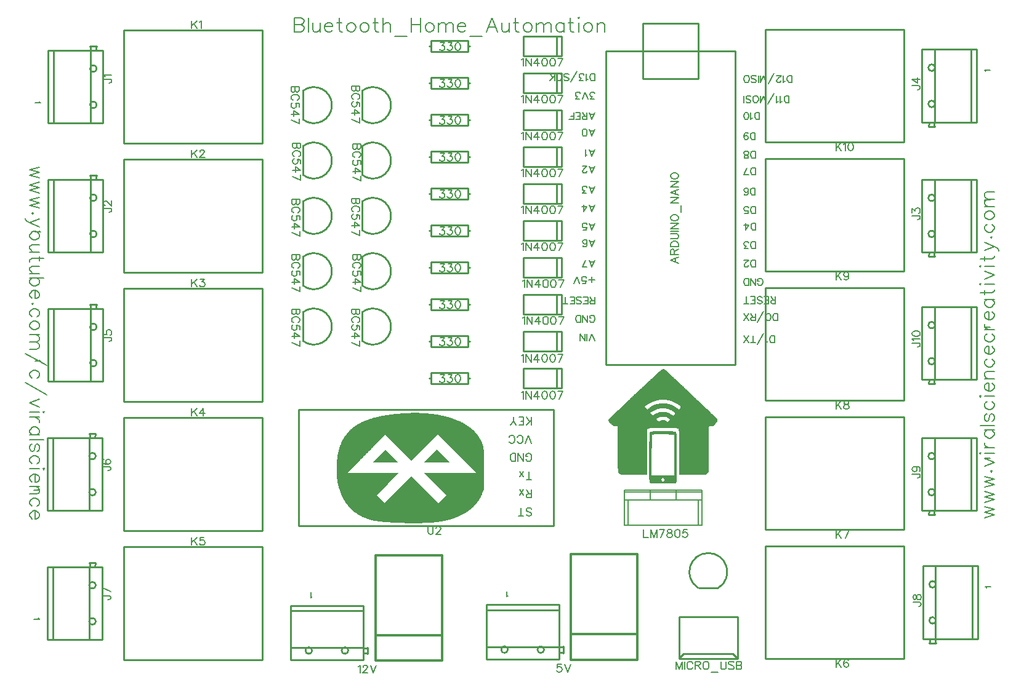
<source format=gto>
G04 Layer: TopSilkLayer*
G04 EasyEDA v6.1.52, Sat, 03 Aug 2019 15:20:47 GMT*
G04 0863e46d4acc4207ac88c0ed569749d1,99d799917bed4c779c6d3b41b195639e,10*
G04 Gerber Generator version 0.2*
G04 Scale: 100 percent, Rotated: No, Reflected: No *
G04 Dimensions in millimeters *
G04 leading zeros omitted , absolute positions ,3 integer and 3 decimal *
%FSLAX33Y33*%
%MOMM*%
G90*
G71D02*

%ADD10C,0.254000*%
%ADD28C,0.228600*%
%ADD29C,0.149987*%
%ADD30C,0.299999*%
%ADD31C,0.152400*%
%ADD32C,0.203200*%
%ADD33C,0.177800*%

%LPD*%

%LPD*%
G36*
G01X54230Y36881D02*
G01X53927Y36881D01*
G01X53851Y36880D01*
G01X53621Y36877D01*
G01X53544Y36875D01*
G01X53467Y36874D01*
G01X53389Y36871D01*
G01X53312Y36869D01*
G01X53078Y36860D01*
G01X53000Y36856D01*
G01X52921Y36852D01*
G01X52764Y36844D01*
G01X52685Y36840D01*
G01X52605Y36835D01*
G01X52519Y36829D01*
G01X52432Y36823D01*
G01X52346Y36817D01*
G01X52261Y36811D01*
G01X52175Y36805D01*
G01X52091Y36799D01*
G01X52007Y36791D01*
G01X51923Y36785D01*
G01X51757Y36771D01*
G01X51593Y36755D01*
G01X51512Y36748D01*
G01X51350Y36731D01*
G01X51270Y36723D01*
G01X51112Y36706D01*
G01X51033Y36696D01*
G01X50878Y36678D01*
G01X50801Y36668D01*
G01X50724Y36659D01*
G01X50648Y36649D01*
G01X50571Y36639D01*
G01X50496Y36628D01*
G01X50421Y36618D01*
G01X50199Y36585D01*
G01X50126Y36574D01*
G01X50053Y36562D01*
G01X49981Y36551D01*
G01X49909Y36539D01*
G01X49838Y36527D01*
G01X49767Y36514D01*
G01X49697Y36502D01*
G01X49557Y36476D01*
G01X49419Y36450D01*
G01X49351Y36436D01*
G01X49216Y36408D01*
G01X49149Y36394D01*
G01X49082Y36379D01*
G01X49016Y36365D01*
G01X48950Y36350D01*
G01X48885Y36335D01*
G01X48756Y36305D01*
G01X48628Y36273D01*
G01X48502Y36241D01*
G01X48378Y36207D01*
G01X48195Y36156D01*
G01X48076Y36120D01*
G01X48016Y36103D01*
G01X47957Y36084D01*
G01X47899Y36065D01*
G01X47841Y36047D01*
G01X47726Y36009D01*
G01X47669Y35989D01*
G01X47613Y35970D01*
G01X47501Y35930D01*
G01X47391Y35889D01*
G01X47337Y35868D01*
G01X47283Y35848D01*
G01X47229Y35826D01*
G01X47124Y35784D01*
G01X47071Y35761D01*
G01X47019Y35739D01*
G01X46917Y35695D01*
G01X46866Y35672D01*
G01X46816Y35648D01*
G01X46765Y35626D01*
G01X46618Y35554D01*
G01X46522Y35506D01*
G01X46427Y35456D01*
G01X46334Y35405D01*
G01X46288Y35380D01*
G01X46242Y35354D01*
G01X46197Y35328D01*
G01X46152Y35301D01*
G01X46108Y35275D01*
G01X46063Y35248D01*
G01X46020Y35221D01*
G01X45933Y35166D01*
G01X45849Y35110D01*
G01X45765Y35053D01*
G01X45684Y34995D01*
G01X45643Y34966D01*
G01X45604Y34936D01*
G01X45524Y34876D01*
G01X45486Y34846D01*
G01X45447Y34815D01*
G01X45409Y34785D01*
G01X45372Y34754D01*
G01X45334Y34722D01*
G01X45297Y34691D01*
G01X45224Y34627D01*
G01X45188Y34594D01*
G01X45153Y34562D01*
G01X45083Y34496D01*
G01X45048Y34462D01*
G01X45014Y34429D01*
G01X44980Y34395D01*
G01X44947Y34361D01*
G01X44881Y34292D01*
G01X44817Y34221D01*
G01X44785Y34186D01*
G01X44723Y34114D01*
G01X44662Y34041D01*
G01X44633Y34005D01*
G01X44603Y33967D01*
G01X44545Y33892D01*
G01X44517Y33855D01*
G01X44489Y33817D01*
G01X44433Y33739D01*
G01X44379Y33661D01*
G01X44327Y33582D01*
G01X44301Y33542D01*
G01X44275Y33501D01*
G01X44225Y33420D01*
G01X44201Y33379D01*
G01X44153Y33295D01*
G01X44107Y33211D01*
G01X44084Y33168D01*
G01X44061Y33126D01*
G01X44039Y33082D01*
G01X44017Y33039D01*
G01X43996Y32996D01*
G01X43975Y32951D01*
G01X43954Y32907D01*
G01X43913Y32818D01*
G01X43873Y32727D01*
G01X43855Y32682D01*
G01X43835Y32635D01*
G01X43799Y32543D01*
G01X43780Y32496D01*
G01X43763Y32449D01*
G01X43745Y32401D01*
G01X43712Y32306D01*
G01X43695Y32258D01*
G01X43664Y32160D01*
G01X43648Y32111D01*
G01X43633Y32061D01*
G01X43618Y32012D01*
G01X43603Y31961D01*
G01X43589Y31911D01*
G01X43561Y31809D01*
G01X43535Y31707D01*
G01X43522Y31655D01*
G01X43510Y31603D01*
G01X43498Y31550D01*
G01X43485Y31498D01*
G01X43474Y31444D01*
G01X43462Y31391D01*
G01X43451Y31337D01*
G01X43441Y31283D01*
G01X43420Y31174D01*
G01X43410Y31120D01*
G01X43400Y31064D01*
G01X43391Y31009D01*
G01X43382Y30953D01*
G01X43374Y30897D01*
G01X43365Y30840D01*
G01X43357Y30784D01*
G01X43349Y30726D01*
G01X43342Y30669D01*
G01X43334Y30612D01*
G01X43328Y30555D01*
G01X43321Y30496D01*
G01X43315Y30436D01*
G01X43309Y30374D01*
G01X43304Y30311D01*
G01X43298Y30247D01*
G01X43294Y30182D01*
G01X43289Y30116D01*
G01X43281Y29980D01*
G01X43278Y29911D01*
G01X43274Y29841D01*
G01X43271Y29771D01*
G01X43268Y29700D01*
G01X43266Y29629D01*
G01X43262Y29484D01*
G01X43260Y29340D01*
G01X43259Y29266D01*
G01X43259Y29049D01*
G01X43260Y28976D01*
G01X43262Y28833D01*
G01X43263Y28762D01*
G01X43267Y28622D01*
G01X43270Y28553D01*
G01X43273Y28485D01*
G01X43276Y28418D01*
G01X43280Y28351D01*
G01X43283Y28286D01*
G01X43287Y28222D01*
G01X43292Y28159D01*
G01X43297Y28097D01*
G01X43302Y28038D01*
G01X43308Y27979D01*
G01X43313Y27922D01*
G01X43319Y27866D01*
G01X43326Y27813D01*
G01X43332Y27761D01*
G01X43340Y27711D01*
G01X43350Y27643D01*
G01X43360Y27576D01*
G01X43371Y27509D01*
G01X43382Y27443D01*
G01X43406Y27311D01*
G01X43445Y27116D01*
G01X43473Y26988D01*
G01X43488Y26924D01*
G01X43518Y26798D01*
G01X43535Y26736D01*
G01X43551Y26674D01*
G01X43568Y26612D01*
G01X43602Y26490D01*
G01X43620Y26429D01*
G01X43677Y26249D01*
G01X43716Y26131D01*
G01X43779Y25957D01*
G01X43801Y25900D01*
G01X43823Y25842D01*
G01X43845Y25786D01*
G01X43868Y25730D01*
G01X43892Y25674D01*
G01X43915Y25619D01*
G01X43939Y25564D01*
G01X43964Y25509D01*
G01X43989Y25455D01*
G01X44040Y25347D01*
G01X44092Y25242D01*
G01X44119Y25189D01*
G01X44147Y25137D01*
G01X44174Y25086D01*
G01X44203Y25034D01*
G01X44231Y24983D01*
G01X44289Y24883D01*
G01X44319Y24833D01*
G01X44349Y24784D01*
G01X44410Y24686D01*
G01X44441Y24638D01*
G01X44473Y24590D01*
G01X44537Y24496D01*
G01X44570Y24450D01*
G01X44603Y24403D01*
G01X44637Y24358D01*
G01X44705Y24267D01*
G01X44740Y24222D01*
G01X44775Y24178D01*
G01X44811Y24135D01*
G01X44846Y24091D01*
G01X44883Y24048D01*
G01X44919Y24006D01*
G01X44956Y23963D01*
G01X44994Y23922D01*
G01X45032Y23880D01*
G01X45070Y23839D01*
G01X45108Y23799D01*
G01X45147Y23759D01*
G01X45187Y23719D01*
G01X45226Y23679D01*
G01X45266Y23640D01*
G01X45306Y23602D01*
G01X45388Y23526D01*
G01X45430Y23488D01*
G01X45472Y23451D01*
G01X45514Y23415D01*
G01X45557Y23379D01*
G01X45643Y23308D01*
G01X45731Y23238D01*
G01X45821Y23170D01*
G01X45866Y23137D01*
G01X45912Y23104D01*
G01X45957Y23072D01*
G01X46003Y23040D01*
G01X46050Y23008D01*
G01X46145Y22946D01*
G01X46192Y22916D01*
G01X46241Y22886D01*
G01X46289Y22857D01*
G01X46387Y22799D01*
G01X46487Y22743D01*
G01X46537Y22716D01*
G01X46588Y22689D01*
G01X46638Y22662D01*
G01X46690Y22636D01*
G01X46742Y22611D01*
G01X46794Y22585D01*
G01X46846Y22560D01*
G01X46952Y22512D01*
G01X47005Y22489D01*
G01X47059Y22465D01*
G01X47113Y22442D01*
G01X47168Y22421D01*
G01X47223Y22399D01*
G01X47333Y22356D01*
G01X47389Y22336D01*
G01X47446Y22315D01*
G01X47559Y22277D01*
G01X47616Y22258D01*
G01X47732Y22222D01*
G01X47791Y22204D01*
G01X47849Y22187D01*
G01X47908Y22171D01*
G01X47967Y22154D01*
G01X48027Y22139D01*
G01X48087Y22123D01*
G01X48147Y22109D01*
G01X48269Y22080D01*
G01X48392Y22054D01*
G01X48454Y22041D01*
G01X48517Y22029D01*
G01X48579Y22017D01*
G01X48642Y22006D01*
G01X48706Y21995D01*
G01X48769Y21985D01*
G01X48833Y21975D01*
G01X48962Y21957D01*
G01X49027Y21948D01*
G01X49093Y21940D01*
G01X49149Y21933D01*
G01X49205Y21927D01*
G01X49262Y21920D01*
G01X49319Y21914D01*
G01X49377Y21908D01*
G01X49436Y21901D01*
G01X49494Y21895D01*
G01X49554Y21889D01*
G01X49614Y21884D01*
G01X49797Y21866D01*
G01X49859Y21861D01*
G01X49921Y21855D01*
G01X50047Y21845D01*
G01X50111Y21839D01*
G01X50175Y21834D01*
G01X50239Y21830D01*
G01X50434Y21815D01*
G01X50500Y21810D01*
G01X50632Y21802D01*
G01X50699Y21797D01*
G01X50834Y21789D01*
G01X50901Y21785D01*
G01X51037Y21777D01*
G01X51106Y21773D01*
G01X51243Y21766D01*
G01X51312Y21763D01*
G01X51382Y21760D01*
G01X51451Y21756D01*
G01X51521Y21753D01*
G01X51590Y21750D01*
G01X51731Y21744D01*
G01X51801Y21741D01*
G01X52154Y21729D01*
G01X52509Y21719D01*
G01X52793Y21712D01*
G01X52935Y21710D01*
G01X53006Y21708D01*
G01X53148Y21706D01*
G01X53219Y21706D01*
G01X53290Y21705D01*
G01X53431Y21704D01*
G01X53641Y21702D01*
G01X53990Y21702D01*
G01X54059Y21703D01*
G01X54265Y21704D01*
G01X54401Y21706D01*
G01X54669Y21710D01*
G01X54735Y21711D01*
G01X54868Y21714D01*
G01X54933Y21715D01*
G01X54998Y21717D01*
G01X55127Y21721D01*
G01X55255Y21725D01*
G01X55381Y21729D01*
G01X55505Y21734D01*
G01X55566Y21737D01*
G01X55627Y21739D01*
G01X55807Y21748D01*
G01X55866Y21751D01*
G01X55924Y21754D01*
G01X55982Y21758D01*
G01X56040Y21761D01*
G01X56096Y21764D01*
G01X56153Y21768D01*
G01X56209Y21771D01*
G01X56264Y21775D01*
G01X56426Y21787D01*
G01X56530Y21795D01*
G01X56582Y21800D01*
G01X56633Y21804D01*
G01X56732Y21814D01*
G01X56781Y21818D01*
G01X56829Y21823D01*
G01X56923Y21833D01*
G01X56969Y21838D01*
G01X57014Y21844D01*
G01X57059Y21849D01*
G01X57102Y21854D01*
G01X57145Y21860D01*
G01X57187Y21865D01*
G01X57229Y21871D01*
G01X57309Y21883D01*
G01X57348Y21889D01*
G01X57421Y21901D01*
G01X57493Y21913D01*
G01X57566Y21926D01*
G01X57709Y21951D01*
G01X57781Y21965D01*
G01X57852Y21979D01*
G01X57992Y22007D01*
G01X58061Y22022D01*
G01X58200Y22052D01*
G01X58336Y22084D01*
G01X58403Y22101D01*
G01X58471Y22117D01*
G01X58537Y22134D01*
G01X58604Y22151D01*
G01X58670Y22169D01*
G01X58735Y22187D01*
G01X58866Y22224D01*
G01X58994Y22263D01*
G01X59057Y22282D01*
G01X59121Y22302D01*
G01X59246Y22343D01*
G01X59307Y22364D01*
G01X59369Y22385D01*
G01X59491Y22429D01*
G01X59551Y22451D01*
G01X59671Y22496D01*
G01X59730Y22519D01*
G01X59962Y22615D01*
G01X60076Y22665D01*
G01X60131Y22691D01*
G01X60187Y22716D01*
G01X60243Y22742D01*
G01X60298Y22769D01*
G01X60407Y22822D01*
G01X60513Y22877D01*
G01X60567Y22906D01*
G01X60619Y22934D01*
G01X60671Y22963D01*
G01X60723Y22991D01*
G01X60774Y23021D01*
G01X60825Y23050D01*
G01X60876Y23080D01*
G01X60975Y23141D01*
G01X61025Y23171D01*
G01X61073Y23203D01*
G01X61122Y23234D01*
G01X61169Y23266D01*
G01X61217Y23298D01*
G01X61311Y23363D01*
G01X61403Y23429D01*
G01X61493Y23497D01*
G01X61582Y23566D01*
G01X61669Y23636D01*
G01X61755Y23707D01*
G01X61797Y23744D01*
G01X61838Y23780D01*
G01X61961Y23891D01*
G01X62040Y23967D01*
G01X62079Y24006D01*
G01X62118Y24044D01*
G01X62194Y24122D01*
G01X62305Y24242D01*
G01X62341Y24282D01*
G01X62412Y24365D01*
G01X62446Y24406D01*
G01X62481Y24448D01*
G01X62549Y24532D01*
G01X62615Y24618D01*
G01X62647Y24661D01*
G01X62679Y24705D01*
G01X62710Y24748D01*
G01X62741Y24792D01*
G01X62772Y24837D01*
G01X62802Y24882D01*
G01X62860Y24972D01*
G01X62918Y25064D01*
G01X62946Y25110D01*
G01X63027Y25251D01*
G01X63079Y25347D01*
G01X63129Y25443D01*
G01X63154Y25492D01*
G01X63177Y25541D01*
G01X63201Y25591D01*
G01X63224Y25640D01*
G01X63247Y25690D01*
G01X63269Y25740D01*
G01X63291Y25791D01*
G01X63533Y26357D01*
G01X63535Y29151D01*
G01X63535Y29974D01*
G01X63534Y30079D01*
G01X63534Y30181D01*
G01X63533Y30280D01*
G01X63533Y30376D01*
G01X63532Y30470D01*
G01X63531Y30561D01*
G01X63530Y30650D01*
G01X63528Y30736D01*
G01X63527Y30819D01*
G01X63525Y30900D01*
G01X63524Y30979D01*
G01X63522Y31056D01*
G01X63520Y31130D01*
G01X63517Y31201D01*
G01X63515Y31271D01*
G01X63512Y31339D01*
G01X63509Y31405D01*
G01X63506Y31469D01*
G01X63502Y31531D01*
G01X63498Y31592D01*
G01X63494Y31650D01*
G01X63490Y31707D01*
G01X63485Y31762D01*
G01X63480Y31816D01*
G01X63475Y31868D01*
G01X63470Y31918D01*
G01X63463Y31968D01*
G01X63457Y32016D01*
G01X63451Y32062D01*
G01X63444Y32108D01*
G01X63437Y32153D01*
G01X63421Y32239D01*
G01X63412Y32280D01*
G01X63403Y32320D01*
G01X63394Y32361D01*
G01X63384Y32400D01*
G01X63374Y32438D01*
G01X63363Y32475D01*
G01X63353Y32513D01*
G01X63341Y32550D01*
G01X63329Y32586D01*
G01X63304Y32657D01*
G01X63262Y32762D01*
G01X63232Y32832D01*
G01X63216Y32867D01*
G01X63165Y32972D01*
G01X63146Y33008D01*
G01X63128Y33044D01*
G01X63088Y33118D01*
G01X63067Y33155D01*
G01X63046Y33193D01*
G01X63025Y33232D01*
G01X62979Y33312D01*
G01X62955Y33353D01*
G01X62931Y33395D01*
G01X62905Y33439D01*
G01X62859Y33515D01*
G01X62812Y33592D01*
G01X62787Y33629D01*
G01X62762Y33667D01*
G01X62738Y33704D01*
G01X62686Y33778D01*
G01X62632Y33852D01*
G01X62605Y33888D01*
G01X62521Y33996D01*
G01X62492Y34031D01*
G01X62433Y34102D01*
G01X62372Y34172D01*
G01X62341Y34206D01*
G01X62309Y34241D01*
G01X62278Y34275D01*
G01X62246Y34309D01*
G01X62213Y34342D01*
G01X62180Y34376D01*
G01X62147Y34409D01*
G01X62045Y34508D01*
G01X62010Y34541D01*
G01X61974Y34573D01*
G01X61939Y34605D01*
G01X61903Y34637D01*
G01X61830Y34700D01*
G01X61792Y34732D01*
G01X61755Y34763D01*
G01X61717Y34794D01*
G01X61601Y34885D01*
G01X61522Y34945D01*
G01X61482Y34975D01*
G01X61441Y35004D01*
G01X61400Y35034D01*
G01X61359Y35063D01*
G01X61317Y35092D01*
G01X61275Y35120D01*
G01X61233Y35149D01*
G01X61147Y35204D01*
G01X61104Y35232D01*
G01X61060Y35260D01*
G01X60972Y35314D01*
G01X60881Y35368D01*
G01X60836Y35394D01*
G01X60790Y35420D01*
G01X60744Y35447D01*
G01X60697Y35472D01*
G01X60651Y35498D01*
G01X60603Y35523D01*
G01X60508Y35573D01*
G01X60460Y35598D01*
G01X60362Y35647D01*
G01X60313Y35671D01*
G01X60263Y35695D01*
G01X60163Y35741D01*
G01X60112Y35765D01*
G01X60061Y35788D01*
G01X60010Y35810D01*
G01X59959Y35833D01*
G01X59907Y35855D01*
G01X59802Y35899D01*
G01X59749Y35921D01*
G01X59643Y35963D01*
G01X59535Y36005D01*
G01X59315Y36085D01*
G01X59260Y36104D01*
G01X59203Y36123D01*
G01X59147Y36143D01*
G01X59034Y36180D01*
G01X58977Y36199D01*
G01X58919Y36216D01*
G01X58861Y36235D01*
G01X58804Y36252D01*
G01X58745Y36270D01*
G01X58686Y36287D01*
G01X58568Y36320D01*
G01X58508Y36337D01*
G01X58449Y36353D01*
G01X58389Y36369D01*
G01X58328Y36385D01*
G01X58268Y36400D01*
G01X58207Y36415D01*
G01X58145Y36431D01*
G01X58084Y36445D01*
G01X58022Y36460D01*
G01X57960Y36474D01*
G01X57897Y36489D01*
G01X57835Y36502D01*
G01X57772Y36516D01*
G01X57709Y36529D01*
G01X57582Y36556D01*
G01X57518Y36568D01*
G01X57389Y36593D01*
G01X57194Y36628D01*
G01X57128Y36639D01*
G01X56996Y36660D01*
G01X56930Y36671D01*
G01X56729Y36701D01*
G01X56662Y36710D01*
G01X56390Y36746D01*
G01X56183Y36770D01*
G01X56114Y36777D01*
G01X56044Y36784D01*
G01X55834Y36804D01*
G01X55693Y36816D01*
G01X55407Y36838D01*
G01X55191Y36850D01*
G01X54972Y36862D01*
G01X54899Y36865D01*
G01X54825Y36867D01*
G01X54752Y36870D01*
G01X54529Y36876D01*
G01X54455Y36878D01*
G01X54230Y36881D01*
G37*

%LPC*%
G36*
G01X59811Y31262D02*
G01X57139Y33934D01*
G01X55328Y32125D01*
G01X53517Y30314D01*
G01X49938Y33893D01*
G01X48298Y32230D01*
G01X48252Y32184D01*
G01X48160Y32090D01*
G01X48066Y31996D01*
G01X48019Y31948D01*
G01X47924Y31851D01*
G01X47827Y31754D01*
G01X47779Y31704D01*
G01X47730Y31655D01*
G01X47632Y31555D01*
G01X47583Y31506D01*
G01X47436Y31356D01*
G01X47387Y31307D01*
G01X47337Y31256D01*
G01X47288Y31206D01*
G01X47239Y31157D01*
G01X47190Y31107D01*
G01X47141Y31058D01*
G01X47093Y31008D01*
G01X47044Y30959D01*
G01X46997Y30910D01*
G01X46948Y30862D01*
G01X46901Y30813D01*
G01X46853Y30764D01*
G01X46806Y30717D01*
G01X46759Y30669D01*
G01X46667Y30575D01*
G01X46621Y30529D01*
G01X46531Y30437D01*
G01X46443Y30347D01*
G01X46400Y30304D01*
G01X46358Y30260D01*
G01X46316Y30217D01*
G01X46274Y30175D01*
G01X46234Y30134D01*
G01X46193Y30093D01*
G01X46115Y30013D01*
G01X46077Y29975D01*
G01X46040Y29936D01*
G01X46004Y29899D01*
G01X45933Y29828D01*
G01X45900Y29793D01*
G01X45867Y29760D01*
G01X45835Y29727D01*
G01X45803Y29695D01*
G01X45773Y29664D01*
G01X45744Y29634D01*
G01X45716Y29606D01*
G01X45689Y29578D01*
G01X44721Y28587D01*
G01X51790Y28587D01*
G01X50297Y27091D01*
G01X48801Y25595D01*
G01X49898Y24508D01*
G01X53560Y28166D01*
G01X57264Y24462D01*
G01X58359Y25557D01*
G01X56845Y27073D01*
G01X55331Y28587D01*
G01X62484Y28587D01*
G01X59811Y31262D01*
G37*

%LPD*%
G36*
G01X57960Y30924D02*
G01X57053Y31828D01*
G01X55245Y30020D01*
G01X58864Y30020D01*
G01X57960Y30924D01*
G37*

%LPD*%
G36*
G01X51790Y30020D02*
G01X49982Y31828D01*
G01X48173Y30020D01*
G01X51790Y30020D01*
G37*

%LPD*%
G36*
G01X88325Y34354D02*
G01X87741Y34354D01*
G01X87624Y34353D01*
G01X87514Y34352D01*
G01X87411Y34351D01*
G01X87314Y34350D01*
G01X87222Y34349D01*
G01X87137Y34348D01*
G01X87057Y34346D01*
G01X86983Y34344D01*
G01X86915Y34342D01*
G01X86851Y34340D01*
G01X86792Y34338D01*
G01X86738Y34335D01*
G01X86689Y34332D01*
G01X86643Y34328D01*
G01X86602Y34325D01*
G01X86565Y34320D01*
G01X86532Y34316D01*
G01X86502Y34311D01*
G01X86475Y34306D01*
G01X86451Y34301D01*
G01X86431Y34295D01*
G01X86413Y34289D01*
G01X86397Y34283D01*
G01X86384Y34276D01*
G01X86373Y34269D01*
G01X86367Y34264D01*
G01X86361Y34260D01*
G01X86350Y34249D01*
G01X86340Y34237D01*
G01X86335Y34230D01*
G01X86331Y34222D01*
G01X86326Y34213D01*
G01X86321Y34203D01*
G01X86317Y34192D01*
G01X86313Y34180D01*
G01X86310Y34167D01*
G01X86306Y34152D01*
G01X86303Y34135D01*
G01X86299Y34117D01*
G01X86296Y34097D01*
G01X86293Y34075D01*
G01X86290Y34052D01*
G01X86287Y34026D01*
G01X86284Y33998D01*
G01X86282Y33967D01*
G01X86279Y33935D01*
G01X86277Y33900D01*
G01X86275Y33862D01*
G01X86273Y33822D01*
G01X86271Y33778D01*
G01X86269Y33732D01*
G01X86267Y33683D01*
G01X86266Y33631D01*
G01X86263Y33575D01*
G01X86262Y33516D01*
G01X86260Y33454D01*
G01X86259Y33388D01*
G01X86258Y33319D01*
G01X86256Y33246D01*
G01X86255Y33168D01*
G01X86254Y33088D01*
G01X86253Y33002D01*
G01X86252Y32913D01*
G01X86251Y32819D01*
G01X86250Y32721D01*
G01X86249Y32619D01*
G01X86248Y32512D01*
G01X86247Y32400D01*
G01X86246Y32283D01*
G01X86246Y32161D01*
G01X86245Y32035D01*
G01X86244Y31903D01*
G01X86243Y31767D01*
G01X86242Y31624D01*
G01X86242Y31477D01*
G01X86241Y31323D01*
G01X86240Y31164D01*
G01X86239Y31000D01*
G01X86238Y30829D01*
G01X86238Y30674D01*
G01X86237Y30522D01*
G01X86236Y30376D01*
G01X86236Y30234D01*
G01X86235Y30097D01*
G01X86235Y29964D01*
G01X86234Y29836D01*
G01X86234Y29712D01*
G01X86233Y29593D01*
G01X86233Y28693D01*
G01X86234Y28612D01*
G01X86234Y28533D01*
G01X86235Y28458D01*
G01X86235Y28387D01*
G01X86236Y28318D01*
G01X86237Y28253D01*
G01X86237Y28190D01*
G01X86238Y28131D01*
G01X86239Y28075D01*
G01X86241Y28021D01*
G01X86242Y27969D01*
G01X86243Y27921D01*
G01X86244Y27875D01*
G01X86246Y27832D01*
G01X86247Y27791D01*
G01X86249Y27752D01*
G01X86251Y27715D01*
G01X86253Y27681D01*
G01X86255Y27649D01*
G01X86257Y27618D01*
G01X86261Y27564D01*
G01X86264Y27539D01*
G01X86267Y27516D01*
G01X86270Y27495D01*
G01X86272Y27475D01*
G01X86275Y27457D01*
G01X86278Y27440D01*
G01X86281Y27424D01*
G01X86285Y27410D01*
G01X86288Y27397D01*
G01X86292Y27385D01*
G01X86295Y27374D01*
G01X86300Y27364D01*
G01X86303Y27355D01*
G01X86308Y27346D01*
G01X86312Y27339D01*
G01X86316Y27331D01*
G01X86411Y27187D01*
G01X89895Y27219D01*
G01X89972Y27371D01*
G01X89978Y27387D01*
G01X89982Y27398D01*
G01X89985Y27410D01*
G01X89988Y27424D01*
G01X89991Y27440D01*
G01X89994Y27457D01*
G01X89996Y27476D01*
G01X89999Y27497D01*
G01X90001Y27520D01*
G01X90004Y27545D01*
G01X90006Y27571D01*
G01X90009Y27600D01*
G01X90011Y27631D01*
G01X90013Y27664D01*
G01X90016Y27699D01*
G01X90018Y27736D01*
G01X90020Y27775D01*
G01X90021Y27817D01*
G01X90023Y27861D01*
G01X90025Y27907D01*
G01X90027Y27956D01*
G01X90028Y28008D01*
G01X90030Y28061D01*
G01X90031Y28118D01*
G01X90032Y28177D01*
G01X90034Y28238D01*
G01X90035Y28302D01*
G01X90036Y28369D01*
G01X90037Y28439D01*
G01X90039Y28512D01*
G01X90040Y28587D01*
G01X90040Y28665D01*
G01X90041Y28746D01*
G01X90043Y28831D01*
G01X90044Y28917D01*
G01X90044Y29008D01*
G01X90045Y29101D01*
G01X90046Y29198D01*
G01X90046Y29297D01*
G01X90047Y29401D01*
G01X90047Y29507D01*
G01X90048Y29616D01*
G01X90048Y29846D01*
G01X90049Y29966D01*
G01X90049Y30347D01*
G01X90050Y30481D01*
G01X90050Y31556D01*
G01X90049Y31699D01*
G01X90049Y32096D01*
G01X90048Y32218D01*
G01X90048Y32336D01*
G01X90047Y32449D01*
G01X90046Y32557D01*
G01X90046Y32661D01*
G01X90045Y32760D01*
G01X90044Y32855D01*
G01X90043Y32946D01*
G01X90041Y33033D01*
G01X90039Y33116D01*
G01X90038Y33194D01*
G01X90036Y33269D01*
G01X90035Y33341D01*
G01X90033Y33409D01*
G01X90031Y33473D01*
G01X90028Y33534D01*
G01X90026Y33592D01*
G01X90023Y33646D01*
G01X90021Y33698D01*
G01X90018Y33746D01*
G01X90015Y33792D01*
G01X90011Y33835D01*
G01X90007Y33875D01*
G01X90003Y33913D01*
G01X89999Y33948D01*
G01X89995Y33981D01*
G01X89991Y34012D01*
G01X89986Y34040D01*
G01X89981Y34066D01*
G01X89976Y34091D01*
G01X89970Y34113D01*
G01X89965Y34134D01*
G01X89959Y34153D01*
G01X89953Y34171D01*
G01X89939Y34203D01*
G01X89925Y34229D01*
G01X89909Y34251D01*
G01X89901Y34261D01*
G01X89892Y34270D01*
G01X89874Y34286D01*
G01X89864Y34294D01*
G01X89855Y34301D01*
G01X89844Y34308D01*
G01X89837Y34311D01*
G01X89825Y34313D01*
G01X89808Y34316D01*
G01X89785Y34318D01*
G01X89758Y34321D01*
G01X89726Y34324D01*
G01X89688Y34326D01*
G01X89647Y34328D01*
G01X89602Y34330D01*
G01X89551Y34332D01*
G01X89498Y34334D01*
G01X89440Y34336D01*
G01X89379Y34338D01*
G01X89314Y34340D01*
G01X89246Y34342D01*
G01X89175Y34343D01*
G01X89101Y34345D01*
G01X89023Y34346D01*
G01X88944Y34348D01*
G01X88862Y34349D01*
G01X88777Y34350D01*
G01X88691Y34351D01*
G01X88602Y34352D01*
G01X88511Y34352D01*
G01X88419Y34353D01*
G01X88325Y34354D01*
G37*

%LPC*%
G36*
G01X88163Y27909D02*
G01X88104Y27913D01*
G01X88049Y27900D01*
G01X88000Y27872D01*
G01X87960Y27830D01*
G01X87934Y27774D01*
G01X87925Y27707D01*
G01X87931Y27637D01*
G01X87950Y27577D01*
G01X87978Y27529D01*
G01X88016Y27492D01*
G01X88060Y27469D01*
G01X88111Y27460D01*
G01X88166Y27467D01*
G01X88225Y27490D01*
G01X88272Y27522D01*
G01X88307Y27562D01*
G01X88332Y27606D01*
G01X88345Y27653D01*
G01X88346Y27703D01*
G01X88336Y27753D01*
G01X88313Y27800D01*
G01X88277Y27845D01*
G01X88222Y27887D01*
G01X88163Y27909D01*
G37*
G36*
G01X87673Y33919D02*
G01X87581Y33919D01*
G01X87492Y33918D01*
G01X87324Y33918D01*
G01X87245Y33917D01*
G01X87170Y33916D01*
G01X87098Y33915D01*
G01X87031Y33914D01*
G01X86968Y33912D01*
G01X86909Y33911D01*
G01X86856Y33909D01*
G01X86808Y33907D01*
G01X86764Y33905D01*
G01X86727Y33903D01*
G01X86695Y33901D01*
G01X86669Y33898D01*
G01X86650Y33896D01*
G01X86637Y33893D01*
G01X86630Y33890D01*
G01X86629Y33887D01*
G01X86627Y33880D01*
G01X86626Y33868D01*
G01X86624Y33854D01*
G01X86623Y33835D01*
G01X86621Y33814D01*
G01X86620Y33789D01*
G01X86619Y33760D01*
G01X86617Y33728D01*
G01X86616Y33693D01*
G01X86615Y33655D01*
G01X86613Y33613D01*
G01X86611Y33569D01*
G01X86610Y33521D01*
G01X86609Y33471D01*
G01X86608Y33418D01*
G01X86607Y33362D01*
G01X86605Y33303D01*
G01X86604Y33242D01*
G01X86603Y33178D01*
G01X86602Y33112D01*
G01X86601Y33043D01*
G01X86600Y32972D01*
G01X86599Y32899D01*
G01X86598Y32823D01*
G01X86597Y32746D01*
G01X86596Y32666D01*
G01X86596Y32585D01*
G01X86595Y32501D01*
G01X86594Y32416D01*
G01X86593Y32329D01*
G01X86593Y32240D01*
G01X86592Y32149D01*
G01X86592Y32057D01*
G01X86591Y31964D01*
G01X86591Y31869D01*
G01X86590Y31772D01*
G01X86590Y31576D01*
G01X86589Y31476D01*
G01X86589Y28282D01*
G01X89687Y28282D01*
G01X89656Y33899D01*
G01X88164Y33916D01*
G01X88062Y33917D01*
G01X87962Y33917D01*
G01X87863Y33918D01*
G01X87767Y33918D01*
G01X87673Y33919D01*
G37*

%LPD*%
G36*
G01X88223Y42914D02*
G01X88182Y42916D01*
G01X88140Y42913D01*
G01X88098Y42906D01*
G01X88055Y42892D01*
G01X88010Y42875D01*
G01X87964Y42851D01*
G01X87916Y42823D01*
G01X87866Y42790D01*
G01X87813Y42751D01*
G01X87758Y42707D01*
G01X87699Y42658D01*
G01X87637Y42603D01*
G01X87600Y42569D01*
G01X87559Y42533D01*
G01X87517Y42494D01*
G01X87473Y42454D01*
G01X87427Y42412D01*
G01X87380Y42369D01*
G01X87331Y42325D01*
G01X87283Y42280D01*
G01X87234Y42235D01*
G01X87186Y42190D01*
G01X87139Y42146D01*
G01X87092Y42103D01*
G01X87047Y42061D01*
G01X87003Y42020D01*
G01X86962Y41982D01*
G01X86923Y41945D01*
G01X86907Y41930D01*
G01X86890Y41914D01*
G01X86872Y41897D01*
G01X86852Y41879D01*
G01X86832Y41859D01*
G01X86810Y41839D01*
G01X86787Y41818D01*
G01X86763Y41795D01*
G01X86738Y41771D01*
G01X86712Y41747D01*
G01X86685Y41721D01*
G01X86657Y41695D01*
G01X86597Y41639D01*
G01X86566Y41609D01*
G01X86533Y41579D01*
G01X86500Y41548D01*
G01X86466Y41516D01*
G01X86431Y41483D01*
G01X86395Y41449D01*
G01X86358Y41415D01*
G01X86282Y41343D01*
G01X86243Y41306D01*
G01X86203Y41268D01*
G01X86161Y41230D01*
G01X86120Y41191D01*
G01X86077Y41151D01*
G01X86034Y41110D01*
G01X85990Y41069D01*
G01X85900Y40985D01*
G01X85854Y40942D01*
G01X85807Y40898D01*
G01X85760Y40853D01*
G01X85712Y40809D01*
G01X85664Y40763D01*
G01X85614Y40717D01*
G01X85514Y40623D01*
G01X85413Y40528D01*
G01X85361Y40479D01*
G01X85308Y40430D01*
G01X85256Y40381D01*
G01X85203Y40331D01*
G01X85095Y40231D01*
G01X85041Y40179D01*
G01X84931Y40077D01*
G01X84876Y40025D01*
G01X84764Y39920D01*
G01X84708Y39867D01*
G01X84651Y39815D01*
G01X84595Y39761D01*
G01X84537Y39708D01*
G01X84480Y39654D01*
G01X84423Y39601D01*
G01X84365Y39547D01*
G01X84308Y39492D01*
G01X84250Y39439D01*
G01X84134Y39330D01*
G01X84076Y39275D01*
G01X84018Y39221D01*
G01X83959Y39166D01*
G01X83901Y39111D01*
G01X83842Y39057D01*
G01X83784Y39002D01*
G01X83668Y38894D01*
G01X83610Y38839D01*
G01X83551Y38784D01*
G01X83493Y38730D01*
G01X83366Y38612D01*
G01X83243Y38496D01*
G01X83124Y38384D01*
G01X83008Y38276D01*
G01X82896Y38171D01*
G01X82788Y38069D01*
G01X82683Y37971D01*
G01X82582Y37875D01*
G01X82483Y37784D01*
G01X82388Y37695D01*
G01X82297Y37609D01*
G01X82209Y37526D01*
G01X82124Y37446D01*
G01X82042Y37369D01*
G01X81963Y37294D01*
G01X81888Y37223D01*
G01X81814Y37154D01*
G01X81744Y37088D01*
G01X81677Y37024D01*
G01X81613Y36963D01*
G01X81551Y36904D01*
G01X81492Y36848D01*
G01X81435Y36793D01*
G01X81382Y36742D01*
G01X81330Y36692D01*
G01X81281Y36645D01*
G01X81234Y36600D01*
G01X81190Y36556D01*
G01X81148Y36515D01*
G01X81108Y36476D01*
G01X80969Y36337D01*
G01X80939Y36306D01*
G01X80911Y36277D01*
G01X80885Y36250D01*
G01X80860Y36224D01*
G01X80838Y36200D01*
G01X80816Y36177D01*
G01X80796Y36155D01*
G01X80778Y36134D01*
G01X80761Y36115D01*
G01X80746Y36096D01*
G01X80732Y36079D01*
G01X80719Y36062D01*
G01X80707Y36047D01*
G01X80697Y36033D01*
G01X80688Y36019D01*
G01X80680Y36007D01*
G01X80672Y35994D01*
G01X80665Y35983D01*
G01X80655Y35961D01*
G01X80651Y35952D01*
G01X80648Y35942D01*
G01X80645Y35933D01*
G01X80640Y35916D01*
G01X80638Y35899D01*
G01X80637Y35883D01*
G01X80637Y35875D01*
G01X80639Y35843D01*
G01X80646Y35810D01*
G01X80656Y35777D01*
G01X80671Y35743D01*
G01X80691Y35707D01*
G01X80717Y35669D01*
G01X80748Y35628D01*
G01X80785Y35584D01*
G01X80829Y35536D01*
G01X80880Y35483D01*
G01X80939Y35426D01*
G01X81004Y35364D01*
G01X81072Y35302D01*
G01X81136Y35247D01*
G01X81195Y35198D01*
G01X81252Y35155D01*
G01X81304Y35119D01*
G01X81355Y35088D01*
G01X81402Y35064D01*
G01X81448Y35045D01*
G01X81493Y35032D01*
G01X81536Y35024D01*
G01X81579Y35022D01*
G01X81621Y35025D01*
G01X81664Y35033D01*
G01X81706Y35046D01*
G01X81750Y35063D01*
G01X81795Y35086D01*
G01X81802Y35089D01*
G01X81814Y35095D01*
G01X81820Y35097D01*
G01X81826Y35098D01*
G01X81831Y35098D01*
G01X81836Y35097D01*
G01X81841Y35095D01*
G01X81845Y35092D01*
G01X81850Y35088D01*
G01X81855Y35082D01*
G01X81859Y35074D01*
G01X81862Y35065D01*
G01X81866Y35054D01*
G01X81870Y35040D01*
G01X81873Y35025D01*
G01X81876Y35008D01*
G01X81879Y34988D01*
G01X81882Y34965D01*
G01X81885Y34940D01*
G01X81887Y34913D01*
G01X81890Y34882D01*
G01X81892Y34848D01*
G01X81894Y34812D01*
G01X81896Y34772D01*
G01X81897Y34728D01*
G01X81899Y34682D01*
G01X81901Y34631D01*
G01X81902Y34577D01*
G01X81903Y34519D01*
G01X81904Y34457D01*
G01X81905Y34391D01*
G01X81906Y34320D01*
G01X81907Y34246D01*
G01X81908Y34167D01*
G01X81909Y34083D01*
G01X81909Y33994D01*
G01X81910Y33901D01*
G01X81910Y33803D01*
G01X81911Y33700D01*
G01X81911Y33591D01*
G01X81912Y33477D01*
G01X81912Y32674D01*
G01X81913Y32519D01*
G01X81913Y31055D01*
G01X81914Y30935D01*
G01X81915Y30819D01*
G01X81915Y30600D01*
G01X81916Y30497D01*
G01X81916Y30398D01*
G01X81917Y30302D01*
G01X81918Y30210D01*
G01X81918Y30121D01*
G01X81919Y30037D01*
G01X81920Y29955D01*
G01X81921Y29877D01*
G01X81922Y29802D01*
G01X81923Y29731D01*
G01X81924Y29663D01*
G01X81925Y29598D01*
G01X81926Y29536D01*
G01X81928Y29476D01*
G01X81929Y29420D01*
G01X81931Y29366D01*
G01X81932Y29316D01*
G01X81934Y29267D01*
G01X81936Y29222D01*
G01X81938Y29179D01*
G01X81940Y29138D01*
G01X81942Y29099D01*
G01X81944Y29063D01*
G01X81947Y29029D01*
G01X81949Y28997D01*
G01X81952Y28967D01*
G01X81954Y28939D01*
G01X81957Y28913D01*
G01X81960Y28889D01*
G01X81963Y28866D01*
G01X81966Y28845D01*
G01X81969Y28826D01*
G01X81972Y28808D01*
G01X81976Y28791D01*
G01X81980Y28776D01*
G01X81983Y28762D01*
G01X81987Y28749D01*
G01X81991Y28737D01*
G01X81995Y28726D01*
G01X82003Y28708D01*
G01X82019Y28678D01*
G01X82033Y28650D01*
G01X82048Y28624D01*
G01X82062Y28599D01*
G01X82077Y28576D01*
G01X82092Y28554D01*
G01X82108Y28534D01*
G01X82125Y28515D01*
G01X82144Y28497D01*
G01X82163Y28481D01*
G01X82185Y28465D01*
G01X82210Y28451D01*
G01X82236Y28438D01*
G01X82265Y28426D01*
G01X82297Y28415D01*
G01X82333Y28406D01*
G01X82372Y28397D01*
G01X82414Y28389D01*
G01X82461Y28381D01*
G01X82512Y28375D01*
G01X82568Y28369D01*
G01X82628Y28364D01*
G01X82694Y28360D01*
G01X82765Y28357D01*
G01X82842Y28353D01*
G01X82925Y28350D01*
G01X83014Y28348D01*
G01X83110Y28347D01*
G01X83212Y28345D01*
G01X83322Y28344D01*
G01X83439Y28344D01*
G01X83563Y28343D01*
G01X85921Y28343D01*
G01X85921Y32141D01*
G01X85922Y32270D01*
G01X85922Y32629D01*
G01X85923Y32741D01*
G01X85923Y32847D01*
G01X85924Y32950D01*
G01X85924Y33048D01*
G01X85925Y33143D01*
G01X85925Y33234D01*
G01X85926Y33321D01*
G01X85927Y33405D01*
G01X85928Y33484D01*
G01X85929Y33560D01*
G01X85930Y33633D01*
G01X85931Y33702D01*
G01X85932Y33768D01*
G01X85933Y33831D01*
G01X85934Y33891D01*
G01X85936Y33948D01*
G01X85937Y34001D01*
G01X85939Y34052D01*
G01X85940Y34100D01*
G01X85942Y34146D01*
G01X85944Y34188D01*
G01X85946Y34229D01*
G01X85948Y34267D01*
G01X85951Y34302D01*
G01X85953Y34336D01*
G01X85955Y34367D01*
G01X85958Y34396D01*
G01X85960Y34423D01*
G01X85966Y34471D01*
G01X85969Y34493D01*
G01X85972Y34513D01*
G01X85975Y34530D01*
G01X85979Y34547D01*
G01X85982Y34563D01*
G01X85986Y34577D01*
G01X85994Y34601D01*
G01X85998Y34612D01*
G01X86006Y34630D01*
G01X86011Y34638D01*
G01X86023Y34656D01*
G01X86038Y34676D01*
G01X86047Y34685D01*
G01X86055Y34694D01*
G01X86065Y34702D01*
G01X86076Y34709D01*
G01X86088Y34716D01*
G01X86102Y34723D01*
G01X86118Y34729D01*
G01X86136Y34735D01*
G01X86157Y34740D01*
G01X86181Y34745D01*
G01X86208Y34749D01*
G01X86238Y34753D01*
G01X86272Y34757D01*
G01X86310Y34760D01*
G01X86352Y34763D01*
G01X86399Y34765D01*
G01X86450Y34768D01*
G01X86506Y34770D01*
G01X86568Y34772D01*
G01X86635Y34774D01*
G01X86708Y34775D01*
G01X86787Y34776D01*
G01X86872Y34777D01*
G01X86965Y34778D01*
G01X87064Y34778D01*
G01X87170Y34779D01*
G01X87283Y34779D01*
G01X87405Y34780D01*
G01X88870Y34780D01*
G01X88992Y34779D01*
G01X89105Y34779D01*
G01X89211Y34778D01*
G01X89310Y34778D01*
G01X89403Y34777D01*
G01X89488Y34776D01*
G01X89567Y34775D01*
G01X89640Y34774D01*
G01X89707Y34772D01*
G01X89769Y34770D01*
G01X89825Y34768D01*
G01X89876Y34765D01*
G01X89923Y34763D01*
G01X89965Y34760D01*
G01X90003Y34757D01*
G01X90037Y34753D01*
G01X90067Y34749D01*
G01X90094Y34745D01*
G01X90118Y34740D01*
G01X90139Y34735D01*
G01X90157Y34729D01*
G01X90173Y34723D01*
G01X90187Y34716D01*
G01X90199Y34709D01*
G01X90210Y34702D01*
G01X90220Y34694D01*
G01X90228Y34685D01*
G01X90237Y34676D01*
G01X90252Y34656D01*
G01X90264Y34638D01*
G01X90269Y34630D01*
G01X90277Y34612D01*
G01X90281Y34601D01*
G01X90289Y34577D01*
G01X90293Y34563D01*
G01X90297Y34547D01*
G01X90303Y34513D01*
G01X90306Y34493D01*
G01X90309Y34471D01*
G01X90315Y34423D01*
G01X90317Y34396D01*
G01X90320Y34367D01*
G01X90322Y34336D01*
G01X90324Y34302D01*
G01X90327Y34267D01*
G01X90329Y34229D01*
G01X90331Y34188D01*
G01X90333Y34146D01*
G01X90335Y34100D01*
G01X90336Y34052D01*
G01X90338Y34001D01*
G01X90339Y33948D01*
G01X90341Y33891D01*
G01X90342Y33831D01*
G01X90343Y33768D01*
G01X90344Y33702D01*
G01X90345Y33633D01*
G01X90346Y33560D01*
G01X90347Y33484D01*
G01X90348Y33405D01*
G01X90349Y33321D01*
G01X90350Y33234D01*
G01X90350Y33143D01*
G01X90351Y33048D01*
G01X90351Y32950D01*
G01X90352Y32847D01*
G01X90352Y32741D01*
G01X90353Y32629D01*
G01X90353Y32270D01*
G01X90354Y32141D01*
G01X90354Y28343D01*
G01X94010Y28343D01*
G01X94216Y28549D01*
G01X94423Y28755D01*
G01X94423Y32816D01*
G01X94424Y32944D01*
G01X94425Y33068D01*
G01X94425Y33302D01*
G01X94426Y33413D01*
G01X94427Y33519D01*
G01X94427Y33621D01*
G01X94428Y33720D01*
G01X94429Y33814D01*
G01X94430Y33904D01*
G01X94431Y33991D01*
G01X94432Y34074D01*
G01X94433Y34153D01*
G01X94435Y34229D01*
G01X94436Y34300D01*
G01X94437Y34368D01*
G01X94439Y34433D01*
G01X94441Y34495D01*
G01X94443Y34553D01*
G01X94445Y34608D01*
G01X94447Y34660D01*
G01X94449Y34709D01*
G01X94451Y34754D01*
G01X94454Y34797D01*
G01X94457Y34837D01*
G01X94459Y34873D01*
G01X94462Y34908D01*
G01X94465Y34939D01*
G01X94468Y34968D01*
G01X94472Y34994D01*
G01X94475Y35018D01*
G01X94479Y35039D01*
G01X94482Y35058D01*
G01X94486Y35075D01*
G01X94491Y35089D01*
G01X94495Y35101D01*
G01X94499Y35111D01*
G01X94504Y35120D01*
G01X94509Y35126D01*
G01X94514Y35130D01*
G01X94519Y35133D01*
G01X94525Y35133D01*
G01X94530Y35132D01*
G01X94536Y35130D01*
G01X94542Y35126D01*
G01X94548Y35120D01*
G01X94555Y35112D01*
G01X94561Y35104D01*
G01X94568Y35095D01*
G01X94575Y35084D01*
G01X94604Y35060D01*
G01X94658Y35041D01*
G01X94726Y35028D01*
G01X94804Y35023D01*
G01X94842Y35024D01*
G01X94877Y35029D01*
G01X94913Y35037D01*
G01X94948Y35050D01*
G01X94983Y35068D01*
G01X95021Y35091D01*
G01X95060Y35120D01*
G01X95103Y35155D01*
G01X95148Y35196D01*
G01X95199Y35246D01*
G01X95255Y35302D01*
G01X95317Y35368D01*
G01X95395Y35455D01*
G01X95462Y35534D01*
G01X95518Y35606D01*
G01X95562Y35671D01*
G01X95595Y35731D01*
G01X95619Y35785D01*
G01X95633Y35834D01*
G01X95638Y35880D01*
G01X95637Y35891D01*
G01X95635Y35902D01*
G01X95633Y35915D01*
G01X95628Y35928D01*
G01X95622Y35942D01*
G01X95615Y35957D01*
G01X95607Y35973D01*
G01X95596Y35990D01*
G01X95584Y36009D01*
G01X95571Y36029D01*
G01X95555Y36050D01*
G01X95537Y36073D01*
G01X95517Y36098D01*
G01X95495Y36124D01*
G01X95471Y36152D01*
G01X95445Y36182D01*
G01X95416Y36214D01*
G01X95385Y36248D01*
G01X95351Y36285D01*
G01X95314Y36323D01*
G01X95274Y36364D01*
G01X95232Y36407D01*
G01X95187Y36453D01*
G01X95139Y36501D01*
G01X95088Y36553D01*
G01X95033Y36606D01*
G01X94976Y36663D01*
G01X94915Y36723D01*
G01X94850Y36785D01*
G01X94782Y36851D01*
G01X94711Y36920D01*
G01X94636Y36993D01*
G01X94557Y37068D01*
G01X94474Y37148D01*
G01X94387Y37230D01*
G01X94296Y37317D01*
G01X94201Y37407D01*
G01X94102Y37502D01*
G01X93999Y37599D01*
G01X93892Y37701D01*
G01X93832Y37758D01*
G01X93771Y37816D01*
G01X93711Y37872D01*
G01X93590Y37987D01*
G01X93529Y38044D01*
G01X93469Y38102D01*
G01X93409Y38158D01*
G01X93289Y38272D01*
G01X93230Y38329D01*
G01X93170Y38384D01*
G01X93111Y38440D01*
G01X93053Y38496D01*
G01X92937Y38606D01*
G01X92823Y38714D01*
G01X92767Y38767D01*
G01X92712Y38819D01*
G01X92657Y38872D01*
G01X92603Y38922D01*
G01X92550Y38973D01*
G01X92498Y39023D01*
G01X92446Y39072D01*
G01X92396Y39120D01*
G01X92346Y39167D01*
G01X92298Y39213D01*
G01X92250Y39258D01*
G01X92158Y39346D01*
G01X92114Y39388D01*
G01X92070Y39428D01*
G01X92029Y39469D01*
G01X91988Y39507D01*
G01X91949Y39544D01*
G01X91911Y39580D01*
G01X91875Y39615D01*
G01X91840Y39648D01*
G01X91807Y39680D01*
G01X91775Y39710D01*
G01X91744Y39739D01*
G01X91716Y39766D01*
G01X91689Y39792D01*
G01X91664Y39816D01*
G01X91640Y39838D01*
G01X91619Y39859D01*
G01X91479Y39992D01*
G01X91357Y40108D01*
G01X91296Y40167D01*
G01X91235Y40225D01*
G01X91173Y40284D01*
G01X91111Y40342D01*
G01X91050Y40401D01*
G01X90926Y40519D01*
G01X90864Y40577D01*
G01X90803Y40636D01*
G01X90741Y40694D01*
G01X90680Y40753D01*
G01X90619Y40811D01*
G01X90557Y40869D01*
G01X90496Y40927D01*
G01X90436Y40984D01*
G01X90375Y41041D01*
G01X90315Y41098D01*
G01X90197Y41210D01*
G01X90138Y41265D01*
G01X90080Y41320D01*
G01X89965Y41429D01*
G01X89908Y41482D01*
G01X89853Y41535D01*
G01X89797Y41587D01*
G01X89689Y41689D01*
G01X89636Y41739D01*
G01X89584Y41788D01*
G01X89532Y41836D01*
G01X89432Y41930D01*
G01X89384Y41976D01*
G01X89336Y42020D01*
G01X89244Y42106D01*
G01X89200Y42148D01*
G01X89157Y42188D01*
G01X89114Y42227D01*
G01X89074Y42265D01*
G01X89034Y42302D01*
G01X88996Y42338D01*
G01X88958Y42372D01*
G01X88923Y42405D01*
G01X88889Y42437D01*
G01X88856Y42467D01*
G01X88824Y42496D01*
G01X88795Y42524D01*
G01X88766Y42550D01*
G01X88739Y42574D01*
G01X88715Y42597D01*
G01X88691Y42619D01*
G01X88669Y42638D01*
G01X88649Y42657D01*
G01X88631Y42674D01*
G01X88614Y42688D01*
G01X88599Y42701D01*
G01X88587Y42712D01*
G01X88576Y42722D01*
G01X88527Y42762D01*
G01X88479Y42799D01*
G01X88434Y42829D01*
G01X88390Y42856D01*
G01X88347Y42878D01*
G01X88305Y42895D01*
G01X88264Y42907D01*
G01X88223Y42914D01*
G37*

%LPC*%
G36*
G01X88150Y36352D02*
G01X88078Y36353D01*
G01X88006Y36352D01*
G01X87937Y36350D01*
G01X87873Y36346D01*
G01X87813Y36341D01*
G01X87761Y36335D01*
G01X87717Y36326D01*
G01X87682Y36316D01*
G01X87631Y36294D01*
G01X87558Y36257D01*
G01X87475Y36211D01*
G01X87389Y36161D01*
G01X87188Y36040D01*
G01X87353Y35868D01*
G01X87406Y35813D01*
G01X87450Y35772D01*
G01X87486Y35746D01*
G01X87520Y35733D01*
G01X87555Y35732D01*
G01X87595Y35742D01*
G01X87644Y35763D01*
G01X87706Y35795D01*
G01X87755Y35818D01*
G01X87806Y35837D01*
G01X87861Y35854D01*
G01X87917Y35867D01*
G01X87973Y35878D01*
G01X88032Y35884D01*
G01X88091Y35888D01*
G01X88150Y35889D01*
G01X88209Y35886D01*
G01X88268Y35880D01*
G01X88325Y35871D01*
G01X88381Y35859D01*
G01X88436Y35843D01*
G01X88488Y35825D01*
G01X88537Y35803D01*
G01X88584Y35778D01*
G01X88779Y35663D01*
G01X88921Y35841D01*
G01X89063Y36020D01*
G01X88926Y36127D01*
G01X88860Y36174D01*
G01X88782Y36221D01*
G01X88700Y36264D01*
G01X88627Y36297D01*
G01X88590Y36308D01*
G01X88544Y36318D01*
G01X88490Y36328D01*
G01X88430Y36335D01*
G01X88365Y36341D01*
G01X88295Y36346D01*
G01X88223Y36350D01*
G01X88150Y36352D01*
G37*
G36*
G01X88180Y37516D02*
G01X88120Y37516D01*
G01X88059Y37515D01*
G01X87998Y37512D01*
G01X87937Y37508D01*
G01X87877Y37503D01*
G01X87816Y37495D01*
G01X87756Y37487D01*
G01X87696Y37477D01*
G01X87636Y37466D01*
G01X87576Y37453D01*
G01X87516Y37439D01*
G01X87456Y37423D01*
G01X87397Y37406D01*
G01X87338Y37387D01*
G01X87279Y37367D01*
G01X87221Y37346D01*
G01X87163Y37323D01*
G01X87106Y37299D01*
G01X87048Y37273D01*
G01X86992Y37247D01*
G01X86880Y37189D01*
G01X86824Y37157D01*
G01X86770Y37125D01*
G01X86716Y37091D01*
G01X86398Y36887D01*
G01X86639Y36646D01*
G01X86685Y36604D01*
G01X86723Y36576D01*
G01X86755Y36561D01*
G01X86783Y36558D01*
G01X86811Y36566D01*
G01X86841Y36585D01*
G01X86875Y36614D01*
G01X86915Y36647D01*
G01X86957Y36680D01*
G01X87001Y36711D01*
G01X87047Y36741D01*
G01X87095Y36769D01*
G01X87145Y36796D01*
G01X87196Y36821D01*
G01X87249Y36846D01*
G01X87303Y36868D01*
G01X87359Y36889D01*
G01X87417Y36909D01*
G01X87475Y36927D01*
G01X87535Y36943D01*
G01X87596Y36959D01*
G01X87659Y36972D01*
G01X87722Y36983D01*
G01X87786Y36994D01*
G01X87852Y37002D01*
G01X87919Y37008D01*
G01X87986Y37013D01*
G01X88067Y37017D01*
G01X88145Y37019D01*
G01X88220Y37020D01*
G01X88291Y37019D01*
G01X88361Y37016D01*
G01X88428Y37010D01*
G01X88493Y37003D01*
G01X88556Y36994D01*
G01X88617Y36982D01*
G01X88677Y36969D01*
G01X88736Y36953D01*
G01X88794Y36935D01*
G01X88851Y36914D01*
G01X88908Y36891D01*
G01X88965Y36865D01*
G01X89022Y36837D01*
G01X89079Y36806D01*
G01X89137Y36772D01*
G01X89196Y36736D01*
G01X89256Y36696D01*
G01X89563Y36490D01*
G01X89691Y36669D01*
G01X89750Y36761D01*
G01X89778Y36830D01*
G01X89776Y36885D01*
G01X89747Y36935D01*
G01X89721Y36963D01*
G01X89688Y36993D01*
G01X89649Y37024D01*
G01X89604Y37057D01*
G01X89554Y37090D01*
G01X89499Y37123D01*
G01X89441Y37157D01*
G01X89380Y37191D01*
G01X89315Y37224D01*
G01X89248Y37256D01*
G01X89181Y37287D01*
G01X89112Y37317D01*
G01X89043Y37345D01*
G01X88974Y37371D01*
G01X88906Y37394D01*
G01X88840Y37415D01*
G01X88722Y37447D01*
G01X88662Y37460D01*
G01X88603Y37473D01*
G01X88543Y37483D01*
G01X88483Y37492D01*
G01X88422Y37500D01*
G01X88362Y37506D01*
G01X88302Y37511D01*
G01X88241Y37514D01*
G01X88180Y37516D01*
G37*
G36*
G01X88179Y38714D02*
G01X88067Y38714D01*
G01X88011Y38712D01*
G01X87954Y38708D01*
G01X87896Y38703D01*
G01X87838Y38697D01*
G01X87778Y38689D01*
G01X87716Y38680D01*
G01X87653Y38669D01*
G01X87588Y38657D01*
G01X87521Y38644D01*
G01X87451Y38629D01*
G01X87379Y38613D01*
G01X87310Y38597D01*
G01X87242Y38580D01*
G01X87175Y38562D01*
G01X87108Y38542D01*
G01X87042Y38522D01*
G01X86976Y38501D01*
G01X86911Y38478D01*
G01X86846Y38456D01*
G01X86718Y38406D01*
G01X86655Y38380D01*
G01X86593Y38352D01*
G01X86531Y38325D01*
G01X86471Y38296D01*
G01X86410Y38266D01*
G01X86351Y38235D01*
G01X86293Y38204D01*
G01X86235Y38171D01*
G01X86179Y38138D01*
G01X86123Y38104D01*
G01X86068Y38069D01*
G01X86014Y38033D01*
G01X85961Y37997D01*
G01X85909Y37960D01*
G01X85607Y37738D01*
G01X85972Y37373D01*
G01X86168Y37537D01*
G01X86262Y37613D01*
G01X86312Y37649D01*
G01X86414Y37719D01*
G01X86467Y37752D01*
G01X86521Y37784D01*
G01X86576Y37815D01*
G01X86632Y37845D01*
G01X86689Y37874D01*
G01X86747Y37901D01*
G01X86806Y37928D01*
G01X86865Y37953D01*
G01X86925Y37978D01*
G01X86986Y38001D01*
G01X87048Y38023D01*
G01X87174Y38063D01*
G01X87238Y38081D01*
G01X87303Y38098D01*
G01X87368Y38114D01*
G01X87433Y38128D01*
G01X87499Y38142D01*
G01X87565Y38153D01*
G01X87632Y38164D01*
G01X87700Y38173D01*
G01X87767Y38181D01*
G01X87835Y38188D01*
G01X87902Y38193D01*
G01X87970Y38197D01*
G01X88039Y38199D01*
G01X88107Y38200D01*
G01X88171Y38200D01*
G01X88234Y38199D01*
G01X88296Y38197D01*
G01X88358Y38193D01*
G01X88420Y38188D01*
G01X88481Y38183D01*
G01X88542Y38177D01*
G01X88602Y38169D01*
G01X88722Y38151D01*
G01X88781Y38140D01*
G01X88839Y38128D01*
G01X88955Y38102D01*
G01X89012Y38087D01*
G01X89068Y38071D01*
G01X89125Y38054D01*
G01X89180Y38036D01*
G01X89235Y38017D01*
G01X89290Y37997D01*
G01X89343Y37976D01*
G01X89397Y37954D01*
G01X89450Y37931D01*
G01X89502Y37906D01*
G01X89554Y37882D01*
G01X89606Y37856D01*
G01X89656Y37828D01*
G01X89707Y37800D01*
G01X89756Y37771D01*
G01X89805Y37741D01*
G01X89854Y37709D01*
G01X89902Y37677D01*
G01X89949Y37644D01*
G01X89996Y37610D01*
G01X90042Y37575D01*
G01X90088Y37539D01*
G01X90337Y37336D01*
G01X90471Y37491D01*
G01X90509Y37537D01*
G01X90538Y37578D01*
G01X90558Y37618D01*
G01X90569Y37655D01*
G01X90571Y37692D01*
G01X90563Y37728D01*
G01X90544Y37765D01*
G01X90515Y37804D01*
G01X90475Y37846D01*
G01X90425Y37891D01*
G01X90362Y37940D01*
G01X90287Y37996D01*
G01X90239Y38030D01*
G01X90189Y38064D01*
G01X90137Y38097D01*
G01X90086Y38130D01*
G01X90032Y38162D01*
G01X89978Y38193D01*
G01X89923Y38223D01*
G01X89867Y38253D01*
G01X89810Y38282D01*
G01X89752Y38310D01*
G01X89694Y38337D01*
G01X89634Y38364D01*
G01X89574Y38390D01*
G01X89513Y38414D01*
G01X89451Y38438D01*
G01X89325Y38484D01*
G01X89261Y38505D01*
G01X89197Y38525D01*
G01X89132Y38545D01*
G01X89000Y38581D01*
G01X88934Y38598D01*
G01X88866Y38614D01*
G01X88794Y38630D01*
G01X88724Y38645D01*
G01X88657Y38658D01*
G01X88592Y38670D01*
G01X88529Y38680D01*
G01X88468Y38689D01*
G01X88408Y38697D01*
G01X88349Y38704D01*
G01X88235Y38712D01*
G01X88179Y38714D01*
G37*

%LPD*%
G54D10*
G01X98044Y86741D02*
G01X80264Y86741D01*
G01X80264Y86741D02*
G01X80264Y43561D01*
G01X80264Y43561D02*
G01X98044Y43561D01*
G01X98044Y43561D02*
G01X98044Y86741D01*
G01X92964Y82931D02*
G01X92964Y90551D01*
G01X85344Y90551D01*
G01X85344Y82931D01*
G01X92964Y82931D01*
G01X73054Y28336D02*
G01X73054Y21336D01*
G01X38056Y21337D01*
G01X38056Y37336D01*
G01X73054Y37338D01*
G01X73054Y28336D01*
G01X14003Y38478D02*
G01X33005Y38478D01*
G01X14004Y53977D02*
G01X33005Y53977D01*
G01X14004Y53977D02*
G01X14004Y38478D01*
G01X33005Y53977D02*
G01X33005Y38478D01*
G01X46760Y62028D02*
G01X46760Y65987D01*
G01X56261Y77978D02*
G01X61341Y77978D01*
G01X61341Y77978D02*
G01X61341Y77216D01*
G01X61341Y77216D02*
G01X61341Y76454D01*
G01X61341Y76454D02*
G01X56261Y76454D01*
G01X56261Y76454D02*
G01X56261Y77216D01*
G01X56261Y77216D02*
G01X56261Y77978D01*
G01X61341Y77216D02*
G01X61595Y77216D01*
G01X56261Y77216D02*
G01X56007Y77216D01*
G54D28*
G01X68961Y78587D02*
G01X74168Y78587D01*
G01X74168Y75844D01*
G01X68961Y75844D01*
G01X68961Y78587D01*
G01X73533Y78587D02*
G01X73533Y75844D01*
G54D10*
G01X14003Y20698D02*
G01X33005Y20698D01*
G01X14004Y36197D02*
G01X33005Y36197D01*
G01X14004Y36197D02*
G01X14004Y20698D01*
G01X33005Y36197D02*
G01X33005Y20698D01*
G01X46760Y54408D02*
G01X46760Y58367D01*
G01X56261Y72898D02*
G01X61341Y72898D01*
G01X61341Y72898D02*
G01X61341Y72136D01*
G01X61341Y72136D02*
G01X61341Y71374D01*
G01X61341Y71374D02*
G01X56261Y71374D01*
G01X56261Y71374D02*
G01X56261Y72136D01*
G01X56261Y72136D02*
G01X56261Y72898D01*
G01X61341Y72136D02*
G01X61595Y72136D01*
G01X56261Y72136D02*
G01X56007Y72136D01*
G54D28*
G01X68961Y73507D02*
G01X74168Y73507D01*
G01X74168Y70764D01*
G01X68961Y70764D01*
G01X68961Y73507D01*
G01X73533Y73507D02*
G01X73533Y70764D01*
G54D10*
G01X14003Y2918D02*
G01X33005Y2918D01*
G01X14004Y18417D02*
G01X33005Y18417D01*
G01X14004Y18417D02*
G01X14004Y2918D01*
G01X33005Y18417D02*
G01X33005Y2918D01*
G01X46760Y46788D02*
G01X46760Y50747D01*
G01X56261Y67818D02*
G01X61341Y67818D01*
G01X61341Y67818D02*
G01X61341Y67056D01*
G01X61341Y67056D02*
G01X61341Y66294D01*
G01X61341Y66294D02*
G01X56261Y66294D01*
G01X56261Y66294D02*
G01X56261Y67056D01*
G01X56261Y67056D02*
G01X56261Y67818D01*
G01X61341Y67056D02*
G01X61595Y67056D01*
G01X56261Y67056D02*
G01X56007Y67056D01*
G54D28*
G01X68961Y68427D02*
G01X74168Y68427D01*
G01X74168Y65684D01*
G01X68961Y65684D01*
G01X68961Y68427D01*
G01X73533Y68427D02*
G01X73533Y65684D01*
G54D10*
G01X121251Y18544D02*
G01X102249Y18544D01*
G01X121250Y3045D02*
G01X102249Y3045D01*
G01X121250Y3045D02*
G01X121250Y18544D01*
G01X102249Y3045D02*
G01X102249Y18544D01*
G01X38632Y77268D02*
G01X38632Y81227D01*
G01X56261Y62738D02*
G01X61341Y62738D01*
G01X61341Y62738D02*
G01X61341Y61976D01*
G01X61341Y61976D02*
G01X61341Y61214D01*
G01X61341Y61214D02*
G01X56261Y61214D01*
G01X56261Y61214D02*
G01X56261Y61976D01*
G01X56261Y61976D02*
G01X56261Y62738D01*
G01X61341Y61976D02*
G01X61595Y61976D01*
G01X56261Y61976D02*
G01X56007Y61976D01*
G54D28*
G01X68961Y63347D02*
G01X74168Y63347D01*
G01X74168Y60604D01*
G01X68961Y60604D01*
G01X68961Y63347D01*
G01X73533Y63347D02*
G01X73533Y60604D01*
G54D10*
G01X121251Y36324D02*
G01X102249Y36324D01*
G01X121250Y20825D02*
G01X102249Y20825D01*
G01X121250Y20825D02*
G01X121250Y36324D01*
G01X102249Y20825D02*
G01X102249Y36324D01*
G01X38632Y69648D02*
G01X38632Y73607D01*
G01X56261Y57658D02*
G01X61341Y57658D01*
G01X61341Y57658D02*
G01X61341Y56896D01*
G01X61341Y56896D02*
G01X61341Y56134D01*
G01X61341Y56134D02*
G01X56261Y56134D01*
G01X56261Y56134D02*
G01X56261Y56896D01*
G01X56261Y56896D02*
G01X56261Y57658D01*
G01X61341Y56896D02*
G01X61595Y56896D01*
G01X56261Y56896D02*
G01X56007Y56896D01*
G54D28*
G01X68961Y58267D02*
G01X74168Y58267D01*
G01X74168Y55524D01*
G01X68961Y55524D01*
G01X68961Y58267D01*
G01X73533Y58267D02*
G01X73533Y55524D01*
G54D10*
G01X121251Y54104D02*
G01X102249Y54104D01*
G01X121250Y38605D02*
G01X102249Y38605D01*
G01X121250Y38605D02*
G01X121250Y54104D01*
G01X102249Y38605D02*
G01X102249Y54104D01*
G01X38632Y62028D02*
G01X38632Y65987D01*
G01X56261Y52578D02*
G01X61341Y52578D01*
G01X61341Y52578D02*
G01X61341Y51816D01*
G01X61341Y51816D02*
G01X61341Y51054D01*
G01X61341Y51054D02*
G01X56261Y51054D01*
G01X56261Y51054D02*
G01X56261Y51816D01*
G01X56261Y51816D02*
G01X56261Y52578D01*
G01X61341Y51816D02*
G01X61595Y51816D01*
G01X56261Y51816D02*
G01X56007Y51816D01*
G54D28*
G01X68961Y53187D02*
G01X74168Y53187D01*
G01X74168Y50444D01*
G01X68961Y50444D01*
G01X68961Y53187D01*
G01X73533Y53187D02*
G01X73533Y50444D01*
G54D10*
G01X11125Y51231D02*
G01X11125Y41224D01*
G01X11125Y41224D02*
G01X9398Y41224D01*
G01X9398Y41224D02*
G01X4343Y41224D01*
G01X4343Y41224D02*
G01X3606Y41224D01*
G01X3606Y41224D02*
G01X3606Y51231D01*
G01X3606Y51231D02*
G01X4343Y51231D01*
G01X4343Y51231D02*
G01X9398Y51231D01*
G01X9398Y51231D02*
G01X9525Y51231D01*
G01X9525Y51231D02*
G01X10109Y51231D01*
G01X10109Y51231D02*
G01X11125Y51231D01*
G01X10109Y51231D02*
G01X10261Y51816D01*
G01X10261Y51816D02*
G01X9372Y51816D01*
G01X9372Y51816D02*
G01X9525Y51231D01*
G01X9398Y51231D02*
G01X9398Y41224D01*
G01X4343Y51231D02*
G01X4343Y41224D01*
G01X10998Y33451D02*
G01X10998Y23444D01*
G01X10998Y23444D02*
G01X9271Y23444D01*
G01X9271Y23444D02*
G01X4216Y23444D01*
G01X4216Y23444D02*
G01X3479Y23444D01*
G01X3479Y23444D02*
G01X3479Y33451D01*
G01X3479Y33451D02*
G01X4216Y33451D01*
G01X4216Y33451D02*
G01X9271Y33451D01*
G01X9271Y33451D02*
G01X9398Y33451D01*
G01X9398Y33451D02*
G01X9982Y33451D01*
G01X9982Y33451D02*
G01X10998Y33451D01*
G01X9982Y33451D02*
G01X10134Y34036D01*
G01X10134Y34036D02*
G01X9245Y34036D01*
G01X9245Y34036D02*
G01X9398Y33451D01*
G01X9271Y33451D02*
G01X9271Y23444D01*
G01X4216Y33451D02*
G01X4216Y23444D01*
G01X10998Y15671D02*
G01X10998Y5664D01*
G01X10998Y5664D02*
G01X9271Y5664D01*
G01X9271Y5664D02*
G01X4216Y5664D01*
G01X4216Y5664D02*
G01X3479Y5664D01*
G01X3479Y5664D02*
G01X3479Y15671D01*
G01X3479Y15671D02*
G01X4216Y15671D01*
G01X4216Y15671D02*
G01X9271Y15671D01*
G01X9271Y15671D02*
G01X9398Y15671D01*
G01X9398Y15671D02*
G01X9982Y15671D01*
G01X9982Y15671D02*
G01X10998Y15671D01*
G01X9982Y15671D02*
G01X10134Y16256D01*
G01X10134Y16256D02*
G01X9245Y16256D01*
G01X9245Y16256D02*
G01X9398Y15671D01*
G01X9271Y15671D02*
G01X9271Y5664D01*
G01X4216Y15671D02*
G01X4216Y5664D01*
G01X123875Y5791D02*
G01X123875Y15798D01*
G01X123875Y15798D02*
G01X125603Y15798D01*
G01X125603Y15798D02*
G01X130657Y15798D01*
G01X130657Y15798D02*
G01X131394Y15798D01*
G01X131394Y15798D02*
G01X131394Y5791D01*
G01X131394Y5791D02*
G01X130657Y5791D01*
G01X130657Y5791D02*
G01X125603Y5791D01*
G01X125603Y5791D02*
G01X125476Y5791D01*
G01X125476Y5791D02*
G01X124891Y5791D01*
G01X124891Y5791D02*
G01X123875Y5791D01*
G01X124891Y5791D02*
G01X124739Y5207D01*
G01X124739Y5207D02*
G01X125628Y5207D01*
G01X125628Y5207D02*
G01X125476Y5791D01*
G01X125603Y5791D02*
G01X125603Y15798D01*
G01X130657Y5791D02*
G01X130657Y15798D01*
G01X123748Y23444D02*
G01X123748Y33451D01*
G01X123748Y33451D02*
G01X125476Y33451D01*
G01X125476Y33451D02*
G01X130530Y33451D01*
G01X130530Y33451D02*
G01X131267Y33451D01*
G01X131267Y33451D02*
G01X131267Y23444D01*
G01X131267Y23444D02*
G01X130530Y23444D01*
G01X130530Y23444D02*
G01X125476Y23444D01*
G01X125476Y23444D02*
G01X125349Y23444D01*
G01X125349Y23444D02*
G01X124764Y23444D01*
G01X124764Y23444D02*
G01X123748Y23444D01*
G01X124764Y23444D02*
G01X124612Y22860D01*
G01X124612Y22860D02*
G01X125501Y22860D01*
G01X125501Y22860D02*
G01X125349Y23444D01*
G01X125476Y23444D02*
G01X125476Y33451D01*
G01X130530Y23444D02*
G01X130530Y33451D01*
G01X123748Y41478D02*
G01X123748Y51485D01*
G01X123748Y51485D02*
G01X125476Y51485D01*
G01X125476Y51485D02*
G01X130530Y51485D01*
G01X130530Y51485D02*
G01X131267Y51485D01*
G01X131267Y51485D02*
G01X131267Y41478D01*
G01X131267Y41478D02*
G01X130530Y41478D01*
G01X130530Y41478D02*
G01X125476Y41478D01*
G01X125476Y41478D02*
G01X125349Y41478D01*
G01X125349Y41478D02*
G01X124764Y41478D01*
G01X124764Y41478D02*
G01X123748Y41478D01*
G01X124764Y41478D02*
G01X124612Y40894D01*
G01X124612Y40894D02*
G01X125501Y40894D01*
G01X125501Y40894D02*
G01X125349Y41478D01*
G01X125476Y41478D02*
G01X125476Y51485D01*
G01X130530Y41478D02*
G01X130530Y51485D01*
G01X14003Y74038D02*
G01X33005Y74038D01*
G01X14004Y89537D02*
G01X33005Y89537D01*
G01X14004Y89537D02*
G01X14004Y74038D01*
G01X33005Y89537D02*
G01X33005Y74038D01*
G01X46760Y77268D02*
G01X46760Y81227D01*
G01X56261Y88138D02*
G01X61341Y88138D01*
G01X61341Y88138D02*
G01X61341Y87376D01*
G01X61341Y87376D02*
G01X61341Y86614D01*
G01X61341Y86614D02*
G01X56261Y86614D01*
G01X56261Y86614D02*
G01X56261Y87376D01*
G01X56261Y87376D02*
G01X56261Y88138D01*
G01X61341Y87376D02*
G01X61595Y87376D01*
G01X56261Y87376D02*
G01X56007Y87376D01*
G54D28*
G01X68961Y88747D02*
G01X74168Y88747D01*
G01X74168Y86004D01*
G01X68961Y86004D01*
G01X68961Y88747D01*
G01X73533Y88747D02*
G01X73533Y86004D01*
G54D10*
G01X14003Y56258D02*
G01X33005Y56258D01*
G01X14004Y71757D02*
G01X33005Y71757D01*
G01X14004Y71757D02*
G01X14004Y56258D01*
G01X33005Y71757D02*
G01X33005Y56258D01*
G01X46760Y69648D02*
G01X46760Y73607D01*
G01X56261Y83058D02*
G01X61341Y83058D01*
G01X61341Y83058D02*
G01X61341Y82296D01*
G01X61341Y82296D02*
G01X61341Y81534D01*
G01X61341Y81534D02*
G01X56261Y81534D01*
G01X56261Y81534D02*
G01X56261Y82296D01*
G01X56261Y82296D02*
G01X56261Y83058D01*
G01X61341Y82296D02*
G01X61595Y82296D01*
G01X56261Y82296D02*
G01X56007Y82296D01*
G54D28*
G01X68961Y83667D02*
G01X74168Y83667D01*
G01X74168Y80924D01*
G01X68961Y80924D01*
G01X68961Y83667D01*
G01X73533Y83667D02*
G01X73533Y80924D01*
G54D10*
G01X121251Y71884D02*
G01X102249Y71884D01*
G01X121250Y56385D02*
G01X102249Y56385D01*
G01X121250Y56385D02*
G01X121250Y71884D01*
G01X102249Y56385D02*
G01X102249Y71884D01*
G01X38632Y54408D02*
G01X38632Y58367D01*
G01X56261Y47498D02*
G01X61341Y47498D01*
G01X61341Y47498D02*
G01X61341Y46736D01*
G01X61341Y46736D02*
G01X61341Y45974D01*
G01X61341Y45974D02*
G01X56261Y45974D01*
G01X56261Y45974D02*
G01X56261Y46736D01*
G01X56261Y46736D02*
G01X56261Y47498D01*
G01X61341Y46736D02*
G01X61595Y46736D01*
G01X56261Y46736D02*
G01X56007Y46736D01*
G54D28*
G01X68961Y48107D02*
G01X74168Y48107D01*
G01X74168Y45364D01*
G01X68961Y45364D01*
G01X68961Y48107D01*
G01X73533Y48107D02*
G01X73533Y45364D01*
G54D10*
G01X121251Y89664D02*
G01X102249Y89664D01*
G01X121250Y74165D02*
G01X102249Y74165D01*
G01X121250Y74165D02*
G01X121250Y89664D01*
G01X102249Y74165D02*
G01X102249Y89664D01*
G01X38632Y46788D02*
G01X38632Y50747D01*
G01X56261Y42418D02*
G01X61341Y42418D01*
G01X61341Y42418D02*
G01X61341Y41656D01*
G01X61341Y41656D02*
G01X61341Y40894D01*
G01X61341Y40894D02*
G01X56261Y40894D01*
G01X56261Y40894D02*
G01X56261Y41656D01*
G01X56261Y41656D02*
G01X56261Y42418D01*
G01X61341Y41656D02*
G01X61595Y41656D01*
G01X56261Y41656D02*
G01X56007Y41656D01*
G54D28*
G01X68961Y43027D02*
G01X74168Y43027D01*
G01X74168Y40284D01*
G01X68961Y40284D01*
G01X68961Y43027D01*
G01X73533Y43027D02*
G01X73533Y40284D01*
G54D10*
G01X11125Y86791D02*
G01X11125Y76784D01*
G01X11125Y76784D02*
G01X9398Y76784D01*
G01X9398Y76784D02*
G01X4343Y76784D01*
G01X4343Y76784D02*
G01X3606Y76784D01*
G01X3606Y76784D02*
G01X3606Y86791D01*
G01X3606Y86791D02*
G01X4343Y86791D01*
G01X4343Y86791D02*
G01X9398Y86791D01*
G01X9398Y86791D02*
G01X9525Y86791D01*
G01X9525Y86791D02*
G01X10109Y86791D01*
G01X10109Y86791D02*
G01X11125Y86791D01*
G01X10109Y86791D02*
G01X10261Y87376D01*
G01X10261Y87376D02*
G01X9372Y87376D01*
G01X9372Y87376D02*
G01X9525Y86791D01*
G01X9398Y86791D02*
G01X9398Y76784D01*
G01X4343Y86791D02*
G01X4343Y76784D01*
G01X11125Y69011D02*
G01X11125Y59004D01*
G01X11125Y59004D02*
G01X9398Y59004D01*
G01X9398Y59004D02*
G01X4343Y59004D01*
G01X4343Y59004D02*
G01X3606Y59004D01*
G01X3606Y59004D02*
G01X3606Y69011D01*
G01X3606Y69011D02*
G01X4343Y69011D01*
G01X4343Y69011D02*
G01X9398Y69011D01*
G01X9398Y69011D02*
G01X9525Y69011D01*
G01X9525Y69011D02*
G01X10109Y69011D01*
G01X10109Y69011D02*
G01X11125Y69011D01*
G01X10109Y69011D02*
G01X10261Y69596D01*
G01X10261Y69596D02*
G01X9372Y69596D01*
G01X9372Y69596D02*
G01X9525Y69011D01*
G01X9398Y69011D02*
G01X9398Y59004D01*
G01X4343Y69011D02*
G01X4343Y59004D01*
G01X123748Y59004D02*
G01X123748Y69011D01*
G01X123748Y69011D02*
G01X125476Y69011D01*
G01X125476Y69011D02*
G01X130530Y69011D01*
G01X130530Y69011D02*
G01X131267Y69011D01*
G01X131267Y69011D02*
G01X131267Y59004D01*
G01X131267Y59004D02*
G01X130530Y59004D01*
G01X130530Y59004D02*
G01X125476Y59004D01*
G01X125476Y59004D02*
G01X125349Y59004D01*
G01X125349Y59004D02*
G01X124764Y59004D01*
G01X124764Y59004D02*
G01X123748Y59004D01*
G01X124764Y59004D02*
G01X124612Y58420D01*
G01X124612Y58420D02*
G01X125501Y58420D01*
G01X125501Y58420D02*
G01X125349Y59004D01*
G01X125476Y59004D02*
G01X125476Y69011D01*
G01X130530Y59004D02*
G01X130530Y69011D01*
G01X123748Y76911D02*
G01X123748Y86918D01*
G01X123748Y86918D02*
G01X125476Y86918D01*
G01X125476Y86918D02*
G01X130530Y86918D01*
G01X130530Y86918D02*
G01X131267Y86918D01*
G01X131267Y86918D02*
G01X131267Y76911D01*
G01X131267Y76911D02*
G01X130530Y76911D01*
G01X130530Y76911D02*
G01X125476Y76911D01*
G01X125476Y76911D02*
G01X125349Y76911D01*
G01X125349Y76911D02*
G01X124764Y76911D01*
G01X124764Y76911D02*
G01X123748Y76911D01*
G01X124764Y76911D02*
G01X124612Y76327D01*
G01X124612Y76327D02*
G01X125501Y76327D01*
G01X125501Y76327D02*
G01X125349Y76911D01*
G01X125476Y76911D02*
G01X125476Y86918D01*
G01X130530Y76911D02*
G01X130530Y86918D01*
G54D29*
G01X92964Y24892D02*
G01X92964Y21463D01*
G01X83312Y24892D02*
G01X83312Y21463D01*
G01X93472Y26035D02*
G01X82804Y26035D01*
G01X89916Y25019D02*
G01X89916Y26289D01*
G01X86360Y25019D02*
G01X86360Y26289D01*
G01X82804Y24892D02*
G01X93472Y24892D01*
G01X82804Y26289D02*
G01X93472Y26289D01*
G01X93472Y21463D01*
G01X82804Y21463D01*
G01X82804Y26289D01*
G54D30*
G01X48663Y6293D02*
G01X57762Y6293D01*
G01X48713Y2794D02*
G01X57712Y2794D01*
G01X57785Y2794D02*
G01X57785Y17293D01*
G01X57785Y17293D02*
G01X48641Y17293D01*
G01X48641Y17293D02*
G01X48641Y2794D01*
G54D10*
G01X46913Y2844D02*
G01X36906Y2844D01*
G01X36906Y2844D02*
G01X36906Y4572D01*
G01X36906Y4572D02*
G01X36906Y9626D01*
G01X36906Y9626D02*
G01X36906Y10363D01*
G01X36906Y10363D02*
G01X46913Y10363D01*
G01X46913Y10363D02*
G01X46913Y9626D01*
G01X46913Y9626D02*
G01X46913Y4572D01*
G01X46913Y4572D02*
G01X46913Y4445D01*
G01X46913Y4445D02*
G01X46913Y3860D01*
G01X46913Y3860D02*
G01X46913Y2844D01*
G01X46913Y3860D02*
G01X47498Y3708D01*
G01X47498Y3708D02*
G01X47498Y4597D01*
G01X47498Y4597D02*
G01X46913Y4445D01*
G01X46913Y4572D02*
G01X36906Y4572D01*
G01X46913Y9626D02*
G01X36906Y9626D01*
G54D30*
G01X75460Y6420D02*
G01X84559Y6420D01*
G01X75510Y2921D02*
G01X84509Y2921D01*
G01X84582Y2921D02*
G01X84582Y17420D01*
G01X84582Y17420D02*
G01X75438Y17420D01*
G01X75438Y17420D02*
G01X75438Y2921D01*
G54D10*
G01X73837Y2971D02*
G01X63830Y2971D01*
G01X63830Y2971D02*
G01X63830Y4699D01*
G01X63830Y4699D02*
G01X63830Y9753D01*
G01X63830Y9753D02*
G01X63830Y10490D01*
G01X63830Y10490D02*
G01X73837Y10490D01*
G01X73837Y10490D02*
G01X73837Y9753D01*
G01X73837Y9753D02*
G01X73837Y4699D01*
G01X73837Y4699D02*
G01X73837Y4572D01*
G01X73837Y4572D02*
G01X73837Y3987D01*
G01X73837Y3987D02*
G01X73837Y2971D01*
G01X73837Y3987D02*
G01X74422Y3835D01*
G01X74422Y3835D02*
G01X74422Y4724D01*
G01X74422Y4724D02*
G01X73837Y4572D01*
G01X73837Y4699D02*
G01X63830Y4699D01*
G01X73837Y9753D02*
G01X63830Y9753D01*
G01X98360Y8769D02*
G01X98360Y3029D01*
G01X98360Y8780D02*
G01X90361Y8780D01*
G01X90361Y8780D02*
G01X90361Y3040D01*
G01X98360Y3020D02*
G01X90361Y3020D01*
G01X97750Y3729D02*
G01X90981Y3729D01*
G01X98340Y3020D02*
G01X98340Y3139D01*
G01X97750Y3729D01*
G01X90390Y3040D02*
G01X90390Y3139D01*
G01X90981Y3729D01*
G01X93061Y12756D02*
G01X95660Y12756D01*
G54D31*
G01X89166Y57947D02*
G01X90256Y57531D01*
G01X89166Y57947D02*
G01X90256Y58361D01*
G01X89893Y57685D02*
G01X89893Y58206D01*
G01X89166Y58704D02*
G01X90256Y58704D01*
G01X89166Y58704D02*
G01X89166Y59171D01*
G01X89217Y59329D01*
G01X89268Y59380D01*
G01X89372Y59433D01*
G01X89476Y59433D01*
G01X89580Y59380D01*
G01X89634Y59329D01*
G01X89684Y59171D01*
G01X89684Y58704D01*
G01X89684Y59067D02*
G01X90256Y59433D01*
G01X89166Y59776D02*
G01X90256Y59776D01*
G01X89166Y59776D02*
G01X89166Y60139D01*
G01X89217Y60294D01*
G01X89321Y60398D01*
G01X89425Y60452D01*
G01X89580Y60502D01*
G01X89839Y60502D01*
G01X89997Y60452D01*
G01X90101Y60398D01*
G01X90205Y60294D01*
G01X90256Y60139D01*
G01X90256Y59776D01*
G01X89166Y60845D02*
G01X89943Y60845D01*
G01X90101Y60896D01*
G01X90205Y61000D01*
G01X90256Y61158D01*
G01X90256Y61262D01*
G01X90205Y61417D01*
G01X90101Y61521D01*
G01X89943Y61572D01*
G01X89166Y61572D01*
G01X89166Y61915D02*
G01X90256Y61915D01*
G01X89166Y62257D02*
G01X90256Y62257D01*
G01X89166Y62257D02*
G01X90256Y62986D01*
G01X89166Y62986D02*
G01X90256Y62986D01*
G01X89166Y63639D02*
G01X89217Y63538D01*
G01X89321Y63433D01*
G01X89425Y63380D01*
G01X89580Y63329D01*
G01X89839Y63329D01*
G01X89997Y63380D01*
G01X90101Y63433D01*
G01X90205Y63538D01*
G01X90256Y63639D01*
G01X90256Y63847D01*
G01X90205Y63952D01*
G01X90101Y64056D01*
G01X89997Y64109D01*
G01X89839Y64160D01*
G01X89580Y64160D01*
G01X89425Y64109D01*
G01X89321Y64056D01*
G01X89217Y63952D01*
G01X89166Y63847D01*
G01X89166Y63639D01*
G01X90619Y64503D02*
G01X90619Y65438D01*
G01X89166Y65780D02*
G01X90256Y65780D01*
G01X89166Y65780D02*
G01X90256Y66509D01*
G01X89166Y66509D02*
G01X90256Y66509D01*
G01X89166Y67266D02*
G01X90256Y66852D01*
G01X89166Y67266D02*
G01X90256Y67683D01*
G01X89893Y67007D02*
G01X89893Y67525D01*
G01X89166Y68026D02*
G01X90256Y68026D01*
G01X89166Y68026D02*
G01X90256Y68752D01*
G01X89166Y68752D02*
G01X90256Y68752D01*
G01X89166Y69408D02*
G01X89217Y69303D01*
G01X89321Y69199D01*
G01X89425Y69148D01*
G01X89580Y69095D01*
G01X89839Y69095D01*
G01X89997Y69148D01*
G01X90101Y69199D01*
G01X90205Y69303D01*
G01X90256Y69408D01*
G01X90256Y69616D01*
G01X90205Y69720D01*
G01X90101Y69824D01*
G01X89997Y69875D01*
G01X89839Y69926D01*
G01X89580Y69926D01*
G01X89425Y69875D01*
G01X89321Y69824D01*
G01X89217Y69720D01*
G01X89166Y69616D01*
G01X89166Y69408D01*
G54D32*
G01X103471Y46540D02*
G01X103471Y47510D01*
G01X103471Y46540D02*
G01X103149Y46540D01*
G01X103009Y46586D01*
G01X102918Y46677D01*
G01X102872Y46771D01*
G01X102824Y46908D01*
G01X102824Y47139D01*
G01X102872Y47279D01*
G01X102918Y47371D01*
G01X103009Y47462D01*
G01X103149Y47510D01*
G01X103471Y47510D01*
G01X102519Y46725D02*
G01X102428Y46677D01*
G01X102290Y46540D01*
G01X102290Y47510D01*
G01X101152Y46355D02*
G01X101986Y47833D01*
G01X100525Y46540D02*
G01X100525Y47510D01*
G01X100848Y46540D02*
G01X100203Y46540D01*
G01X99898Y46540D02*
G01X99250Y47510D01*
G01X99250Y46540D02*
G01X99898Y47510D01*
G01X78046Y49588D02*
G01X78092Y49494D01*
G01X78186Y49403D01*
G01X78277Y49357D01*
G01X78463Y49357D01*
G01X78554Y49403D01*
G01X78648Y49494D01*
G01X78694Y49588D01*
G01X78740Y49725D01*
G01X78740Y49956D01*
G01X78694Y50096D01*
G01X78648Y50187D01*
G01X78554Y50279D01*
G01X78463Y50327D01*
G01X78277Y50327D01*
G01X78186Y50279D01*
G01X78092Y50187D01*
G01X78046Y50096D01*
G01X78046Y49956D01*
G01X78277Y49956D02*
G01X78046Y49956D01*
G01X77741Y49357D02*
G01X77741Y50327D01*
G01X77741Y49357D02*
G01X77096Y50327D01*
G01X77096Y49357D02*
G01X77096Y50327D01*
G01X76791Y49357D02*
G01X76791Y50327D01*
G01X76791Y49357D02*
G01X76466Y49357D01*
G01X76329Y49403D01*
G01X76238Y49494D01*
G01X76189Y49588D01*
G01X76144Y49725D01*
G01X76144Y49956D01*
G01X76189Y50096D01*
G01X76238Y50187D01*
G01X76329Y50279D01*
G01X76466Y50327D01*
G01X76791Y50327D01*
G01X78323Y54828D02*
G01X78323Y55661D01*
G01X78740Y55245D02*
G01X77909Y55245D01*
G01X77050Y54691D02*
G01X77510Y54691D01*
G01X77558Y55105D01*
G01X77510Y55059D01*
G01X77373Y55013D01*
G01X77233Y55013D01*
G01X77096Y55059D01*
G01X77002Y55153D01*
G01X76956Y55290D01*
G01X76956Y55384D01*
G01X77002Y55521D01*
G01X77096Y55613D01*
G01X77233Y55661D01*
G01X77373Y55661D01*
G01X77510Y55613D01*
G01X77558Y55567D01*
G01X77604Y55476D01*
G01X76652Y54691D02*
G01X76283Y55661D01*
G01X75912Y54691D02*
G01X76283Y55661D01*
G01X105864Y82377D02*
G01X105864Y83347D01*
G01X105864Y82377D02*
G01X105542Y82377D01*
G01X105402Y82423D01*
G01X105310Y82514D01*
G01X105265Y82608D01*
G01X105216Y82745D01*
G01X105216Y82976D01*
G01X105265Y83116D01*
G01X105310Y83207D01*
G01X105402Y83299D01*
G01X105542Y83347D01*
G01X105864Y83347D01*
G01X104912Y82562D02*
G01X104820Y82514D01*
G01X104683Y82377D01*
G01X104683Y83347D01*
G01X104330Y82608D02*
G01X104330Y82562D01*
G01X104284Y82468D01*
G01X104239Y82423D01*
G01X104147Y82377D01*
G01X103962Y82377D01*
G01X103870Y82423D01*
G01X103822Y82468D01*
G01X103776Y82562D01*
G01X103776Y82654D01*
G01X103822Y82745D01*
G01X103916Y82885D01*
G01X104378Y83347D01*
G01X103731Y83347D01*
G01X102595Y82191D02*
G01X103426Y83670D01*
G01X102290Y82377D02*
G01X102290Y83347D01*
G01X102290Y82377D02*
G01X101920Y83347D01*
G01X101551Y82377D02*
G01X101920Y83347D01*
G01X101551Y82377D02*
G01X101551Y83347D01*
G01X101246Y82377D02*
G01X101246Y83347D01*
G01X100294Y82514D02*
G01X100388Y82423D01*
G01X100525Y82377D01*
G01X100711Y82377D01*
G01X100848Y82423D01*
G01X100942Y82514D01*
G01X100942Y82608D01*
G01X100896Y82699D01*
G01X100848Y82745D01*
G01X100756Y82791D01*
G01X100479Y82885D01*
G01X100388Y82931D01*
G01X100340Y82976D01*
G01X100294Y83070D01*
G01X100294Y83207D01*
G01X100388Y83299D01*
G01X100525Y83347D01*
G01X100711Y83347D01*
G01X100848Y83299D01*
G01X100942Y83207D01*
G01X99712Y82377D02*
G01X99806Y82423D01*
G01X99898Y82514D01*
G01X99943Y82608D01*
G01X99989Y82745D01*
G01X99989Y82976D01*
G01X99943Y83116D01*
G01X99898Y83207D01*
G01X99806Y83299D01*
G01X99712Y83347D01*
G01X99527Y83347D01*
G01X99435Y83299D01*
G01X99344Y83207D01*
G01X99298Y83116D01*
G01X99250Y82976D01*
G01X99250Y82745D01*
G01X99298Y82608D01*
G01X99344Y82514D01*
G01X99435Y82423D01*
G01X99527Y82377D01*
G01X99712Y82377D01*
G01X78740Y46817D02*
G01X78371Y47787D01*
G01X78000Y46817D02*
G01X78371Y47787D01*
G01X77696Y46817D02*
G01X77696Y47787D01*
G01X77391Y46817D02*
G01X77391Y47787D01*
G01X77391Y46817D02*
G01X76746Y47787D01*
G01X76746Y46817D02*
G01X76746Y47787D01*
G01X78740Y82631D02*
G01X78740Y83601D01*
G01X78740Y82631D02*
G01X78417Y82631D01*
G01X78277Y82677D01*
G01X78186Y82768D01*
G01X78140Y82862D01*
G01X78092Y82999D01*
G01X78092Y83230D01*
G01X78140Y83370D01*
G01X78186Y83461D01*
G01X78277Y83553D01*
G01X78417Y83601D01*
G01X78740Y83601D01*
G01X77787Y82816D02*
G01X77696Y82768D01*
G01X77558Y82631D01*
G01X77558Y83601D01*
G01X77160Y82631D02*
G01X76652Y82631D01*
G01X76928Y82999D01*
G01X76791Y82999D01*
G01X76697Y83045D01*
G01X76652Y83093D01*
G01X76606Y83230D01*
G01X76606Y83324D01*
G01X76652Y83461D01*
G01X76746Y83553D01*
G01X76883Y83601D01*
G01X77022Y83601D01*
G01X77160Y83553D01*
G01X77205Y83507D01*
G01X77254Y83416D01*
G01X75471Y82445D02*
G01X76301Y83924D01*
G01X74518Y82768D02*
G01X74612Y82677D01*
G01X74749Y82631D01*
G01X74935Y82631D01*
G01X75072Y82677D01*
G01X75166Y82768D01*
G01X75166Y82862D01*
G01X75120Y82953D01*
G01X75072Y82999D01*
G01X74980Y83045D01*
G01X74703Y83139D01*
G01X74612Y83185D01*
G01X74564Y83230D01*
G01X74518Y83324D01*
G01X74518Y83461D01*
G01X74612Y83553D01*
G01X74749Y83601D01*
G01X74935Y83601D01*
G01X75072Y83553D01*
G01X75166Y83461D01*
G01X73520Y82862D02*
G01X73568Y82768D01*
G01X73660Y82677D01*
G01X73751Y82631D01*
G01X73936Y82631D01*
G01X74028Y82677D01*
G01X74122Y82768D01*
G01X74168Y82862D01*
G01X74213Y82999D01*
G01X74213Y83230D01*
G01X74168Y83370D01*
G01X74122Y83461D01*
G01X74028Y83553D01*
G01X73936Y83601D01*
G01X73751Y83601D01*
G01X73660Y83553D01*
G01X73568Y83461D01*
G01X73520Y83370D01*
G01X73215Y82631D02*
G01X73215Y83601D01*
G01X72570Y82631D02*
G01X73215Y83276D01*
G01X72986Y83045D02*
G01X72570Y83601D01*
G01X101152Y54668D02*
G01X101198Y54574D01*
G01X101292Y54483D01*
G01X101384Y54437D01*
G01X101569Y54437D01*
G01X101660Y54483D01*
G01X101754Y54574D01*
G01X101800Y54668D01*
G01X101846Y54805D01*
G01X101846Y55036D01*
G01X101800Y55176D01*
G01X101754Y55267D01*
G01X101660Y55359D01*
G01X101569Y55407D01*
G01X101384Y55407D01*
G01X101292Y55359D01*
G01X101198Y55267D01*
G01X101152Y55176D01*
G01X101152Y55036D01*
G01X101384Y55036D02*
G01X101152Y55036D01*
G01X100848Y54437D02*
G01X100848Y55407D01*
G01X100848Y54437D02*
G01X100203Y55407D01*
G01X100203Y54437D02*
G01X100203Y55407D01*
G01X99898Y54437D02*
G01X99898Y55407D01*
G01X99898Y54437D02*
G01X99573Y54437D01*
G01X99435Y54483D01*
G01X99344Y54574D01*
G01X99296Y54668D01*
G01X99250Y54805D01*
G01X99250Y55036D01*
G01X99296Y55176D01*
G01X99344Y55267D01*
G01X99435Y55359D01*
G01X99573Y55407D01*
G01X99898Y55407D01*
G01X103886Y49588D02*
G01X103886Y50558D01*
G01X103886Y49588D02*
G01X103563Y49588D01*
G01X103423Y49634D01*
G01X103332Y49725D01*
G01X103286Y49819D01*
G01X103238Y49956D01*
G01X103238Y50187D01*
G01X103286Y50327D01*
G01X103332Y50419D01*
G01X103423Y50510D01*
G01X103563Y50558D01*
G01X103886Y50558D01*
G01X102656Y49588D02*
G01X102796Y49634D01*
G01X102887Y49773D01*
G01X102933Y50002D01*
G01X102933Y50142D01*
G01X102887Y50373D01*
G01X102796Y50510D01*
G01X102656Y50558D01*
G01X102565Y50558D01*
G01X102425Y50510D01*
G01X102334Y50373D01*
G01X102288Y50142D01*
G01X102288Y50002D01*
G01X102334Y49773D01*
G01X102425Y49634D01*
G01X102565Y49588D01*
G01X102656Y49588D01*
G01X101152Y49403D02*
G01X101983Y50881D01*
G01X100848Y49588D02*
G01X100848Y50558D01*
G01X100848Y49588D02*
G01X100431Y49588D01*
G01X100291Y49634D01*
G01X100246Y49679D01*
G01X100200Y49773D01*
G01X100200Y49865D01*
G01X100246Y49956D01*
G01X100291Y50002D01*
G01X100431Y50050D01*
G01X100848Y50050D01*
G01X100523Y50050D02*
G01X100200Y50558D01*
G01X99895Y49588D02*
G01X99250Y50558D01*
G01X99250Y49588D02*
G01X99895Y50558D01*
G01X103609Y51943D02*
G01X103609Y52913D01*
G01X103609Y51943D02*
G01X103192Y51943D01*
G01X103055Y51988D01*
G01X103009Y52034D01*
G01X102961Y52128D01*
G01X102961Y52219D01*
G01X103009Y52311D01*
G01X103055Y52357D01*
G01X103192Y52405D01*
G01X103609Y52405D01*
G01X103286Y52405D02*
G01X102961Y52913D01*
G01X102656Y51943D02*
G01X102656Y52913D01*
G01X102656Y51943D02*
G01X102057Y51943D01*
G01X102656Y52405D02*
G01X102288Y52405D01*
G01X102656Y52913D02*
G01X102057Y52913D01*
G01X101107Y52080D02*
G01X101198Y51988D01*
G01X101335Y51943D01*
G01X101521Y51943D01*
G01X101660Y51988D01*
G01X101752Y52080D01*
G01X101752Y52174D01*
G01X101706Y52265D01*
G01X101660Y52311D01*
G01X101566Y52357D01*
G01X101290Y52451D01*
G01X101198Y52496D01*
G01X101152Y52542D01*
G01X101107Y52636D01*
G01X101107Y52773D01*
G01X101198Y52865D01*
G01X101335Y52913D01*
G01X101521Y52913D01*
G01X101660Y52865D01*
G01X101752Y52773D01*
G01X100802Y51943D02*
G01X100802Y52913D01*
G01X100802Y51943D02*
G01X100200Y51943D01*
G01X100802Y52405D02*
G01X100431Y52405D01*
G01X100802Y52913D02*
G01X100200Y52913D01*
G01X99573Y51943D02*
G01X99573Y52913D01*
G01X99895Y51943D02*
G01X99250Y51943D01*
G01X100848Y56977D02*
G01X100848Y57947D01*
G01X100848Y56977D02*
G01X100525Y56977D01*
G01X100385Y57023D01*
G01X100294Y57114D01*
G01X100248Y57208D01*
G01X100200Y57345D01*
G01X100200Y57576D01*
G01X100248Y57716D01*
G01X100294Y57807D01*
G01X100385Y57899D01*
G01X100525Y57947D01*
G01X100848Y57947D01*
G01X99849Y57208D02*
G01X99849Y57162D01*
G01X99804Y57068D01*
G01X99758Y57023D01*
G01X99667Y56977D01*
G01X99481Y56977D01*
G01X99387Y57023D01*
G01X99341Y57068D01*
G01X99296Y57162D01*
G01X99296Y57254D01*
G01X99341Y57345D01*
G01X99435Y57485D01*
G01X99895Y57947D01*
G01X99250Y57947D01*
G01X100848Y59517D02*
G01X100848Y60487D01*
G01X100848Y59517D02*
G01X100525Y59517D01*
G01X100385Y59563D01*
G01X100294Y59654D01*
G01X100248Y59748D01*
G01X100200Y59885D01*
G01X100200Y60116D01*
G01X100248Y60256D01*
G01X100294Y60347D01*
G01X100385Y60439D01*
G01X100525Y60487D01*
G01X100848Y60487D01*
G01X99804Y59517D02*
G01X99296Y59517D01*
G01X99573Y59885D01*
G01X99435Y59885D01*
G01X99341Y59931D01*
G01X99296Y59979D01*
G01X99250Y60116D01*
G01X99250Y60210D01*
G01X99296Y60347D01*
G01X99387Y60439D01*
G01X99527Y60487D01*
G01X99667Y60487D01*
G01X99804Y60439D01*
G01X99849Y60393D01*
G01X99895Y60302D01*
G01X100893Y62057D02*
G01X100893Y63027D01*
G01X100893Y62057D02*
G01X100571Y62057D01*
G01X100431Y62103D01*
G01X100340Y62194D01*
G01X100294Y62288D01*
G01X100246Y62425D01*
G01X100246Y62656D01*
G01X100294Y62796D01*
G01X100340Y62887D01*
G01X100431Y62979D01*
G01X100571Y63027D01*
G01X100893Y63027D01*
G01X99481Y62057D02*
G01X99941Y62702D01*
G01X99250Y62702D01*
G01X99481Y62057D02*
G01X99481Y63027D01*
G01X100848Y64343D02*
G01X100848Y65313D01*
G01X100848Y64343D02*
G01X100525Y64343D01*
G01X100385Y64389D01*
G01X100294Y64480D01*
G01X100248Y64574D01*
G01X100200Y64711D01*
G01X100200Y64942D01*
G01X100248Y65082D01*
G01X100294Y65173D01*
G01X100385Y65265D01*
G01X100525Y65313D01*
G01X100848Y65313D01*
G01X99341Y64343D02*
G01X99804Y64343D01*
G01X99849Y64757D01*
G01X99804Y64711D01*
G01X99667Y64665D01*
G01X99527Y64665D01*
G01X99387Y64711D01*
G01X99296Y64805D01*
G01X99250Y64942D01*
G01X99250Y65036D01*
G01X99296Y65173D01*
G01X99387Y65265D01*
G01X99527Y65313D01*
G01X99667Y65313D01*
G01X99804Y65265D01*
G01X99849Y65219D01*
G01X99895Y65128D01*
G01X100802Y66883D02*
G01X100802Y67853D01*
G01X100802Y66883D02*
G01X100479Y66883D01*
G01X100340Y66929D01*
G01X100248Y67020D01*
G01X100203Y67114D01*
G01X100154Y67251D01*
G01X100154Y67482D01*
G01X100203Y67622D01*
G01X100248Y67713D01*
G01X100340Y67805D01*
G01X100479Y67853D01*
G01X100802Y67853D01*
G01X99296Y67020D02*
G01X99341Y66929D01*
G01X99481Y66883D01*
G01X99573Y66883D01*
G01X99712Y66929D01*
G01X99804Y67068D01*
G01X99849Y67297D01*
G01X99849Y67528D01*
G01X99804Y67713D01*
G01X99712Y67805D01*
G01X99573Y67853D01*
G01X99527Y67853D01*
G01X99390Y67805D01*
G01X99296Y67713D01*
G01X99250Y67576D01*
G01X99250Y67528D01*
G01X99296Y67391D01*
G01X99390Y67297D01*
G01X99527Y67251D01*
G01X99573Y67251D01*
G01X99712Y67297D01*
G01X99804Y67391D01*
G01X99849Y67528D01*
G01X100848Y69677D02*
G01X100848Y70647D01*
G01X100848Y69677D02*
G01X100525Y69677D01*
G01X100385Y69723D01*
G01X100294Y69814D01*
G01X100248Y69908D01*
G01X100200Y70045D01*
G01X100200Y70276D01*
G01X100248Y70416D01*
G01X100294Y70507D01*
G01X100385Y70599D01*
G01X100525Y70647D01*
G01X100848Y70647D01*
G01X99250Y69677D02*
G01X99712Y70647D01*
G01X99895Y69677D02*
G01X99250Y69677D01*
G01X100848Y71963D02*
G01X100848Y72933D01*
G01X100848Y71963D02*
G01X100525Y71963D01*
G01X100385Y72009D01*
G01X100294Y72100D01*
G01X100248Y72194D01*
G01X100200Y72331D01*
G01X100200Y72562D01*
G01X100248Y72702D01*
G01X100294Y72793D01*
G01X100385Y72885D01*
G01X100525Y72933D01*
G01X100848Y72933D01*
G01X99667Y71963D02*
G01X99804Y72009D01*
G01X99849Y72100D01*
G01X99849Y72194D01*
G01X99804Y72285D01*
G01X99712Y72331D01*
G01X99527Y72377D01*
G01X99387Y72425D01*
G01X99296Y72517D01*
G01X99250Y72608D01*
G01X99250Y72748D01*
G01X99296Y72839D01*
G01X99341Y72885D01*
G01X99481Y72933D01*
G01X99667Y72933D01*
G01X99804Y72885D01*
G01X99849Y72839D01*
G01X99895Y72748D01*
G01X99895Y72608D01*
G01X99849Y72517D01*
G01X99758Y72425D01*
G01X99618Y72377D01*
G01X99435Y72331D01*
G01X99341Y72285D01*
G01X99296Y72194D01*
G01X99296Y72100D01*
G01X99341Y72009D01*
G01X99481Y71963D01*
G01X99667Y71963D01*
G01X100802Y74503D02*
G01X100802Y75473D01*
G01X100802Y74503D02*
G01X100479Y74503D01*
G01X100340Y74549D01*
G01X100248Y74640D01*
G01X100203Y74734D01*
G01X100154Y74871D01*
G01X100154Y75102D01*
G01X100203Y75242D01*
G01X100248Y75333D01*
G01X100340Y75425D01*
G01X100479Y75473D01*
G01X100802Y75473D01*
G01X99250Y74825D02*
G01X99296Y74965D01*
G01X99390Y75057D01*
G01X99527Y75102D01*
G01X99573Y75102D01*
G01X99712Y75057D01*
G01X99804Y74965D01*
G01X99849Y74825D01*
G01X99849Y74780D01*
G01X99804Y74640D01*
G01X99712Y74549D01*
G01X99573Y74503D01*
G01X99527Y74503D01*
G01X99390Y74549D01*
G01X99296Y74640D01*
G01X99250Y74825D01*
G01X99250Y75057D01*
G01X99296Y75288D01*
G01X99390Y75425D01*
G01X99527Y75473D01*
G01X99621Y75473D01*
G01X99758Y75425D01*
G01X99804Y75333D01*
G01X101384Y77297D02*
G01X101384Y78267D01*
G01X101384Y77297D02*
G01X101061Y77297D01*
G01X100921Y77343D01*
G01X100830Y77434D01*
G01X100784Y77528D01*
G01X100736Y77665D01*
G01X100736Y77896D01*
G01X100784Y78036D01*
G01X100830Y78127D01*
G01X100921Y78219D01*
G01X101061Y78267D01*
G01X101384Y78267D01*
G01X100431Y77482D02*
G01X100340Y77434D01*
G01X100203Y77297D01*
G01X100203Y78267D01*
G01X99618Y77297D02*
G01X99758Y77343D01*
G01X99849Y77482D01*
G01X99898Y77711D01*
G01X99898Y77851D01*
G01X99849Y78082D01*
G01X99758Y78219D01*
G01X99618Y78267D01*
G01X99527Y78267D01*
G01X99390Y78219D01*
G01X99296Y78082D01*
G01X99250Y77851D01*
G01X99250Y77711D01*
G01X99296Y77482D01*
G01X99390Y77343D01*
G01X99527Y77297D01*
G01X99618Y77297D01*
G01X105448Y79583D02*
G01X105448Y80553D01*
G01X105448Y79583D02*
G01X105125Y79583D01*
G01X104985Y79629D01*
G01X104894Y79720D01*
G01X104848Y79814D01*
G01X104800Y79951D01*
G01X104800Y80182D01*
G01X104848Y80322D01*
G01X104894Y80413D01*
G01X104985Y80505D01*
G01X105125Y80553D01*
G01X105448Y80553D01*
G01X104495Y79768D02*
G01X104404Y79720D01*
G01X104267Y79583D01*
G01X104267Y80553D01*
G01X103962Y79768D02*
G01X103868Y79720D01*
G01X103731Y79583D01*
G01X103731Y80553D01*
G01X102593Y79397D02*
G01X103426Y80876D01*
G01X102288Y79583D02*
G01X102288Y80553D01*
G01X102288Y79583D02*
G01X101920Y80553D01*
G01X101549Y79583D02*
G01X101920Y80553D01*
G01X101549Y79583D02*
G01X101549Y80553D01*
G01X100967Y79583D02*
G01X101061Y79629D01*
G01X101152Y79720D01*
G01X101198Y79814D01*
G01X101244Y79951D01*
G01X101244Y80182D01*
G01X101198Y80322D01*
G01X101152Y80413D01*
G01X101061Y80505D01*
G01X100967Y80553D01*
G01X100784Y80553D01*
G01X100690Y80505D01*
G01X100599Y80413D01*
G01X100553Y80322D01*
G01X100507Y80182D01*
G01X100507Y79951D01*
G01X100553Y79814D01*
G01X100599Y79720D01*
G01X100690Y79629D01*
G01X100784Y79583D01*
G01X100967Y79583D01*
G01X99555Y79720D02*
G01X99646Y79629D01*
G01X99786Y79583D01*
G01X99971Y79583D01*
G01X100109Y79629D01*
G01X100203Y79720D01*
G01X100203Y79814D01*
G01X100154Y79905D01*
G01X100109Y79951D01*
G01X100017Y79997D01*
G01X99740Y80091D01*
G01X99646Y80137D01*
G01X99601Y80182D01*
G01X99555Y80276D01*
G01X99555Y80413D01*
G01X99646Y80505D01*
G01X99786Y80553D01*
G01X99971Y80553D01*
G01X100109Y80505D01*
G01X100203Y80413D01*
G01X99250Y79583D02*
G01X99250Y80553D01*
G01X78648Y80091D02*
G01X78140Y80091D01*
G01X78417Y80459D01*
G01X78277Y80459D01*
G01X78186Y80505D01*
G01X78140Y80553D01*
G01X78092Y80690D01*
G01X78092Y80784D01*
G01X78140Y80921D01*
G01X78232Y81013D01*
G01X78371Y81061D01*
G01X78508Y81061D01*
G01X78648Y81013D01*
G01X78694Y80967D01*
G01X78740Y80876D01*
G01X77787Y80091D02*
G01X77419Y81061D01*
G01X77050Y80091D02*
G01X77419Y81061D01*
G01X76652Y80091D02*
G01X76144Y80091D01*
G01X76420Y80459D01*
G01X76283Y80459D01*
G01X76189Y80505D01*
G01X76144Y80553D01*
G01X76098Y80690D01*
G01X76098Y80784D01*
G01X76144Y80921D01*
G01X76238Y81013D01*
G01X76375Y81061D01*
G01X76514Y81061D01*
G01X76652Y81013D01*
G01X76697Y80967D01*
G01X76746Y80876D01*
G01X78371Y77297D02*
G01X78740Y78267D01*
G01X78371Y77297D02*
G01X78000Y78267D01*
G01X78600Y77942D02*
G01X78140Y77942D01*
G01X77696Y77297D02*
G01X77696Y78267D01*
G01X77696Y77297D02*
G01X77279Y77297D01*
G01X77142Y77343D01*
G01X77096Y77388D01*
G01X77050Y77482D01*
G01X77050Y77574D01*
G01X77096Y77665D01*
G01X77142Y77711D01*
G01X77279Y77759D01*
G01X77696Y77759D01*
G01X77373Y77759D02*
G01X77050Y78267D01*
G01X76746Y77297D02*
G01X76746Y78267D01*
G01X76746Y77297D02*
G01X76144Y77297D01*
G01X76746Y77759D02*
G01X76375Y77759D01*
G01X76746Y78267D02*
G01X76144Y78267D01*
G01X75839Y77297D02*
G01X75839Y78267D01*
G01X75839Y77297D02*
G01X75239Y77297D01*
G01X75839Y77759D02*
G01X75471Y77759D01*
G01X78371Y75011D02*
G01X78740Y75981D01*
G01X78371Y75011D02*
G01X78000Y75981D01*
G01X78600Y75656D02*
G01X78140Y75656D01*
G01X77419Y75011D02*
G01X77558Y75057D01*
G01X77650Y75196D01*
G01X77696Y75425D01*
G01X77696Y75565D01*
G01X77650Y75796D01*
G01X77558Y75933D01*
G01X77419Y75981D01*
G01X77327Y75981D01*
G01X77188Y75933D01*
G01X77096Y75796D01*
G01X77050Y75565D01*
G01X77050Y75425D01*
G01X77096Y75196D01*
G01X77188Y75057D01*
G01X77327Y75011D01*
G01X77419Y75011D01*
G01X78371Y72217D02*
G01X78740Y73187D01*
G01X78371Y72217D02*
G01X78000Y73187D01*
G01X78600Y72862D02*
G01X78140Y72862D01*
G01X77696Y72402D02*
G01X77604Y72354D01*
G01X77464Y72217D01*
G01X77464Y73187D01*
G01X78371Y69931D02*
G01X78740Y70901D01*
G01X78371Y69931D02*
G01X78000Y70901D01*
G01X78600Y70576D02*
G01X78140Y70576D01*
G01X77650Y70162D02*
G01X77650Y70116D01*
G01X77604Y70022D01*
G01X77558Y69977D01*
G01X77464Y69931D01*
G01X77279Y69931D01*
G01X77188Y69977D01*
G01X77142Y70022D01*
G01X77096Y70116D01*
G01X77096Y70208D01*
G01X77142Y70299D01*
G01X77233Y70439D01*
G01X77696Y70901D01*
G01X77050Y70901D01*
G01X78371Y67137D02*
G01X78740Y68107D01*
G01X78371Y67137D02*
G01X78000Y68107D01*
G01X78600Y67782D02*
G01X78140Y67782D01*
G01X77604Y67137D02*
G01X77096Y67137D01*
G01X77373Y67505D01*
G01X77233Y67505D01*
G01X77142Y67551D01*
G01X77096Y67599D01*
G01X77050Y67736D01*
G01X77050Y67830D01*
G01X77096Y67967D01*
G01X77188Y68059D01*
G01X77327Y68107D01*
G01X77464Y68107D01*
G01X77604Y68059D01*
G01X77650Y68013D01*
G01X77696Y67922D01*
G01X78371Y64597D02*
G01X78740Y65567D01*
G01X78371Y64597D02*
G01X78000Y65567D01*
G01X78600Y65242D02*
G01X78140Y65242D01*
G01X77233Y64597D02*
G01X77696Y65242D01*
G01X77002Y65242D01*
G01X77233Y64597D02*
G01X77233Y65567D01*
G01X78371Y62057D02*
G01X78740Y63027D01*
G01X78371Y62057D02*
G01X78000Y63027D01*
G01X78600Y62702D02*
G01X78140Y62702D01*
G01X77142Y62057D02*
G01X77604Y62057D01*
G01X77650Y62471D01*
G01X77604Y62425D01*
G01X77464Y62379D01*
G01X77327Y62379D01*
G01X77188Y62425D01*
G01X77096Y62519D01*
G01X77050Y62656D01*
G01X77050Y62750D01*
G01X77096Y62887D01*
G01X77188Y62979D01*
G01X77327Y63027D01*
G01X77464Y63027D01*
G01X77604Y62979D01*
G01X77650Y62933D01*
G01X77696Y62842D01*
G01X78371Y59771D02*
G01X78740Y60741D01*
G01X78371Y59771D02*
G01X78000Y60741D01*
G01X78600Y60416D02*
G01X78140Y60416D01*
G01X77142Y59908D02*
G01X77188Y59817D01*
G01X77327Y59771D01*
G01X77419Y59771D01*
G01X77558Y59817D01*
G01X77650Y59956D01*
G01X77696Y60185D01*
G01X77696Y60416D01*
G01X77650Y60601D01*
G01X77558Y60693D01*
G01X77419Y60741D01*
G01X77373Y60741D01*
G01X77233Y60693D01*
G01X77142Y60601D01*
G01X77096Y60464D01*
G01X77096Y60416D01*
G01X77142Y60279D01*
G01X77233Y60185D01*
G01X77373Y60139D01*
G01X77419Y60139D01*
G01X77558Y60185D01*
G01X77650Y60279D01*
G01X77696Y60416D01*
G01X78371Y56977D02*
G01X78740Y57947D01*
G01X78371Y56977D02*
G01X78000Y57947D01*
G01X78600Y57622D02*
G01X78140Y57622D01*
G01X77050Y56977D02*
G01X77510Y57947D01*
G01X77696Y56977D02*
G01X77050Y56977D01*
G01X78740Y51897D02*
G01X78740Y52867D01*
G01X78740Y51897D02*
G01X78323Y51897D01*
G01X78186Y51943D01*
G01X78140Y51988D01*
G01X78092Y52082D01*
G01X78092Y52174D01*
G01X78140Y52265D01*
G01X78186Y52311D01*
G01X78323Y52359D01*
G01X78740Y52359D01*
G01X78417Y52359D02*
G01X78092Y52867D01*
G01X77787Y51897D02*
G01X77787Y52867D01*
G01X77787Y51897D02*
G01X77188Y51897D01*
G01X77787Y52359D02*
G01X77419Y52359D01*
G01X77787Y52867D02*
G01X77188Y52867D01*
G01X76238Y52034D02*
G01X76329Y51943D01*
G01X76466Y51897D01*
G01X76652Y51897D01*
G01X76791Y51943D01*
G01X76883Y52034D01*
G01X76883Y52128D01*
G01X76837Y52219D01*
G01X76791Y52265D01*
G01X76697Y52311D01*
G01X76420Y52405D01*
G01X76329Y52451D01*
G01X76283Y52496D01*
G01X76238Y52590D01*
G01X76238Y52727D01*
G01X76329Y52819D01*
G01X76466Y52867D01*
G01X76652Y52867D01*
G01X76791Y52819D01*
G01X76883Y52727D01*
G01X75933Y51897D02*
G01X75933Y52867D01*
G01X75933Y51897D02*
G01X75331Y51897D01*
G01X75933Y52359D02*
G01X75562Y52359D01*
G01X75933Y52867D02*
G01X75331Y52867D01*
G01X74703Y51897D02*
G01X74703Y52867D01*
G01X75026Y51897D02*
G01X74381Y51897D01*
G54D31*
G01X55808Y21236D02*
G01X55808Y20459D01*
G01X55858Y20302D01*
G01X55963Y20198D01*
G01X56120Y20147D01*
G01X56224Y20147D01*
G01X56379Y20198D01*
G01X56483Y20302D01*
G01X56534Y20459D01*
G01X56534Y21236D01*
G01X56930Y20977D02*
G01X56930Y21031D01*
G01X56981Y21135D01*
G01X57034Y21186D01*
G01X57139Y21236D01*
G01X57344Y21236D01*
G01X57448Y21186D01*
G01X57502Y21135D01*
G01X57553Y21031D01*
G01X57553Y20927D01*
G01X57502Y20822D01*
G01X57398Y20665D01*
G01X56877Y20147D01*
G01X57606Y20147D01*
G54D33*
G01X70049Y32715D02*
G01X69633Y33804D01*
G01X69219Y32715D02*
G01X69633Y33804D01*
G01X68096Y32974D02*
G01X68147Y32870D01*
G01X68251Y32766D01*
G01X68355Y32715D01*
G01X68563Y32715D01*
G01X68668Y32766D01*
G01X68772Y32870D01*
G01X68823Y32974D01*
G01X68876Y33129D01*
G01X68876Y33388D01*
G01X68823Y33545D01*
G01X68772Y33649D01*
G01X68668Y33754D01*
G01X68563Y33804D01*
G01X68355Y33804D01*
G01X68251Y33754D01*
G01X68147Y33649D01*
G01X68096Y33545D01*
G01X66973Y32974D02*
G01X67027Y32870D01*
G01X67128Y32766D01*
G01X67233Y32715D01*
G01X67441Y32715D01*
G01X67545Y32766D01*
G01X67649Y32870D01*
G01X67700Y32974D01*
G01X67753Y33129D01*
G01X67753Y33388D01*
G01X67700Y33545D01*
G01X67649Y33649D01*
G01X67545Y33754D01*
G01X67441Y33804D01*
G01X67233Y33804D01*
G01X67128Y33754D01*
G01X67027Y33649D01*
G01X66973Y33545D01*
G01X70049Y35214D02*
G01X70049Y36304D01*
G01X69323Y35214D02*
G01X70049Y35941D01*
G01X69790Y35681D02*
G01X69323Y36304D01*
G01X68980Y35214D02*
G01X68980Y36304D01*
G01X68980Y35214D02*
G01X68304Y35214D01*
G01X68980Y35732D02*
G01X68563Y35732D01*
G01X68980Y36304D02*
G01X68304Y36304D01*
G01X67962Y35214D02*
G01X67545Y35732D01*
G01X67545Y36304D01*
G01X67128Y35214D02*
G01X67545Y35732D01*
G01X69270Y30474D02*
G01X69323Y30370D01*
G01X69427Y30266D01*
G01X69529Y30215D01*
G01X69737Y30215D01*
G01X69841Y30266D01*
G01X69945Y30370D01*
G01X69999Y30474D01*
G01X70049Y30629D01*
G01X70049Y30888D01*
G01X69999Y31046D01*
G01X69945Y31150D01*
G01X69841Y31254D01*
G01X69737Y31305D01*
G01X69529Y31305D01*
G01X69427Y31254D01*
G01X69323Y31150D01*
G01X69270Y31046D01*
G01X69270Y30888D01*
G01X69529Y30888D02*
G01X69270Y30888D01*
G01X68927Y30215D02*
G01X68927Y31305D01*
G01X68927Y30215D02*
G01X68200Y31305D01*
G01X68200Y30215D02*
G01X68200Y31305D01*
G01X67857Y30215D02*
G01X67857Y31305D01*
G01X67857Y30215D02*
G01X67494Y30215D01*
G01X67337Y30266D01*
G01X67233Y30370D01*
G01X67182Y30474D01*
G01X67128Y30629D01*
G01X67128Y30888D01*
G01X67182Y31046D01*
G01X67233Y31150D01*
G01X67337Y31254D01*
G01X67494Y31305D01*
G01X67857Y31305D01*
G01X69686Y27713D02*
G01X69686Y28803D01*
G01X70049Y27713D02*
G01X69323Y27713D01*
G01X68980Y28077D02*
G01X68409Y28803D01*
G01X68409Y28077D02*
G01X68980Y28803D01*
G01X70049Y25214D02*
G01X70049Y26304D01*
G01X70049Y25214D02*
G01X69582Y25214D01*
G01X69427Y25265D01*
G01X69374Y25316D01*
G01X69323Y25420D01*
G01X69323Y25524D01*
G01X69374Y25628D01*
G01X69427Y25681D01*
G01X69582Y25732D01*
G01X70049Y25732D01*
G01X69686Y25732D02*
G01X69323Y26304D01*
G01X68980Y25577D02*
G01X68409Y26304D01*
G01X68409Y25577D02*
G01X68980Y26304D01*
G01X69323Y22870D02*
G01X69427Y22766D01*
G01X69582Y22715D01*
G01X69790Y22715D01*
G01X69945Y22766D01*
G01X70049Y22870D01*
G01X70049Y22974D01*
G01X69999Y23078D01*
G01X69945Y23129D01*
G01X69841Y23182D01*
G01X69529Y23286D01*
G01X69427Y23337D01*
G01X69374Y23388D01*
G01X69323Y23492D01*
G01X69323Y23649D01*
G01X69427Y23754D01*
G01X69582Y23804D01*
G01X69790Y23804D01*
G01X69945Y23754D01*
G01X70049Y23649D01*
G01X68614Y22715D02*
G01X68614Y23804D01*
G01X68980Y22715D02*
G01X68251Y22715D01*
G54D31*
G01X23341Y55323D02*
G01X23341Y54231D01*
G01X24067Y55323D02*
G01X23341Y54594D01*
G01X23600Y54856D02*
G01X24067Y54231D01*
G01X24514Y55323D02*
G01X25086Y55323D01*
G01X24776Y54907D01*
G01X24931Y54907D01*
G01X25035Y54856D01*
G01X25086Y54803D01*
G01X25139Y54648D01*
G01X25139Y54543D01*
G01X25086Y54386D01*
G01X24982Y54284D01*
G01X24827Y54231D01*
G01X24672Y54231D01*
G01X24514Y54284D01*
G01X24464Y54335D01*
G01X24410Y54439D01*
G01X46428Y66421D02*
G01X45339Y66421D01*
G01X46428Y66421D02*
G01X46428Y65953D01*
G01X46377Y65798D01*
G01X46327Y65745D01*
G01X46222Y65694D01*
G01X46118Y65694D01*
G01X46014Y65745D01*
G01X45961Y65798D01*
G01X45910Y65953D01*
G01X45910Y66421D02*
G01X45910Y65953D01*
G01X45857Y65798D01*
G01X45806Y65745D01*
G01X45702Y65694D01*
G01X45547Y65694D01*
G01X45443Y65745D01*
G01X45389Y65798D01*
G01X45339Y65953D01*
G01X45339Y66421D01*
G01X46169Y64571D02*
G01X46273Y64622D01*
G01X46377Y64726D01*
G01X46428Y64830D01*
G01X46428Y65039D01*
G01X46377Y65143D01*
G01X46273Y65247D01*
G01X46169Y65298D01*
G01X46014Y65351D01*
G01X45755Y65351D01*
G01X45598Y65298D01*
G01X45493Y65247D01*
G01X45389Y65143D01*
G01X45339Y65039D01*
G01X45339Y64830D01*
G01X45389Y64726D01*
G01X45493Y64622D01*
G01X45598Y64571D01*
G01X46428Y63604D02*
G01X46428Y64124D01*
G01X45961Y64175D01*
G01X46014Y64124D01*
G01X46065Y63969D01*
G01X46065Y63812D01*
G01X46014Y63657D01*
G01X45910Y63553D01*
G01X45755Y63500D01*
G01X45651Y63500D01*
G01X45493Y63553D01*
G01X45389Y63657D01*
G01X45339Y63812D01*
G01X45339Y63969D01*
G01X45389Y64124D01*
G01X45443Y64175D01*
G01X45547Y64229D01*
G01X46428Y62638D02*
G01X45702Y63157D01*
G01X45702Y62379D01*
G01X46428Y62638D02*
G01X45339Y62638D01*
G01X46428Y61308D02*
G01X45339Y61828D01*
G01X46428Y62036D02*
G01X46428Y61308D01*
G01X57508Y77724D02*
G01X58079Y77724D01*
G01X57767Y77310D01*
G01X57924Y77310D01*
G01X58026Y77256D01*
G01X58079Y77205D01*
G01X58130Y77050D01*
G01X58130Y76946D01*
G01X58079Y76789D01*
G01X57975Y76685D01*
G01X57820Y76634D01*
G01X57663Y76634D01*
G01X57508Y76685D01*
G01X57454Y76738D01*
G01X57404Y76842D01*
G01X58577Y77724D02*
G01X59148Y77724D01*
G01X58839Y77310D01*
G01X58994Y77310D01*
G01X59098Y77256D01*
G01X59148Y77205D01*
G01X59202Y77050D01*
G01X59202Y76946D01*
G01X59148Y76789D01*
G01X59044Y76685D01*
G01X58889Y76634D01*
G01X58734Y76634D01*
G01X58577Y76685D01*
G01X58526Y76738D01*
G01X58473Y76842D01*
G01X59855Y77724D02*
G01X59700Y77673D01*
G01X59596Y77518D01*
G01X59545Y77256D01*
G01X59545Y77101D01*
G01X59596Y76842D01*
G01X59700Y76685D01*
G01X59855Y76634D01*
G01X59959Y76634D01*
G01X60116Y76685D01*
G01X60220Y76842D01*
G01X60271Y77101D01*
G01X60271Y77256D01*
G01X60220Y77518D01*
G01X60116Y77673D01*
G01X59959Y77724D01*
G01X59855Y77724D01*
G01X68707Y75359D02*
G01X68811Y75410D01*
G01X68966Y75565D01*
G01X68966Y74475D01*
G01X69308Y75565D02*
G01X69308Y74475D01*
G01X69308Y75565D02*
G01X70037Y74475D01*
G01X70037Y75565D02*
G01X70037Y74475D01*
G01X70899Y75565D02*
G01X70380Y74838D01*
G01X71158Y74838D01*
G01X70899Y75565D02*
G01X70899Y74475D01*
G01X71813Y75565D02*
G01X71658Y75514D01*
G01X71554Y75359D01*
G01X71501Y75097D01*
G01X71501Y74942D01*
G01X71554Y74683D01*
G01X71658Y74526D01*
G01X71813Y74475D01*
G01X71917Y74475D01*
G01X72072Y74526D01*
G01X72176Y74683D01*
G01X72229Y74942D01*
G01X72229Y75097D01*
G01X72176Y75359D01*
G01X72072Y75514D01*
G01X71917Y75565D01*
G01X71813Y75565D01*
G01X72885Y75565D02*
G01X72727Y75514D01*
G01X72623Y75359D01*
G01X72572Y75097D01*
G01X72572Y74942D01*
G01X72623Y74683D01*
G01X72727Y74526D01*
G01X72885Y74475D01*
G01X72986Y74475D01*
G01X73144Y74526D01*
G01X73248Y74683D01*
G01X73299Y74942D01*
G01X73299Y75097D01*
G01X73248Y75359D01*
G01X73144Y75514D01*
G01X72986Y75565D01*
G01X72885Y75565D01*
G01X74371Y75565D02*
G01X73850Y74475D01*
G01X73642Y75565D02*
G01X74371Y75565D01*
G01X23341Y37543D02*
G01X23341Y36451D01*
G01X24067Y37543D02*
G01X23341Y36814D01*
G01X23600Y37076D02*
G01X24067Y36451D01*
G01X24931Y37543D02*
G01X24410Y36814D01*
G01X25190Y36814D01*
G01X24931Y37543D02*
G01X24931Y36451D01*
G01X46555Y58674D02*
G01X45466Y58674D01*
G01X46555Y58674D02*
G01X46555Y58206D01*
G01X46504Y58051D01*
G01X46454Y57998D01*
G01X46349Y57947D01*
G01X46245Y57947D01*
G01X46141Y57998D01*
G01X46088Y58051D01*
G01X46037Y58206D01*
G01X46037Y58674D02*
G01X46037Y58206D01*
G01X45984Y58051D01*
G01X45933Y57998D01*
G01X45829Y57947D01*
G01X45674Y57947D01*
G01X45570Y57998D01*
G01X45516Y58051D01*
G01X45466Y58206D01*
G01X45466Y58674D01*
G01X46296Y56824D02*
G01X46400Y56875D01*
G01X46504Y56979D01*
G01X46555Y57083D01*
G01X46555Y57292D01*
G01X46504Y57396D01*
G01X46400Y57500D01*
G01X46296Y57551D01*
G01X46141Y57604D01*
G01X45882Y57604D01*
G01X45725Y57551D01*
G01X45620Y57500D01*
G01X45516Y57396D01*
G01X45466Y57292D01*
G01X45466Y57083D01*
G01X45516Y56979D01*
G01X45620Y56875D01*
G01X45725Y56824D01*
G01X46555Y55857D02*
G01X46555Y56377D01*
G01X46088Y56428D01*
G01X46141Y56377D01*
G01X46192Y56222D01*
G01X46192Y56065D01*
G01X46141Y55910D01*
G01X46037Y55806D01*
G01X45882Y55753D01*
G01X45778Y55753D01*
G01X45620Y55806D01*
G01X45516Y55910D01*
G01X45466Y56065D01*
G01X45466Y56222D01*
G01X45516Y56377D01*
G01X45570Y56428D01*
G01X45674Y56482D01*
G01X46555Y54891D02*
G01X45829Y55410D01*
G01X45829Y54632D01*
G01X46555Y54891D02*
G01X45466Y54891D01*
G01X46555Y53561D02*
G01X45466Y54081D01*
G01X46555Y54289D02*
G01X46555Y53561D01*
G01X57508Y72644D02*
G01X58079Y72644D01*
G01X57767Y72230D01*
G01X57924Y72230D01*
G01X58026Y72176D01*
G01X58079Y72125D01*
G01X58130Y71970D01*
G01X58130Y71866D01*
G01X58079Y71709D01*
G01X57975Y71605D01*
G01X57820Y71554D01*
G01X57663Y71554D01*
G01X57508Y71605D01*
G01X57454Y71658D01*
G01X57404Y71762D01*
G01X58577Y72644D02*
G01X59148Y72644D01*
G01X58839Y72230D01*
G01X58994Y72230D01*
G01X59098Y72176D01*
G01X59148Y72125D01*
G01X59202Y71970D01*
G01X59202Y71866D01*
G01X59148Y71709D01*
G01X59044Y71605D01*
G01X58889Y71554D01*
G01X58734Y71554D01*
G01X58577Y71605D01*
G01X58526Y71658D01*
G01X58473Y71762D01*
G01X59855Y72644D02*
G01X59700Y72593D01*
G01X59596Y72438D01*
G01X59545Y72176D01*
G01X59545Y72021D01*
G01X59596Y71762D01*
G01X59700Y71605D01*
G01X59855Y71554D01*
G01X59959Y71554D01*
G01X60116Y71605D01*
G01X60220Y71762D01*
G01X60271Y72021D01*
G01X60271Y72176D01*
G01X60220Y72438D01*
G01X60116Y72593D01*
G01X59959Y72644D01*
G01X59855Y72644D01*
G01X68707Y70279D02*
G01X68811Y70330D01*
G01X68966Y70485D01*
G01X68966Y69395D01*
G01X69308Y70485D02*
G01X69308Y69395D01*
G01X69308Y70485D02*
G01X70037Y69395D01*
G01X70037Y70485D02*
G01X70037Y69395D01*
G01X70899Y70485D02*
G01X70380Y69758D01*
G01X71158Y69758D01*
G01X70899Y70485D02*
G01X70899Y69395D01*
G01X71813Y70485D02*
G01X71658Y70434D01*
G01X71554Y70279D01*
G01X71501Y70017D01*
G01X71501Y69862D01*
G01X71554Y69603D01*
G01X71658Y69446D01*
G01X71813Y69395D01*
G01X71917Y69395D01*
G01X72072Y69446D01*
G01X72176Y69603D01*
G01X72229Y69862D01*
G01X72229Y70017D01*
G01X72176Y70279D01*
G01X72072Y70434D01*
G01X71917Y70485D01*
G01X71813Y70485D01*
G01X72885Y70485D02*
G01X72727Y70434D01*
G01X72623Y70279D01*
G01X72572Y70017D01*
G01X72572Y69862D01*
G01X72623Y69603D01*
G01X72727Y69446D01*
G01X72885Y69395D01*
G01X72986Y69395D01*
G01X73144Y69446D01*
G01X73248Y69603D01*
G01X73299Y69862D01*
G01X73299Y70017D01*
G01X73248Y70279D01*
G01X73144Y70434D01*
G01X72986Y70485D01*
G01X72885Y70485D01*
G01X74371Y70485D02*
G01X73850Y69395D01*
G01X73642Y70485D02*
G01X74371Y70485D01*
G01X23341Y19763D02*
G01X23341Y18671D01*
G01X24067Y19763D02*
G01X23341Y19034D01*
G01X23600Y19296D02*
G01X24067Y18671D01*
G01X25035Y19763D02*
G01X24514Y19763D01*
G01X24464Y19296D01*
G01X24514Y19347D01*
G01X24672Y19397D01*
G01X24827Y19397D01*
G01X24982Y19347D01*
G01X25086Y19243D01*
G01X25139Y19088D01*
G01X25139Y18983D01*
G01X25086Y18826D01*
G01X24982Y18724D01*
G01X24827Y18671D01*
G01X24672Y18671D01*
G01X24514Y18724D01*
G01X24464Y18775D01*
G01X24410Y18879D01*
G01X46428Y51181D02*
G01X45339Y51181D01*
G01X46428Y51181D02*
G01X46428Y50713D01*
G01X46377Y50558D01*
G01X46327Y50505D01*
G01X46222Y50454D01*
G01X46118Y50454D01*
G01X46014Y50505D01*
G01X45961Y50558D01*
G01X45910Y50713D01*
G01X45910Y51181D02*
G01X45910Y50713D01*
G01X45857Y50558D01*
G01X45806Y50505D01*
G01X45702Y50454D01*
G01X45547Y50454D01*
G01X45443Y50505D01*
G01X45389Y50558D01*
G01X45339Y50713D01*
G01X45339Y51181D01*
G01X46169Y49331D02*
G01X46273Y49382D01*
G01X46377Y49486D01*
G01X46428Y49590D01*
G01X46428Y49799D01*
G01X46377Y49903D01*
G01X46273Y50007D01*
G01X46169Y50058D01*
G01X46014Y50111D01*
G01X45755Y50111D01*
G01X45598Y50058D01*
G01X45493Y50007D01*
G01X45389Y49903D01*
G01X45339Y49799D01*
G01X45339Y49590D01*
G01X45389Y49486D01*
G01X45493Y49382D01*
G01X45598Y49331D01*
G01X46428Y48364D02*
G01X46428Y48884D01*
G01X45961Y48935D01*
G01X46014Y48884D01*
G01X46065Y48729D01*
G01X46065Y48572D01*
G01X46014Y48417D01*
G01X45910Y48313D01*
G01X45755Y48260D01*
G01X45651Y48260D01*
G01X45493Y48313D01*
G01X45389Y48417D01*
G01X45339Y48572D01*
G01X45339Y48729D01*
G01X45389Y48884D01*
G01X45443Y48935D01*
G01X45547Y48989D01*
G01X46428Y47398D02*
G01X45702Y47917D01*
G01X45702Y47139D01*
G01X46428Y47398D02*
G01X45339Y47398D01*
G01X46428Y46068D02*
G01X45339Y46588D01*
G01X46428Y46796D02*
G01X46428Y46068D01*
G01X57508Y67564D02*
G01X58079Y67564D01*
G01X57767Y67150D01*
G01X57924Y67150D01*
G01X58026Y67096D01*
G01X58079Y67045D01*
G01X58130Y66890D01*
G01X58130Y66786D01*
G01X58079Y66629D01*
G01X57975Y66525D01*
G01X57820Y66474D01*
G01X57663Y66474D01*
G01X57508Y66525D01*
G01X57454Y66578D01*
G01X57404Y66682D01*
G01X58577Y67564D02*
G01X59148Y67564D01*
G01X58839Y67150D01*
G01X58994Y67150D01*
G01X59098Y67096D01*
G01X59148Y67045D01*
G01X59202Y66890D01*
G01X59202Y66786D01*
G01X59148Y66629D01*
G01X59044Y66525D01*
G01X58889Y66474D01*
G01X58734Y66474D01*
G01X58577Y66525D01*
G01X58526Y66578D01*
G01X58473Y66682D01*
G01X59855Y67564D02*
G01X59700Y67513D01*
G01X59596Y67358D01*
G01X59545Y67096D01*
G01X59545Y66941D01*
G01X59596Y66682D01*
G01X59700Y66525D01*
G01X59855Y66474D01*
G01X59959Y66474D01*
G01X60116Y66525D01*
G01X60220Y66682D01*
G01X60271Y66941D01*
G01X60271Y67096D01*
G01X60220Y67358D01*
G01X60116Y67513D01*
G01X59959Y67564D01*
G01X59855Y67564D01*
G01X68707Y65199D02*
G01X68811Y65250D01*
G01X68966Y65405D01*
G01X68966Y64315D01*
G01X69308Y65405D02*
G01X69308Y64315D01*
G01X69308Y65405D02*
G01X70037Y64315D01*
G01X70037Y65405D02*
G01X70037Y64315D01*
G01X70899Y65405D02*
G01X70380Y64678D01*
G01X71158Y64678D01*
G01X70899Y65405D02*
G01X70899Y64315D01*
G01X71813Y65405D02*
G01X71658Y65354D01*
G01X71554Y65199D01*
G01X71501Y64937D01*
G01X71501Y64782D01*
G01X71554Y64523D01*
G01X71658Y64366D01*
G01X71813Y64315D01*
G01X71917Y64315D01*
G01X72072Y64366D01*
G01X72176Y64523D01*
G01X72229Y64782D01*
G01X72229Y64937D01*
G01X72176Y65199D01*
G01X72072Y65354D01*
G01X71917Y65405D01*
G01X71813Y65405D01*
G01X72885Y65405D02*
G01X72727Y65354D01*
G01X72623Y65199D01*
G01X72572Y64937D01*
G01X72572Y64782D01*
G01X72623Y64523D01*
G01X72727Y64366D01*
G01X72885Y64315D01*
G01X72986Y64315D01*
G01X73144Y64366D01*
G01X73248Y64523D01*
G01X73299Y64782D01*
G01X73299Y64937D01*
G01X73248Y65199D01*
G01X73144Y65354D01*
G01X72986Y65405D01*
G01X72885Y65405D01*
G01X74371Y65405D02*
G01X73850Y64315D01*
G01X73642Y65405D02*
G01X74371Y65405D01*
G01X111913Y2948D02*
G01X111913Y1855D01*
G01X112639Y2948D02*
G01X111913Y2219D01*
G01X112172Y2480D02*
G01X112639Y1855D01*
G01X113607Y2790D02*
G01X113554Y2894D01*
G01X113399Y2948D01*
G01X113295Y2948D01*
G01X113140Y2894D01*
G01X113036Y2739D01*
G01X112982Y2480D01*
G01X112982Y2219D01*
G01X113036Y2010D01*
G01X113140Y1909D01*
G01X113295Y1855D01*
G01X113348Y1855D01*
G01X113503Y1909D01*
G01X113607Y2010D01*
G01X113658Y2168D01*
G01X113658Y2219D01*
G01X113607Y2376D01*
G01X113503Y2480D01*
G01X113348Y2531D01*
G01X113295Y2531D01*
G01X113140Y2480D01*
G01X113036Y2376D01*
G01X112982Y2219D01*
G01X38087Y81788D02*
G01X36997Y81788D01*
G01X38087Y81788D02*
G01X38087Y81320D01*
G01X38036Y81165D01*
G01X37985Y81112D01*
G01X37881Y81061D01*
G01X37777Y81061D01*
G01X37673Y81112D01*
G01X37620Y81165D01*
G01X37569Y81320D01*
G01X37569Y81788D02*
G01X37569Y81320D01*
G01X37515Y81165D01*
G01X37465Y81112D01*
G01X37360Y81061D01*
G01X37206Y81061D01*
G01X37101Y81112D01*
G01X37048Y81165D01*
G01X36997Y81320D01*
G01X36997Y81788D01*
G01X37828Y79938D02*
G01X37932Y79989D01*
G01X38036Y80093D01*
G01X38087Y80197D01*
G01X38087Y80406D01*
G01X38036Y80510D01*
G01X37932Y80614D01*
G01X37828Y80665D01*
G01X37673Y80718D01*
G01X37414Y80718D01*
G01X37256Y80665D01*
G01X37152Y80614D01*
G01X37048Y80510D01*
G01X36997Y80406D01*
G01X36997Y80197D01*
G01X37048Y80093D01*
G01X37152Y79989D01*
G01X37256Y79938D01*
G01X38087Y78971D02*
G01X38087Y79491D01*
G01X37620Y79542D01*
G01X37673Y79491D01*
G01X37724Y79336D01*
G01X37724Y79179D01*
G01X37673Y79024D01*
G01X37569Y78920D01*
G01X37414Y78867D01*
G01X37310Y78867D01*
G01X37152Y78920D01*
G01X37048Y79024D01*
G01X36997Y79179D01*
G01X36997Y79336D01*
G01X37048Y79491D01*
G01X37101Y79542D01*
G01X37206Y79595D01*
G01X38087Y78005D02*
G01X37360Y78524D01*
G01X37360Y77746D01*
G01X38087Y78005D02*
G01X36997Y78005D01*
G01X38087Y76674D02*
G01X36997Y77195D01*
G01X38087Y77403D02*
G01X38087Y76674D01*
G01X57508Y62484D02*
G01X58079Y62484D01*
G01X57767Y62070D01*
G01X57924Y62070D01*
G01X58026Y62016D01*
G01X58079Y61965D01*
G01X58130Y61810D01*
G01X58130Y61706D01*
G01X58079Y61549D01*
G01X57975Y61445D01*
G01X57820Y61394D01*
G01X57663Y61394D01*
G01X57508Y61445D01*
G01X57454Y61498D01*
G01X57404Y61602D01*
G01X58577Y62484D02*
G01X59148Y62484D01*
G01X58839Y62070D01*
G01X58994Y62070D01*
G01X59098Y62016D01*
G01X59148Y61965D01*
G01X59202Y61810D01*
G01X59202Y61706D01*
G01X59148Y61549D01*
G01X59044Y61445D01*
G01X58889Y61394D01*
G01X58734Y61394D01*
G01X58577Y61445D01*
G01X58526Y61498D01*
G01X58473Y61602D01*
G01X59855Y62484D02*
G01X59700Y62433D01*
G01X59596Y62278D01*
G01X59545Y62016D01*
G01X59545Y61861D01*
G01X59596Y61602D01*
G01X59700Y61445D01*
G01X59855Y61394D01*
G01X59959Y61394D01*
G01X60116Y61445D01*
G01X60220Y61602D01*
G01X60271Y61861D01*
G01X60271Y62016D01*
G01X60220Y62278D01*
G01X60116Y62433D01*
G01X59959Y62484D01*
G01X59855Y62484D01*
G01X68707Y60119D02*
G01X68811Y60170D01*
G01X68966Y60325D01*
G01X68966Y59235D01*
G01X69308Y60325D02*
G01X69308Y59235D01*
G01X69308Y60325D02*
G01X70037Y59235D01*
G01X70037Y60325D02*
G01X70037Y59235D01*
G01X70899Y60325D02*
G01X70380Y59598D01*
G01X71158Y59598D01*
G01X70899Y60325D02*
G01X70899Y59235D01*
G01X71813Y60325D02*
G01X71658Y60274D01*
G01X71554Y60119D01*
G01X71501Y59857D01*
G01X71501Y59702D01*
G01X71554Y59443D01*
G01X71658Y59286D01*
G01X71813Y59235D01*
G01X71917Y59235D01*
G01X72072Y59286D01*
G01X72176Y59443D01*
G01X72229Y59702D01*
G01X72229Y59857D01*
G01X72176Y60119D01*
G01X72072Y60274D01*
G01X71917Y60325D01*
G01X71813Y60325D01*
G01X72885Y60325D02*
G01X72727Y60274D01*
G01X72623Y60119D01*
G01X72572Y59857D01*
G01X72572Y59702D01*
G01X72623Y59443D01*
G01X72727Y59286D01*
G01X72885Y59235D01*
G01X72986Y59235D01*
G01X73144Y59286D01*
G01X73248Y59443D01*
G01X73299Y59702D01*
G01X73299Y59857D01*
G01X73248Y60119D01*
G01X73144Y60274D01*
G01X72986Y60325D01*
G01X72885Y60325D01*
G01X74371Y60325D02*
G01X73850Y59235D01*
G01X73642Y60325D02*
G01X74371Y60325D01*
G01X111913Y20728D02*
G01X111913Y19635D01*
G01X112639Y20728D02*
G01X111913Y19999D01*
G01X112172Y20260D02*
G01X112639Y19635D01*
G01X113711Y20728D02*
G01X113191Y19635D01*
G01X112982Y20728D02*
G01X113711Y20728D01*
G01X38300Y74041D02*
G01X37211Y74041D01*
G01X38300Y74041D02*
G01X38300Y73573D01*
G01X38249Y73418D01*
G01X38199Y73365D01*
G01X38094Y73314D01*
G01X37990Y73314D01*
G01X37886Y73365D01*
G01X37833Y73418D01*
G01X37782Y73573D01*
G01X37782Y74041D02*
G01X37782Y73573D01*
G01X37729Y73418D01*
G01X37678Y73365D01*
G01X37574Y73314D01*
G01X37419Y73314D01*
G01X37315Y73365D01*
G01X37261Y73418D01*
G01X37211Y73573D01*
G01X37211Y74041D01*
G01X38041Y72191D02*
G01X38145Y72242D01*
G01X38249Y72346D01*
G01X38300Y72450D01*
G01X38300Y72659D01*
G01X38249Y72763D01*
G01X38145Y72867D01*
G01X38041Y72918D01*
G01X37886Y72971D01*
G01X37627Y72971D01*
G01X37470Y72918D01*
G01X37365Y72867D01*
G01X37261Y72763D01*
G01X37211Y72659D01*
G01X37211Y72450D01*
G01X37261Y72346D01*
G01X37365Y72242D01*
G01X37470Y72191D01*
G01X38300Y71224D02*
G01X38300Y71744D01*
G01X37833Y71795D01*
G01X37886Y71744D01*
G01X37937Y71589D01*
G01X37937Y71432D01*
G01X37886Y71277D01*
G01X37782Y71173D01*
G01X37627Y71120D01*
G01X37523Y71120D01*
G01X37365Y71173D01*
G01X37261Y71277D01*
G01X37211Y71432D01*
G01X37211Y71589D01*
G01X37261Y71744D01*
G01X37315Y71795D01*
G01X37419Y71849D01*
G01X38300Y70258D02*
G01X37574Y70777D01*
G01X37574Y69999D01*
G01X38300Y70258D02*
G01X37211Y70258D01*
G01X38300Y68928D02*
G01X37211Y69448D01*
G01X38300Y69656D02*
G01X38300Y68928D01*
G01X57508Y57404D02*
G01X58079Y57404D01*
G01X57767Y56990D01*
G01X57924Y56990D01*
G01X58026Y56936D01*
G01X58079Y56885D01*
G01X58130Y56730D01*
G01X58130Y56626D01*
G01X58079Y56469D01*
G01X57975Y56365D01*
G01X57820Y56314D01*
G01X57663Y56314D01*
G01X57508Y56365D01*
G01X57454Y56418D01*
G01X57404Y56522D01*
G01X58577Y57404D02*
G01X59148Y57404D01*
G01X58839Y56990D01*
G01X58994Y56990D01*
G01X59098Y56936D01*
G01X59148Y56885D01*
G01X59202Y56730D01*
G01X59202Y56626D01*
G01X59148Y56469D01*
G01X59044Y56365D01*
G01X58889Y56314D01*
G01X58734Y56314D01*
G01X58577Y56365D01*
G01X58526Y56418D01*
G01X58473Y56522D01*
G01X59855Y57404D02*
G01X59700Y57353D01*
G01X59596Y57198D01*
G01X59545Y56936D01*
G01X59545Y56781D01*
G01X59596Y56522D01*
G01X59700Y56365D01*
G01X59855Y56314D01*
G01X59959Y56314D01*
G01X60116Y56365D01*
G01X60220Y56522D01*
G01X60271Y56781D01*
G01X60271Y56936D01*
G01X60220Y57198D01*
G01X60116Y57353D01*
G01X59959Y57404D01*
G01X59855Y57404D01*
G01X68834Y55039D02*
G01X68938Y55090D01*
G01X69093Y55245D01*
G01X69093Y54155D01*
G01X69435Y55245D02*
G01X69435Y54155D01*
G01X69435Y55245D02*
G01X70164Y54155D01*
G01X70164Y55245D02*
G01X70164Y54155D01*
G01X71026Y55245D02*
G01X70507Y54518D01*
G01X71285Y54518D01*
G01X71026Y55245D02*
G01X71026Y54155D01*
G01X71940Y55245D02*
G01X71785Y55194D01*
G01X71681Y55039D01*
G01X71628Y54777D01*
G01X71628Y54622D01*
G01X71681Y54363D01*
G01X71785Y54206D01*
G01X71940Y54155D01*
G01X72044Y54155D01*
G01X72199Y54206D01*
G01X72303Y54363D01*
G01X72356Y54622D01*
G01X72356Y54777D01*
G01X72303Y55039D01*
G01X72199Y55194D01*
G01X72044Y55245D01*
G01X71940Y55245D01*
G01X73012Y55245D02*
G01X72854Y55194D01*
G01X72750Y55039D01*
G01X72699Y54777D01*
G01X72699Y54622D01*
G01X72750Y54363D01*
G01X72854Y54206D01*
G01X73012Y54155D01*
G01X73113Y54155D01*
G01X73271Y54206D01*
G01X73375Y54363D01*
G01X73426Y54622D01*
G01X73426Y54777D01*
G01X73375Y55039D01*
G01X73271Y55194D01*
G01X73113Y55245D01*
G01X73012Y55245D01*
G01X74498Y55245D02*
G01X73977Y54155D01*
G01X73769Y55245D02*
G01X74498Y55245D01*
G01X111913Y38508D02*
G01X111913Y37415D01*
G01X112639Y38508D02*
G01X111913Y37779D01*
G01X112172Y38040D02*
G01X112639Y37415D01*
G01X113244Y38508D02*
G01X113086Y38454D01*
G01X113036Y38350D01*
G01X113036Y38246D01*
G01X113086Y38142D01*
G01X113191Y38091D01*
G01X113399Y38040D01*
G01X113554Y37987D01*
G01X113658Y37883D01*
G01X113711Y37779D01*
G01X113711Y37624D01*
G01X113658Y37519D01*
G01X113607Y37469D01*
G01X113450Y37415D01*
G01X113244Y37415D01*
G01X113086Y37469D01*
G01X113036Y37519D01*
G01X112982Y37624D01*
G01X112982Y37779D01*
G01X113036Y37883D01*
G01X113140Y37987D01*
G01X113295Y38040D01*
G01X113503Y38091D01*
G01X113607Y38142D01*
G01X113658Y38246D01*
G01X113658Y38350D01*
G01X113607Y38454D01*
G01X113450Y38508D01*
G01X113244Y38508D01*
G01X38173Y66294D02*
G01X37084Y66294D01*
G01X38173Y66294D02*
G01X38173Y65826D01*
G01X38122Y65671D01*
G01X38072Y65618D01*
G01X37967Y65567D01*
G01X37863Y65567D01*
G01X37759Y65618D01*
G01X37706Y65671D01*
G01X37655Y65826D01*
G01X37655Y66294D02*
G01X37655Y65826D01*
G01X37602Y65671D01*
G01X37551Y65618D01*
G01X37447Y65567D01*
G01X37292Y65567D01*
G01X37188Y65618D01*
G01X37134Y65671D01*
G01X37084Y65826D01*
G01X37084Y66294D01*
G01X37914Y64444D02*
G01X38018Y64495D01*
G01X38122Y64599D01*
G01X38173Y64703D01*
G01X38173Y64912D01*
G01X38122Y65016D01*
G01X38018Y65120D01*
G01X37914Y65171D01*
G01X37759Y65224D01*
G01X37500Y65224D01*
G01X37343Y65171D01*
G01X37238Y65120D01*
G01X37134Y65016D01*
G01X37084Y64912D01*
G01X37084Y64703D01*
G01X37134Y64599D01*
G01X37238Y64495D01*
G01X37343Y64444D01*
G01X38173Y63477D02*
G01X38173Y63997D01*
G01X37706Y64048D01*
G01X37759Y63997D01*
G01X37810Y63842D01*
G01X37810Y63685D01*
G01X37759Y63530D01*
G01X37655Y63426D01*
G01X37500Y63373D01*
G01X37396Y63373D01*
G01X37238Y63426D01*
G01X37134Y63530D01*
G01X37084Y63685D01*
G01X37084Y63842D01*
G01X37134Y63997D01*
G01X37188Y64048D01*
G01X37292Y64101D01*
G01X38173Y62511D02*
G01X37447Y63030D01*
G01X37447Y62252D01*
G01X38173Y62511D02*
G01X37084Y62511D01*
G01X38173Y61180D02*
G01X37084Y61701D01*
G01X38173Y61909D02*
G01X38173Y61180D01*
G01X57508Y52324D02*
G01X58079Y52324D01*
G01X57767Y51910D01*
G01X57924Y51910D01*
G01X58026Y51856D01*
G01X58079Y51805D01*
G01X58130Y51650D01*
G01X58130Y51546D01*
G01X58079Y51389D01*
G01X57975Y51285D01*
G01X57820Y51234D01*
G01X57663Y51234D01*
G01X57508Y51285D01*
G01X57454Y51338D01*
G01X57404Y51442D01*
G01X58577Y52324D02*
G01X59148Y52324D01*
G01X58839Y51910D01*
G01X58994Y51910D01*
G01X59098Y51856D01*
G01X59148Y51805D01*
G01X59202Y51650D01*
G01X59202Y51546D01*
G01X59148Y51389D01*
G01X59044Y51285D01*
G01X58889Y51234D01*
G01X58734Y51234D01*
G01X58577Y51285D01*
G01X58526Y51338D01*
G01X58473Y51442D01*
G01X59855Y52324D02*
G01X59700Y52273D01*
G01X59596Y52118D01*
G01X59545Y51856D01*
G01X59545Y51701D01*
G01X59596Y51442D01*
G01X59700Y51285D01*
G01X59855Y51234D01*
G01X59959Y51234D01*
G01X60116Y51285D01*
G01X60220Y51442D01*
G01X60271Y51701D01*
G01X60271Y51856D01*
G01X60220Y52118D01*
G01X60116Y52273D01*
G01X59959Y52324D01*
G01X59855Y52324D01*
G01X68834Y49959D02*
G01X68938Y50010D01*
G01X69093Y50165D01*
G01X69093Y49075D01*
G01X69435Y50165D02*
G01X69435Y49075D01*
G01X69435Y50165D02*
G01X70164Y49075D01*
G01X70164Y50165D02*
G01X70164Y49075D01*
G01X71026Y50165D02*
G01X70507Y49438D01*
G01X71285Y49438D01*
G01X71026Y50165D02*
G01X71026Y49075D01*
G01X71940Y50165D02*
G01X71785Y50114D01*
G01X71681Y49959D01*
G01X71628Y49697D01*
G01X71628Y49542D01*
G01X71681Y49283D01*
G01X71785Y49126D01*
G01X71940Y49075D01*
G01X72044Y49075D01*
G01X72199Y49126D01*
G01X72303Y49283D01*
G01X72356Y49542D01*
G01X72356Y49697D01*
G01X72303Y49959D01*
G01X72199Y50114D01*
G01X72044Y50165D01*
G01X71940Y50165D01*
G01X73012Y50165D02*
G01X72854Y50114D01*
G01X72750Y49959D01*
G01X72699Y49697D01*
G01X72699Y49542D01*
G01X72750Y49283D01*
G01X72854Y49126D01*
G01X73012Y49075D01*
G01X73113Y49075D01*
G01X73271Y49126D01*
G01X73375Y49283D01*
G01X73426Y49542D01*
G01X73426Y49697D01*
G01X73375Y49959D01*
G01X73271Y50114D01*
G01X73113Y50165D01*
G01X73012Y50165D01*
G01X74498Y50165D02*
G01X73977Y49075D01*
G01X73769Y50165D02*
G01X74498Y50165D01*
G01X11224Y47256D02*
G01X12054Y47256D01*
G01X12209Y47203D01*
G01X12263Y47152D01*
G01X12313Y47048D01*
G01X12313Y46944D01*
G01X12263Y46840D01*
G01X12209Y46786D01*
G01X12054Y46736D01*
G01X11950Y46736D01*
G01X11224Y48221D02*
G01X11224Y47701D01*
G01X11691Y47650D01*
G01X11638Y47701D01*
G01X11587Y47858D01*
G01X11587Y48013D01*
G01X11638Y48171D01*
G01X11742Y48272D01*
G01X11897Y48326D01*
G01X12001Y48326D01*
G01X12158Y48272D01*
G01X12263Y48171D01*
G01X12313Y48013D01*
G01X12313Y47858D01*
G01X12263Y47701D01*
G01X12209Y47650D01*
G01X12105Y47599D01*
G01X2385Y44221D02*
G01X2420Y44152D01*
G01X2524Y44048D01*
G01X1795Y44048D01*
G01X11097Y29476D02*
G01X11927Y29476D01*
G01X12082Y29423D01*
G01X12136Y29372D01*
G01X12186Y29268D01*
G01X12186Y29164D01*
G01X12136Y29060D01*
G01X12082Y29006D01*
G01X11927Y28956D01*
G01X11823Y28956D01*
G01X11252Y30441D02*
G01X11148Y30391D01*
G01X11097Y30233D01*
G01X11097Y30129D01*
G01X11148Y29974D01*
G01X11303Y29870D01*
G01X11564Y29819D01*
G01X11823Y29819D01*
G01X12031Y29870D01*
G01X12136Y29974D01*
G01X12186Y30129D01*
G01X12186Y30182D01*
G01X12136Y30337D01*
G01X12031Y30441D01*
G01X11874Y30492D01*
G01X11823Y30492D01*
G01X11668Y30441D01*
G01X11564Y30337D01*
G01X11511Y30182D01*
G01X11511Y30129D01*
G01X11564Y29974D01*
G01X11668Y29870D01*
G01X11823Y29819D01*
G01X2258Y26441D02*
G01X2293Y26372D01*
G01X2397Y26268D01*
G01X1668Y26268D01*
G01X11097Y11696D02*
G01X11927Y11696D01*
G01X12082Y11643D01*
G01X12136Y11592D01*
G01X12186Y11488D01*
G01X12186Y11384D01*
G01X12136Y11280D01*
G01X12082Y11226D01*
G01X11927Y11176D01*
G01X11823Y11176D01*
G01X11097Y12766D02*
G01X12186Y12245D01*
G01X11097Y12039D02*
G01X11097Y12766D01*
G01X2258Y8661D02*
G01X2293Y8592D01*
G01X2397Y8488D01*
G01X1668Y8488D01*
G01X122532Y10807D02*
G01X123362Y10807D01*
G01X123517Y10754D01*
G01X123571Y10703D01*
G01X123621Y10599D01*
G01X123621Y10495D01*
G01X123571Y10391D01*
G01X123517Y10337D01*
G01X123362Y10287D01*
G01X123258Y10287D01*
G01X122532Y11409D02*
G01X122582Y11252D01*
G01X122687Y11201D01*
G01X122791Y11201D01*
G01X122895Y11252D01*
G01X122946Y11356D01*
G01X122999Y11564D01*
G01X123050Y11722D01*
G01X123154Y11823D01*
G01X123258Y11877D01*
G01X123413Y11877D01*
G01X123517Y11823D01*
G01X123571Y11772D01*
G01X123621Y11617D01*
G01X123621Y11409D01*
G01X123571Y11252D01*
G01X123517Y11201D01*
G01X123413Y11150D01*
G01X123258Y11150D01*
G01X123154Y11201D01*
G01X123050Y11305D01*
G01X122999Y11460D01*
G01X122946Y11668D01*
G01X122895Y11772D01*
G01X122791Y11823D01*
G01X122687Y11823D01*
G01X122582Y11772D01*
G01X122532Y11617D01*
G01X122532Y11409D01*
G01X132615Y12801D02*
G01X132580Y12870D01*
G01X132476Y12974D01*
G01X133205Y12974D01*
G01X122405Y28460D02*
G01X123235Y28460D01*
G01X123390Y28407D01*
G01X123444Y28356D01*
G01X123494Y28252D01*
G01X123494Y28148D01*
G01X123444Y28044D01*
G01X123390Y27990D01*
G01X123235Y27940D01*
G01X123131Y27940D01*
G01X122768Y29476D02*
G01X122923Y29425D01*
G01X123027Y29321D01*
G01X123078Y29166D01*
G01X123078Y29113D01*
G01X123027Y28958D01*
G01X122923Y28854D01*
G01X122768Y28803D01*
G01X122715Y28803D01*
G01X122560Y28854D01*
G01X122455Y28958D01*
G01X122405Y29113D01*
G01X122405Y29166D01*
G01X122455Y29321D01*
G01X122560Y29425D01*
G01X122768Y29476D01*
G01X123027Y29476D01*
G01X123286Y29425D01*
G01X123444Y29321D01*
G01X123494Y29166D01*
G01X123494Y29062D01*
G01X123444Y28905D01*
G01X123339Y28854D01*
G01X132488Y30454D02*
G01X132453Y30523D01*
G01X132349Y30627D01*
G01X133078Y30627D01*
G01X122405Y46494D02*
G01X123235Y46494D01*
G01X123390Y46441D01*
G01X123444Y46390D01*
G01X123494Y46286D01*
G01X123494Y46182D01*
G01X123444Y46078D01*
G01X123390Y46024D01*
G01X123235Y45974D01*
G01X123131Y45974D01*
G01X122610Y46837D02*
G01X122560Y46939D01*
G01X122405Y47096D01*
G01X123494Y47096D01*
G01X122405Y47752D02*
G01X122455Y47594D01*
G01X122610Y47490D01*
G01X122872Y47439D01*
G01X123027Y47439D01*
G01X123286Y47490D01*
G01X123444Y47594D01*
G01X123494Y47752D01*
G01X123494Y47853D01*
G01X123444Y48011D01*
G01X123286Y48115D01*
G01X123027Y48166D01*
G01X122872Y48166D01*
G01X122610Y48115D01*
G01X122455Y48011D01*
G01X122405Y47853D01*
G01X122405Y47752D01*
G01X132488Y48488D02*
G01X132453Y48557D01*
G01X132349Y48661D01*
G01X133078Y48661D01*
G01X23341Y90883D02*
G01X23341Y89791D01*
G01X24067Y90883D02*
G01X23341Y90154D01*
G01X23600Y90416D02*
G01X24067Y89791D01*
G01X24410Y90675D02*
G01X24514Y90726D01*
G01X24672Y90883D01*
G01X24672Y89791D01*
G01X46428Y81915D02*
G01X45339Y81915D01*
G01X46428Y81915D02*
G01X46428Y81447D01*
G01X46377Y81292D01*
G01X46327Y81239D01*
G01X46222Y81188D01*
G01X46118Y81188D01*
G01X46014Y81239D01*
G01X45961Y81292D01*
G01X45910Y81447D01*
G01X45910Y81915D02*
G01X45910Y81447D01*
G01X45857Y81292D01*
G01X45806Y81239D01*
G01X45702Y81188D01*
G01X45547Y81188D01*
G01X45443Y81239D01*
G01X45389Y81292D01*
G01X45339Y81447D01*
G01X45339Y81915D01*
G01X46169Y80065D02*
G01X46273Y80116D01*
G01X46377Y80220D01*
G01X46428Y80324D01*
G01X46428Y80533D01*
G01X46377Y80637D01*
G01X46273Y80741D01*
G01X46169Y80792D01*
G01X46014Y80845D01*
G01X45755Y80845D01*
G01X45598Y80792D01*
G01X45493Y80741D01*
G01X45389Y80637D01*
G01X45339Y80533D01*
G01X45339Y80324D01*
G01X45389Y80220D01*
G01X45493Y80116D01*
G01X45598Y80065D01*
G01X46428Y79098D02*
G01X46428Y79618D01*
G01X45961Y79669D01*
G01X46014Y79618D01*
G01X46065Y79463D01*
G01X46065Y79306D01*
G01X46014Y79151D01*
G01X45910Y79047D01*
G01X45755Y78994D01*
G01X45651Y78994D01*
G01X45493Y79047D01*
G01X45389Y79151D01*
G01X45339Y79306D01*
G01X45339Y79463D01*
G01X45389Y79618D01*
G01X45443Y79669D01*
G01X45547Y79723D01*
G01X46428Y78132D02*
G01X45702Y78651D01*
G01X45702Y77873D01*
G01X46428Y78132D02*
G01X45339Y78132D01*
G01X46428Y76802D02*
G01X45339Y77322D01*
G01X46428Y77530D02*
G01X46428Y76802D01*
G01X57508Y87871D02*
G01X58079Y87871D01*
G01X57767Y87457D01*
G01X57924Y87457D01*
G01X58026Y87403D01*
G01X58079Y87353D01*
G01X58130Y87198D01*
G01X58130Y87094D01*
G01X58079Y86936D01*
G01X57975Y86832D01*
G01X57820Y86781D01*
G01X57663Y86781D01*
G01X57508Y86832D01*
G01X57454Y86885D01*
G01X57404Y86989D01*
G01X58577Y87871D02*
G01X59148Y87871D01*
G01X58839Y87457D01*
G01X58994Y87457D01*
G01X59098Y87403D01*
G01X59148Y87353D01*
G01X59202Y87198D01*
G01X59202Y87094D01*
G01X59148Y86936D01*
G01X59044Y86832D01*
G01X58889Y86781D01*
G01X58734Y86781D01*
G01X58577Y86832D01*
G01X58526Y86885D01*
G01X58473Y86989D01*
G01X59855Y87871D02*
G01X59700Y87820D01*
G01X59596Y87665D01*
G01X59545Y87403D01*
G01X59545Y87249D01*
G01X59596Y86989D01*
G01X59700Y86832D01*
G01X59855Y86781D01*
G01X59959Y86781D01*
G01X60116Y86832D01*
G01X60220Y86989D01*
G01X60271Y87249D01*
G01X60271Y87403D01*
G01X60220Y87665D01*
G01X60116Y87820D01*
G01X59959Y87871D01*
G01X59855Y87871D01*
G01X68707Y85519D02*
G01X68811Y85570D01*
G01X68966Y85725D01*
G01X68966Y84635D01*
G01X69308Y85725D02*
G01X69308Y84635D01*
G01X69308Y85725D02*
G01X70037Y84635D01*
G01X70037Y85725D02*
G01X70037Y84635D01*
G01X70899Y85725D02*
G01X70380Y84998D01*
G01X71158Y84998D01*
G01X70899Y85725D02*
G01X70899Y84635D01*
G01X71813Y85725D02*
G01X71658Y85674D01*
G01X71554Y85519D01*
G01X71501Y85257D01*
G01X71501Y85102D01*
G01X71554Y84843D01*
G01X71658Y84686D01*
G01X71813Y84635D01*
G01X71917Y84635D01*
G01X72072Y84686D01*
G01X72176Y84843D01*
G01X72229Y85102D01*
G01X72229Y85257D01*
G01X72176Y85519D01*
G01X72072Y85674D01*
G01X71917Y85725D01*
G01X71813Y85725D01*
G01X72885Y85725D02*
G01X72727Y85674D01*
G01X72623Y85519D01*
G01X72572Y85257D01*
G01X72572Y85102D01*
G01X72623Y84843D01*
G01X72727Y84686D01*
G01X72885Y84635D01*
G01X72986Y84635D01*
G01X73144Y84686D01*
G01X73248Y84843D01*
G01X73299Y85102D01*
G01X73299Y85257D01*
G01X73248Y85519D01*
G01X73144Y85674D01*
G01X72986Y85725D01*
G01X72885Y85725D01*
G01X74371Y85725D02*
G01X73850Y84635D01*
G01X73642Y85725D02*
G01X74371Y85725D01*
G01X23341Y73103D02*
G01X23341Y72011D01*
G01X24067Y73103D02*
G01X23341Y72374D01*
G01X23600Y72636D02*
G01X24067Y72011D01*
G01X24464Y72842D02*
G01X24464Y72895D01*
G01X24514Y72999D01*
G01X24568Y73050D01*
G01X24672Y73103D01*
G01X24878Y73103D01*
G01X24982Y73050D01*
G01X25035Y72999D01*
G01X25086Y72895D01*
G01X25086Y72791D01*
G01X25035Y72687D01*
G01X24931Y72532D01*
G01X24410Y72011D01*
G01X25139Y72011D01*
G01X46555Y73914D02*
G01X45466Y73914D01*
G01X46555Y73914D02*
G01X46555Y73446D01*
G01X46504Y73291D01*
G01X46454Y73238D01*
G01X46349Y73187D01*
G01X46245Y73187D01*
G01X46141Y73238D01*
G01X46088Y73291D01*
G01X46037Y73446D01*
G01X46037Y73914D02*
G01X46037Y73446D01*
G01X45984Y73291D01*
G01X45933Y73238D01*
G01X45829Y73187D01*
G01X45674Y73187D01*
G01X45570Y73238D01*
G01X45516Y73291D01*
G01X45466Y73446D01*
G01X45466Y73914D01*
G01X46296Y72064D02*
G01X46400Y72115D01*
G01X46504Y72219D01*
G01X46555Y72323D01*
G01X46555Y72532D01*
G01X46504Y72636D01*
G01X46400Y72740D01*
G01X46296Y72791D01*
G01X46141Y72844D01*
G01X45882Y72844D01*
G01X45725Y72791D01*
G01X45620Y72740D01*
G01X45516Y72636D01*
G01X45466Y72532D01*
G01X45466Y72323D01*
G01X45516Y72219D01*
G01X45620Y72115D01*
G01X45725Y72064D01*
G01X46555Y71097D02*
G01X46555Y71617D01*
G01X46088Y71668D01*
G01X46141Y71617D01*
G01X46192Y71462D01*
G01X46192Y71305D01*
G01X46141Y71150D01*
G01X46037Y71046D01*
G01X45882Y70993D01*
G01X45778Y70993D01*
G01X45620Y71046D01*
G01X45516Y71150D01*
G01X45466Y71305D01*
G01X45466Y71462D01*
G01X45516Y71617D01*
G01X45570Y71668D01*
G01X45674Y71722D01*
G01X46555Y70131D02*
G01X45829Y70650D01*
G01X45829Y69872D01*
G01X46555Y70131D02*
G01X45466Y70131D01*
G01X46555Y68801D02*
G01X45466Y69321D01*
G01X46555Y69529D02*
G01X46555Y68801D01*
G01X57508Y82804D02*
G01X58079Y82804D01*
G01X57767Y82390D01*
G01X57924Y82390D01*
G01X58026Y82336D01*
G01X58079Y82285D01*
G01X58130Y82130D01*
G01X58130Y82026D01*
G01X58079Y81869D01*
G01X57975Y81765D01*
G01X57820Y81714D01*
G01X57663Y81714D01*
G01X57508Y81765D01*
G01X57454Y81818D01*
G01X57404Y81922D01*
G01X58577Y82804D02*
G01X59148Y82804D01*
G01X58839Y82390D01*
G01X58994Y82390D01*
G01X59098Y82336D01*
G01X59148Y82285D01*
G01X59202Y82130D01*
G01X59202Y82026D01*
G01X59148Y81869D01*
G01X59044Y81765D01*
G01X58889Y81714D01*
G01X58734Y81714D01*
G01X58577Y81765D01*
G01X58526Y81818D01*
G01X58473Y81922D01*
G01X59855Y82804D02*
G01X59700Y82753D01*
G01X59596Y82598D01*
G01X59545Y82336D01*
G01X59545Y82181D01*
G01X59596Y81922D01*
G01X59700Y81765D01*
G01X59855Y81714D01*
G01X59959Y81714D01*
G01X60116Y81765D01*
G01X60220Y81922D01*
G01X60271Y82181D01*
G01X60271Y82336D01*
G01X60220Y82598D01*
G01X60116Y82753D01*
G01X59959Y82804D01*
G01X59855Y82804D01*
G01X68707Y80439D02*
G01X68811Y80490D01*
G01X68966Y80645D01*
G01X68966Y79555D01*
G01X69308Y80645D02*
G01X69308Y79555D01*
G01X69308Y80645D02*
G01X70037Y79555D01*
G01X70037Y80645D02*
G01X70037Y79555D01*
G01X70899Y80645D02*
G01X70380Y79918D01*
G01X71158Y79918D01*
G01X70899Y80645D02*
G01X70899Y79555D01*
G01X71813Y80645D02*
G01X71658Y80594D01*
G01X71554Y80439D01*
G01X71501Y80177D01*
G01X71501Y80022D01*
G01X71554Y79763D01*
G01X71658Y79606D01*
G01X71813Y79555D01*
G01X71917Y79555D01*
G01X72072Y79606D01*
G01X72176Y79763D01*
G01X72229Y80022D01*
G01X72229Y80177D01*
G01X72176Y80439D01*
G01X72072Y80594D01*
G01X71917Y80645D01*
G01X71813Y80645D01*
G01X72885Y80645D02*
G01X72727Y80594D01*
G01X72623Y80439D01*
G01X72572Y80177D01*
G01X72572Y80022D01*
G01X72623Y79763D01*
G01X72727Y79606D01*
G01X72885Y79555D01*
G01X72986Y79555D01*
G01X73144Y79606D01*
G01X73248Y79763D01*
G01X73299Y80022D01*
G01X73299Y80177D01*
G01X73248Y80439D01*
G01X73144Y80594D01*
G01X72986Y80645D01*
G01X72885Y80645D01*
G01X74371Y80645D02*
G01X73850Y79555D01*
G01X73642Y80645D02*
G01X74371Y80645D01*
G01X111913Y56288D02*
G01X111913Y55195D01*
G01X112639Y56288D02*
G01X111913Y55559D01*
G01X112172Y55820D02*
G01X112639Y55195D01*
G01X113658Y55922D02*
G01X113607Y55767D01*
G01X113503Y55663D01*
G01X113348Y55612D01*
G01X113295Y55612D01*
G01X113140Y55663D01*
G01X113036Y55767D01*
G01X112982Y55922D01*
G01X112982Y55975D01*
G01X113036Y56130D01*
G01X113140Y56234D01*
G01X113295Y56288D01*
G01X113348Y56288D01*
G01X113503Y56234D01*
G01X113607Y56130D01*
G01X113658Y55922D01*
G01X113658Y55663D01*
G01X113607Y55404D01*
G01X113503Y55249D01*
G01X113348Y55195D01*
G01X113244Y55195D01*
G01X113086Y55249D01*
G01X113036Y55350D01*
G01X38173Y58674D02*
G01X37084Y58674D01*
G01X38173Y58674D02*
G01X38173Y58206D01*
G01X38122Y58051D01*
G01X38072Y57998D01*
G01X37967Y57947D01*
G01X37863Y57947D01*
G01X37759Y57998D01*
G01X37706Y58051D01*
G01X37655Y58206D01*
G01X37655Y58674D02*
G01X37655Y58206D01*
G01X37602Y58051D01*
G01X37551Y57998D01*
G01X37447Y57947D01*
G01X37292Y57947D01*
G01X37188Y57998D01*
G01X37134Y58051D01*
G01X37084Y58206D01*
G01X37084Y58674D01*
G01X37914Y56824D02*
G01X38018Y56875D01*
G01X38122Y56979D01*
G01X38173Y57083D01*
G01X38173Y57292D01*
G01X38122Y57396D01*
G01X38018Y57500D01*
G01X37914Y57551D01*
G01X37759Y57604D01*
G01X37500Y57604D01*
G01X37343Y57551D01*
G01X37238Y57500D01*
G01X37134Y57396D01*
G01X37084Y57292D01*
G01X37084Y57083D01*
G01X37134Y56979D01*
G01X37238Y56875D01*
G01X37343Y56824D01*
G01X38173Y55857D02*
G01X38173Y56377D01*
G01X37706Y56428D01*
G01X37759Y56377D01*
G01X37810Y56222D01*
G01X37810Y56065D01*
G01X37759Y55910D01*
G01X37655Y55806D01*
G01X37500Y55753D01*
G01X37396Y55753D01*
G01X37238Y55806D01*
G01X37134Y55910D01*
G01X37084Y56065D01*
G01X37084Y56222D01*
G01X37134Y56377D01*
G01X37188Y56428D01*
G01X37292Y56481D01*
G01X38173Y54891D02*
G01X37447Y55410D01*
G01X37447Y54632D01*
G01X38173Y54891D02*
G01X37084Y54891D01*
G01X38173Y53560D02*
G01X37084Y54081D01*
G01X38173Y54289D02*
G01X38173Y53560D01*
G01X57508Y47244D02*
G01X58079Y47244D01*
G01X57767Y46830D01*
G01X57924Y46830D01*
G01X58026Y46776D01*
G01X58079Y46725D01*
G01X58130Y46570D01*
G01X58130Y46466D01*
G01X58079Y46309D01*
G01X57975Y46205D01*
G01X57820Y46154D01*
G01X57663Y46154D01*
G01X57508Y46205D01*
G01X57454Y46258D01*
G01X57404Y46362D01*
G01X58577Y47244D02*
G01X59148Y47244D01*
G01X58839Y46830D01*
G01X58994Y46830D01*
G01X59098Y46776D01*
G01X59148Y46725D01*
G01X59202Y46570D01*
G01X59202Y46466D01*
G01X59148Y46309D01*
G01X59044Y46205D01*
G01X58889Y46154D01*
G01X58734Y46154D01*
G01X58577Y46205D01*
G01X58526Y46258D01*
G01X58473Y46362D01*
G01X59855Y47244D02*
G01X59700Y47193D01*
G01X59596Y47038D01*
G01X59545Y46776D01*
G01X59545Y46621D01*
G01X59596Y46362D01*
G01X59700Y46205D01*
G01X59855Y46154D01*
G01X59959Y46154D01*
G01X60116Y46205D01*
G01X60220Y46362D01*
G01X60271Y46621D01*
G01X60271Y46776D01*
G01X60220Y47038D01*
G01X60116Y47193D01*
G01X59959Y47244D01*
G01X59855Y47244D01*
G01X68707Y44752D02*
G01X68811Y44803D01*
G01X68966Y44958D01*
G01X68966Y43868D01*
G01X69308Y44958D02*
G01X69308Y43868D01*
G01X69308Y44958D02*
G01X70037Y43868D01*
G01X70037Y44958D02*
G01X70037Y43868D01*
G01X70899Y44958D02*
G01X70380Y44231D01*
G01X71158Y44231D01*
G01X70899Y44958D02*
G01X70899Y43868D01*
G01X71813Y44958D02*
G01X71658Y44907D01*
G01X71554Y44752D01*
G01X71501Y44490D01*
G01X71501Y44335D01*
G01X71554Y44076D01*
G01X71658Y43919D01*
G01X71813Y43868D01*
G01X71917Y43868D01*
G01X72072Y43919D01*
G01X72176Y44076D01*
G01X72229Y44335D01*
G01X72229Y44490D01*
G01X72176Y44752D01*
G01X72072Y44907D01*
G01X71917Y44958D01*
G01X71813Y44958D01*
G01X72885Y44958D02*
G01X72727Y44907D01*
G01X72623Y44752D01*
G01X72572Y44490D01*
G01X72572Y44335D01*
G01X72623Y44076D01*
G01X72727Y43919D01*
G01X72885Y43868D01*
G01X72986Y43868D01*
G01X73144Y43919D01*
G01X73248Y44076D01*
G01X73299Y44335D01*
G01X73299Y44490D01*
G01X73248Y44752D01*
G01X73144Y44907D01*
G01X72986Y44958D01*
G01X72885Y44958D01*
G01X74371Y44958D02*
G01X73850Y43868D01*
G01X73642Y44958D02*
G01X74371Y44958D01*
G01X111913Y74068D02*
G01X111913Y72975D01*
G01X112639Y74068D02*
G01X111913Y73339D01*
G01X112172Y73600D02*
G01X112639Y72975D01*
G01X112982Y73859D02*
G01X113086Y73910D01*
G01X113244Y74068D01*
G01X113244Y72975D01*
G01X113897Y74068D02*
G01X113742Y74014D01*
G01X113638Y73859D01*
G01X113587Y73600D01*
G01X113587Y73443D01*
G01X113638Y73184D01*
G01X113742Y73029D01*
G01X113897Y72975D01*
G01X114001Y72975D01*
G01X114158Y73029D01*
G01X114262Y73184D01*
G01X114313Y73443D01*
G01X114313Y73600D01*
G01X114262Y73859D01*
G01X114158Y74014D01*
G01X114001Y74068D01*
G01X113897Y74068D01*
G01X38173Y51181D02*
G01X37084Y51181D01*
G01X38173Y51181D02*
G01X38173Y50713D01*
G01X38122Y50558D01*
G01X38072Y50505D01*
G01X37967Y50454D01*
G01X37863Y50454D01*
G01X37759Y50505D01*
G01X37706Y50558D01*
G01X37655Y50713D01*
G01X37655Y51181D02*
G01X37655Y50713D01*
G01X37602Y50558D01*
G01X37551Y50505D01*
G01X37447Y50454D01*
G01X37292Y50454D01*
G01X37188Y50505D01*
G01X37134Y50558D01*
G01X37084Y50713D01*
G01X37084Y51181D01*
G01X37914Y49331D02*
G01X38018Y49382D01*
G01X38122Y49486D01*
G01X38173Y49590D01*
G01X38173Y49799D01*
G01X38122Y49903D01*
G01X38018Y50007D01*
G01X37914Y50058D01*
G01X37759Y50111D01*
G01X37500Y50111D01*
G01X37343Y50058D01*
G01X37238Y50007D01*
G01X37134Y49903D01*
G01X37084Y49799D01*
G01X37084Y49590D01*
G01X37134Y49486D01*
G01X37238Y49382D01*
G01X37343Y49331D01*
G01X38173Y48364D02*
G01X38173Y48884D01*
G01X37706Y48935D01*
G01X37759Y48884D01*
G01X37810Y48729D01*
G01X37810Y48572D01*
G01X37759Y48417D01*
G01X37655Y48313D01*
G01X37500Y48260D01*
G01X37396Y48260D01*
G01X37238Y48313D01*
G01X37134Y48417D01*
G01X37084Y48572D01*
G01X37084Y48729D01*
G01X37134Y48884D01*
G01X37188Y48935D01*
G01X37292Y48989D01*
G01X38173Y47398D02*
G01X37447Y47917D01*
G01X37447Y47139D01*
G01X38173Y47398D02*
G01X37084Y47398D01*
G01X38173Y46068D02*
G01X37084Y46588D01*
G01X38173Y46796D02*
G01X38173Y46068D01*
G01X57508Y42164D02*
G01X58079Y42164D01*
G01X57767Y41750D01*
G01X57924Y41750D01*
G01X58026Y41696D01*
G01X58079Y41645D01*
G01X58130Y41490D01*
G01X58130Y41386D01*
G01X58079Y41229D01*
G01X57975Y41125D01*
G01X57820Y41074D01*
G01X57663Y41074D01*
G01X57508Y41125D01*
G01X57454Y41178D01*
G01X57404Y41282D01*
G01X58577Y42164D02*
G01X59148Y42164D01*
G01X58839Y41750D01*
G01X58994Y41750D01*
G01X59098Y41696D01*
G01X59148Y41645D01*
G01X59202Y41490D01*
G01X59202Y41386D01*
G01X59148Y41229D01*
G01X59044Y41125D01*
G01X58889Y41074D01*
G01X58734Y41074D01*
G01X58577Y41125D01*
G01X58526Y41178D01*
G01X58473Y41282D01*
G01X59855Y42164D02*
G01X59700Y42113D01*
G01X59596Y41958D01*
G01X59545Y41696D01*
G01X59545Y41541D01*
G01X59596Y41282D01*
G01X59700Y41125D01*
G01X59855Y41074D01*
G01X59959Y41074D01*
G01X60116Y41125D01*
G01X60220Y41282D01*
G01X60271Y41541D01*
G01X60271Y41696D01*
G01X60220Y41958D01*
G01X60116Y42113D01*
G01X59959Y42164D01*
G01X59855Y42164D01*
G01X68707Y39672D02*
G01X68811Y39723D01*
G01X68966Y39878D01*
G01X68966Y38788D01*
G01X69308Y39878D02*
G01X69308Y38788D01*
G01X69308Y39878D02*
G01X70037Y38788D01*
G01X70037Y39878D02*
G01X70037Y38788D01*
G01X70899Y39878D02*
G01X70380Y39151D01*
G01X71158Y39151D01*
G01X70899Y39878D02*
G01X70899Y38788D01*
G01X71813Y39878D02*
G01X71658Y39827D01*
G01X71554Y39672D01*
G01X71501Y39410D01*
G01X71501Y39255D01*
G01X71554Y38996D01*
G01X71658Y38839D01*
G01X71813Y38788D01*
G01X71917Y38788D01*
G01X72072Y38839D01*
G01X72176Y38996D01*
G01X72229Y39255D01*
G01X72229Y39410D01*
G01X72176Y39672D01*
G01X72072Y39827D01*
G01X71917Y39878D01*
G01X71813Y39878D01*
G01X72885Y39878D02*
G01X72727Y39827D01*
G01X72623Y39672D01*
G01X72572Y39410D01*
G01X72572Y39255D01*
G01X72623Y38996D01*
G01X72727Y38839D01*
G01X72885Y38788D01*
G01X72986Y38788D01*
G01X73144Y38839D01*
G01X73248Y38996D01*
G01X73299Y39255D01*
G01X73299Y39410D01*
G01X73248Y39672D01*
G01X73144Y39827D01*
G01X72986Y39878D01*
G01X72885Y39878D01*
G01X74371Y39878D02*
G01X73850Y38788D01*
G01X73642Y39878D02*
G01X74371Y39878D01*
G01X11224Y82816D02*
G01X12054Y82816D01*
G01X12209Y82763D01*
G01X12263Y82712D01*
G01X12313Y82608D01*
G01X12313Y82504D01*
G01X12263Y82400D01*
G01X12209Y82346D01*
G01X12054Y82296D01*
G01X11950Y82296D01*
G01X11430Y83159D02*
G01X11379Y83261D01*
G01X11224Y83418D01*
G01X12313Y83418D01*
G01X2385Y79781D02*
G01X2420Y79712D01*
G01X2524Y79608D01*
G01X1795Y79608D01*
G01X11224Y65036D02*
G01X12054Y65036D01*
G01X12209Y64983D01*
G01X12263Y64932D01*
G01X12313Y64828D01*
G01X12313Y64724D01*
G01X12263Y64620D01*
G01X12209Y64566D01*
G01X12054Y64516D01*
G01X11950Y64516D01*
G01X11483Y65430D02*
G01X11430Y65430D01*
G01X11325Y65481D01*
G01X11275Y65534D01*
G01X11224Y65638D01*
G01X11224Y65846D01*
G01X11275Y65951D01*
G01X11325Y66001D01*
G01X11430Y66052D01*
G01X11534Y66052D01*
G01X11638Y66001D01*
G01X11795Y65897D01*
G01X12313Y65379D01*
G01X12313Y66106D01*
G01X2385Y62001D02*
G01X2420Y61932D01*
G01X2524Y61828D01*
G01X1795Y61828D01*
G01X122405Y64020D02*
G01X123235Y64020D01*
G01X123390Y63967D01*
G01X123444Y63916D01*
G01X123494Y63812D01*
G01X123494Y63708D01*
G01X123444Y63604D01*
G01X123390Y63550D01*
G01X123235Y63500D01*
G01X123131Y63500D01*
G01X122405Y64465D02*
G01X122405Y65036D01*
G01X122819Y64726D01*
G01X122819Y64881D01*
G01X122872Y64985D01*
G01X122923Y65036D01*
G01X123078Y65090D01*
G01X123182Y65090D01*
G01X123339Y65036D01*
G01X123444Y64935D01*
G01X123494Y64777D01*
G01X123494Y64622D01*
G01X123444Y64465D01*
G01X123390Y64414D01*
G01X123286Y64363D01*
G01X132488Y66014D02*
G01X132453Y66083D01*
G01X132349Y66187D01*
G01X133078Y66187D01*
G01X122405Y81927D02*
G01X123235Y81927D01*
G01X123390Y81874D01*
G01X123444Y81823D01*
G01X123494Y81719D01*
G01X123494Y81615D01*
G01X123444Y81511D01*
G01X123390Y81457D01*
G01X123235Y81407D01*
G01X123131Y81407D01*
G01X122405Y82788D02*
G01X123131Y82270D01*
G01X123131Y83047D01*
G01X122405Y82788D02*
G01X123494Y82788D01*
G01X132488Y83921D02*
G01X132453Y83990D01*
G01X132349Y84094D01*
G01X133078Y84094D01*
G01X85471Y20828D02*
G01X85471Y19738D01*
G01X85471Y19738D02*
G01X86093Y19738D01*
G01X86436Y20828D02*
G01X86436Y19738D01*
G01X86436Y20828D02*
G01X86852Y19738D01*
G01X87269Y20828D02*
G01X86852Y19738D01*
G01X87269Y20828D02*
G01X87269Y19738D01*
G01X88338Y20828D02*
G01X87820Y19738D01*
G01X87612Y20828D02*
G01X88338Y20828D01*
G01X88940Y20828D02*
G01X88785Y20777D01*
G01X88734Y20673D01*
G01X88734Y20568D01*
G01X88785Y20464D01*
G01X88889Y20413D01*
G01X89098Y20360D01*
G01X89253Y20309D01*
G01X89357Y20205D01*
G01X89408Y20101D01*
G01X89408Y19946D01*
G01X89357Y19842D01*
G01X89306Y19789D01*
G01X89148Y19738D01*
G01X88940Y19738D01*
G01X88785Y19789D01*
G01X88734Y19842D01*
G01X88681Y19946D01*
G01X88681Y20101D01*
G01X88734Y20205D01*
G01X88836Y20309D01*
G01X88993Y20360D01*
G01X89202Y20413D01*
G01X89306Y20464D01*
G01X89357Y20568D01*
G01X89357Y20673D01*
G01X89306Y20777D01*
G01X89148Y20828D01*
G01X88940Y20828D01*
G01X90063Y20828D02*
G01X89908Y20777D01*
G01X89804Y20622D01*
G01X89750Y20360D01*
G01X89750Y20205D01*
G01X89804Y19946D01*
G01X89908Y19789D01*
G01X90063Y19738D01*
G01X90167Y19738D01*
G01X90322Y19789D01*
G01X90426Y19946D01*
G01X90479Y20205D01*
G01X90479Y20360D01*
G01X90426Y20622D01*
G01X90322Y20777D01*
G01X90167Y20828D01*
G01X90063Y20828D01*
G01X91445Y20828D02*
G01X90926Y20828D01*
G01X90873Y20360D01*
G01X90926Y20413D01*
G01X91081Y20464D01*
G01X91236Y20464D01*
G01X91394Y20413D01*
G01X91498Y20309D01*
G01X91549Y20154D01*
G01X91549Y20050D01*
G01X91498Y19893D01*
G01X91394Y19789D01*
G01X91236Y19738D01*
G01X91081Y19738D01*
G01X90926Y19789D01*
G01X90873Y19842D01*
G01X90822Y19946D01*
G01X46228Y1953D02*
G01X46332Y2004D01*
G01X46487Y2158D01*
G01X46487Y1069D01*
G01X46883Y1899D02*
G01X46883Y1953D01*
G01X46934Y2057D01*
G01X46987Y2108D01*
G01X47091Y2158D01*
G01X47297Y2158D01*
G01X47401Y2108D01*
G01X47454Y2057D01*
G01X47505Y1953D01*
G01X47505Y1849D01*
G01X47454Y1744D01*
G01X47350Y1587D01*
G01X46829Y1069D01*
G01X47558Y1069D01*
G01X47901Y2158D02*
G01X48315Y1069D01*
G01X48732Y2158D02*
G01X48315Y1069D01*
G01X39903Y11584D02*
G01X39834Y11549D01*
G01X39730Y11445D01*
G01X39730Y12174D01*
G01X74155Y2285D02*
G01X73637Y2285D01*
G01X73583Y1818D01*
G01X73637Y1871D01*
G01X73792Y1922D01*
G01X73949Y1922D01*
G01X74104Y1871D01*
G01X74208Y1767D01*
G01X74259Y1612D01*
G01X74259Y1508D01*
G01X74208Y1351D01*
G01X74104Y1247D01*
G01X73949Y1196D01*
G01X73792Y1196D01*
G01X73637Y1247D01*
G01X73583Y1300D01*
G01X73533Y1404D01*
G01X74602Y2285D02*
G01X75018Y1196D01*
G01X75435Y2285D02*
G01X75018Y1196D01*
G01X66827Y11711D02*
G01X66758Y11676D01*
G01X66654Y11572D01*
G01X66654Y12301D01*
G01X89916Y2667D02*
G01X89916Y1577D01*
G01X89916Y2667D02*
G01X90330Y1577D01*
G01X90746Y2667D02*
G01X90330Y1577D01*
G01X90746Y2667D02*
G01X90746Y1577D01*
G01X91089Y2667D02*
G01X91089Y1577D01*
G01X92212Y2407D02*
G01X92158Y2512D01*
G01X92057Y2616D01*
G01X91953Y2667D01*
G01X91744Y2667D01*
G01X91640Y2616D01*
G01X91536Y2512D01*
G01X91485Y2407D01*
G01X91432Y2252D01*
G01X91432Y1993D01*
G01X91485Y1836D01*
G01X91536Y1732D01*
G01X91640Y1628D01*
G01X91744Y1577D01*
G01X91953Y1577D01*
G01X92057Y1628D01*
G01X92158Y1732D01*
G01X92212Y1836D01*
G01X92555Y2667D02*
G01X92555Y1577D01*
G01X92555Y2667D02*
G01X93022Y2667D01*
G01X93177Y2616D01*
G01X93230Y2565D01*
G01X93281Y2461D01*
G01X93281Y2357D01*
G01X93230Y2252D01*
G01X93177Y2199D01*
G01X93022Y2148D01*
G01X92555Y2148D01*
G01X92918Y2148D02*
G01X93281Y1577D01*
G01X93936Y2667D02*
G01X93832Y2616D01*
G01X93728Y2512D01*
G01X93677Y2407D01*
G01X93624Y2252D01*
G01X93624Y1993D01*
G01X93677Y1836D01*
G01X93728Y1732D01*
G01X93832Y1628D01*
G01X93936Y1577D01*
G01X94145Y1577D01*
G01X94249Y1628D01*
G01X94353Y1732D01*
G01X94404Y1836D01*
G01X94457Y1993D01*
G01X94457Y2252D01*
G01X94404Y2407D01*
G01X94353Y2512D01*
G01X94249Y2616D01*
G01X94145Y2667D01*
G01X93936Y2667D01*
G01X94800Y1214D02*
G01X95735Y1214D01*
G01X96078Y2667D02*
G01X96078Y1889D01*
G01X96128Y1732D01*
G01X96233Y1628D01*
G01X96387Y1577D01*
G01X96492Y1577D01*
G01X96649Y1628D01*
G01X96753Y1732D01*
G01X96804Y1889D01*
G01X96804Y2667D01*
G01X97873Y2512D02*
G01X97772Y2616D01*
G01X97614Y2667D01*
G01X97406Y2667D01*
G01X97251Y2616D01*
G01X97147Y2512D01*
G01X97147Y2407D01*
G01X97200Y2303D01*
G01X97251Y2252D01*
G01X97355Y2199D01*
G01X97668Y2095D01*
G01X97772Y2044D01*
G01X97823Y1993D01*
G01X97873Y1889D01*
G01X97873Y1732D01*
G01X97772Y1628D01*
G01X97614Y1577D01*
G01X97406Y1577D01*
G01X97251Y1628D01*
G01X97147Y1732D01*
G01X98216Y2667D02*
G01X98216Y1577D01*
G01X98216Y2667D02*
G01X98686Y2667D01*
G01X98841Y2616D01*
G01X98892Y2565D01*
G01X98945Y2461D01*
G01X98945Y2357D01*
G01X98892Y2252D01*
G01X98841Y2199D01*
G01X98686Y2148D01*
G01X98216Y2148D02*
G01X98686Y2148D01*
G01X98841Y2095D01*
G01X98892Y2044D01*
G01X98945Y1940D01*
G01X98945Y1785D01*
G01X98892Y1681D01*
G01X98841Y1628D01*
G01X98686Y1577D01*
G01X98216Y1577D01*
G54D32*
G01X37465Y91277D02*
G01X37465Y89339D01*
G01X37465Y91277D02*
G01X38295Y91277D01*
G01X38572Y91186D01*
G01X38666Y91094D01*
G01X38757Y90909D01*
G01X38757Y90723D01*
G01X38666Y90538D01*
G01X38572Y90446D01*
G01X38295Y90355D01*
G01X37465Y90355D02*
G01X38295Y90355D01*
G01X38572Y90261D01*
G01X38666Y90170D01*
G01X38757Y89984D01*
G01X38757Y89707D01*
G01X38666Y89522D01*
G01X38572Y89430D01*
G01X38295Y89339D01*
G01X37465Y89339D01*
G01X39367Y91277D02*
G01X39367Y89339D01*
G01X39977Y90632D02*
G01X39977Y89707D01*
G01X40068Y89430D01*
G01X40253Y89339D01*
G01X40530Y89339D01*
G01X40716Y89430D01*
G01X40993Y89707D01*
G01X40993Y90632D02*
G01X40993Y89339D01*
G01X41602Y90078D02*
G01X42710Y90078D01*
G01X42710Y90261D01*
G01X42618Y90446D01*
G01X42527Y90538D01*
G01X42341Y90632D01*
G01X42064Y90632D01*
G01X41879Y90538D01*
G01X41694Y90355D01*
G01X41602Y90078D01*
G01X41602Y89893D01*
G01X41694Y89616D01*
G01X41879Y89430D01*
G01X42064Y89339D01*
G01X42341Y89339D01*
G01X42527Y89430D01*
G01X42710Y89616D01*
G01X43599Y91277D02*
G01X43599Y89707D01*
G01X43690Y89430D01*
G01X43875Y89339D01*
G01X44058Y89339D01*
G01X43319Y90632D02*
G01X43967Y90632D01*
G01X45130Y90632D02*
G01X44945Y90538D01*
G01X44762Y90355D01*
G01X44668Y90078D01*
G01X44668Y89893D01*
G01X44762Y89616D01*
G01X44945Y89430D01*
G01X45130Y89339D01*
G01X45407Y89339D01*
G01X45593Y89430D01*
G01X45778Y89616D01*
G01X45869Y89893D01*
G01X45869Y90078D01*
G01X45778Y90355D01*
G01X45593Y90538D01*
G01X45407Y90632D01*
G01X45130Y90632D01*
G01X46941Y90632D02*
G01X46756Y90538D01*
G01X46570Y90355D01*
G01X46479Y90078D01*
G01X46479Y89893D01*
G01X46570Y89616D01*
G01X46756Y89430D01*
G01X46941Y89339D01*
G01X47218Y89339D01*
G01X47404Y89430D01*
G01X47586Y89616D01*
G01X47680Y89893D01*
G01X47680Y90078D01*
G01X47586Y90355D01*
G01X47404Y90538D01*
G01X47218Y90632D01*
G01X46941Y90632D01*
G01X48567Y91277D02*
G01X48567Y89707D01*
G01X48658Y89430D01*
G01X48844Y89339D01*
G01X49029Y89339D01*
G01X48290Y90632D02*
G01X48935Y90632D01*
G01X49639Y91277D02*
G01X49639Y89339D01*
G01X49639Y90261D02*
G01X49916Y90538D01*
G01X50101Y90632D01*
G01X50378Y90632D01*
G01X50561Y90538D01*
G01X50655Y90261D01*
G01X50655Y89339D01*
G01X51264Y88691D02*
G01X52925Y88691D01*
G01X53535Y91277D02*
G01X53535Y89339D01*
G01X54828Y91277D02*
G01X54828Y89339D01*
G01X53535Y90355D02*
G01X54828Y90355D01*
G01X55900Y90632D02*
G01X55714Y90538D01*
G01X55532Y90355D01*
G01X55438Y90078D01*
G01X55438Y89893D01*
G01X55532Y89616D01*
G01X55714Y89430D01*
G01X55900Y89339D01*
G01X56177Y89339D01*
G01X56362Y89430D01*
G01X56548Y89616D01*
G01X56639Y89893D01*
G01X56639Y90078D01*
G01X56548Y90355D01*
G01X56362Y90538D01*
G01X56177Y90632D01*
G01X55900Y90632D01*
G01X57249Y90632D02*
G01X57249Y89339D01*
G01X57249Y90261D02*
G01X57525Y90538D01*
G01X57711Y90632D01*
G01X57988Y90632D01*
G01X58173Y90538D01*
G01X58265Y90261D01*
G01X58265Y89339D01*
G01X58265Y90261D02*
G01X58541Y90538D01*
G01X58727Y90632D01*
G01X59004Y90632D01*
G01X59189Y90538D01*
G01X59281Y90261D01*
G01X59281Y89339D01*
G01X59890Y90078D02*
G01X60998Y90078D01*
G01X60998Y90261D01*
G01X60906Y90446D01*
G01X60815Y90538D01*
G01X60629Y90632D01*
G01X60352Y90632D01*
G01X60167Y90538D01*
G01X59982Y90355D01*
G01X59890Y90078D01*
G01X59890Y89893D01*
G01X59982Y89616D01*
G01X60167Y89430D01*
G01X60352Y89339D01*
G01X60629Y89339D01*
G01X60815Y89430D01*
G01X60998Y89616D01*
G01X61607Y88691D02*
G01X63271Y88691D01*
G01X64620Y91277D02*
G01X63881Y89339D01*
G01X64620Y91277D02*
G01X65359Y89339D01*
G01X64157Y89984D02*
G01X65082Y89984D01*
G01X65968Y90632D02*
G01X65968Y89707D01*
G01X66060Y89430D01*
G01X66245Y89339D01*
G01X66522Y89339D01*
G01X66708Y89430D01*
G01X66984Y89707D01*
G01X66984Y90632D02*
G01X66984Y89339D01*
G01X67871Y91277D02*
G01X67871Y89707D01*
G01X67962Y89430D01*
G01X68148Y89339D01*
G01X68333Y89339D01*
G01X67594Y90632D02*
G01X68239Y90632D01*
G01X69405Y90632D02*
G01X69220Y90538D01*
G01X69034Y90355D01*
G01X68943Y90078D01*
G01X68943Y89893D01*
G01X69034Y89616D01*
G01X69220Y89430D01*
G01X69405Y89339D01*
G01X69682Y89339D01*
G01X69865Y89430D01*
G01X70050Y89616D01*
G01X70142Y89893D01*
G01X70142Y90078D01*
G01X70050Y90355D01*
G01X69865Y90538D01*
G01X69682Y90632D01*
G01X69405Y90632D01*
G01X70751Y90632D02*
G01X70751Y89339D01*
G01X70751Y90261D02*
G01X71031Y90538D01*
G01X71213Y90632D01*
G01X71490Y90632D01*
G01X71676Y90538D01*
G01X71767Y90261D01*
G01X71767Y89339D01*
G01X71767Y90261D02*
G01X72047Y90538D01*
G01X72229Y90632D01*
G01X72506Y90632D01*
G01X72692Y90538D01*
G01X72783Y90261D01*
G01X72783Y89339D01*
G01X74503Y90632D02*
G01X74503Y89339D01*
G01X74503Y90355D02*
G01X74317Y90538D01*
G01X74132Y90632D01*
G01X73855Y90632D01*
G01X73672Y90538D01*
G01X73487Y90355D01*
G01X73393Y90078D01*
G01X73393Y89893D01*
G01X73487Y89616D01*
G01X73672Y89430D01*
G01X73855Y89339D01*
G01X74132Y89339D01*
G01X74317Y89430D01*
G01X74503Y89616D01*
G01X75389Y91277D02*
G01X75389Y89707D01*
G01X75481Y89430D01*
G01X75666Y89339D01*
G01X75852Y89339D01*
G01X75112Y90632D02*
G01X75758Y90632D01*
G01X76461Y91277D02*
G01X76553Y91186D01*
G01X76644Y91277D01*
G01X76553Y91371D01*
G01X76461Y91277D01*
G01X76553Y90632D02*
G01X76553Y89339D01*
G01X77716Y90632D02*
G01X77533Y90538D01*
G01X77348Y90355D01*
G01X77254Y90078D01*
G01X77254Y89893D01*
G01X77348Y89616D01*
G01X77533Y89430D01*
G01X77716Y89339D01*
G01X77993Y89339D01*
G01X78178Y89430D01*
G01X78364Y89616D01*
G01X78455Y89893D01*
G01X78455Y90078D01*
G01X78364Y90355D01*
G01X78178Y90538D01*
G01X77993Y90632D01*
G01X77716Y90632D01*
G01X79065Y90632D02*
G01X79065Y89339D01*
G01X79065Y90261D02*
G01X79341Y90538D01*
G01X79527Y90632D01*
G01X79804Y90632D01*
G01X79989Y90538D01*
G01X80081Y90261D01*
G01X80081Y89339D01*
G01X132379Y22479D02*
G01X133672Y22847D01*
G01X132379Y23218D02*
G01X133672Y22847D01*
G01X132379Y23218D02*
G01X133672Y23586D01*
G01X132379Y23957D02*
G01X133672Y23586D01*
G01X132379Y24566D02*
G01X133672Y24935D01*
G01X132379Y25306D02*
G01X133672Y24935D01*
G01X132379Y25306D02*
G01X133672Y25674D01*
G01X132379Y26045D02*
G01X133672Y25674D01*
G01X132379Y26654D02*
G01X133672Y27023D01*
G01X132379Y27393D02*
G01X133672Y27023D01*
G01X132379Y27393D02*
G01X133672Y27762D01*
G01X132379Y28130D02*
G01X133672Y27762D01*
G01X133210Y28834D02*
G01X133304Y28740D01*
G01X133395Y28834D01*
G01X133304Y28925D01*
G01X133210Y28834D01*
G01X132379Y29535D02*
G01X133672Y30088D01*
G01X132379Y30645D02*
G01X133672Y30088D01*
G01X131734Y31254D02*
G01X131826Y31346D01*
G01X131734Y31437D01*
G01X131640Y31346D01*
G01X131734Y31254D01*
G01X132379Y31346D02*
G01X133672Y31346D01*
G01X132379Y32047D02*
G01X133672Y32047D01*
G01X132933Y32047D02*
G01X132656Y32141D01*
G01X132473Y32324D01*
G01X132379Y32509D01*
G01X132379Y32786D01*
G01X132379Y34505D02*
G01X133672Y34505D01*
G01X132656Y34505D02*
G01X132473Y34320D01*
G01X132379Y34135D01*
G01X132379Y33858D01*
G01X132473Y33672D01*
G01X132656Y33489D01*
G01X132933Y33395D01*
G01X133118Y33395D01*
G01X133395Y33489D01*
G01X133581Y33672D01*
G01X133672Y33858D01*
G01X133672Y34135D01*
G01X133581Y34320D01*
G01X133395Y34505D01*
G01X131734Y35115D02*
G01X133672Y35115D01*
G01X132656Y36741D02*
G01X132473Y36647D01*
G01X132379Y36370D01*
G01X132379Y36093D01*
G01X132473Y35816D01*
G01X132656Y35725D01*
G01X132842Y35816D01*
G01X132933Y36001D01*
G01X133027Y36461D01*
G01X133118Y36647D01*
G01X133304Y36741D01*
G01X133395Y36741D01*
G01X133581Y36647D01*
G01X133672Y36370D01*
G01X133672Y36093D01*
G01X133581Y35816D01*
G01X133395Y35725D01*
G01X132656Y38458D02*
G01X132473Y38272D01*
G01X132379Y38087D01*
G01X132379Y37810D01*
G01X132473Y37627D01*
G01X132656Y37442D01*
G01X132933Y37350D01*
G01X133118Y37350D01*
G01X133395Y37442D01*
G01X133581Y37627D01*
G01X133672Y37810D01*
G01X133672Y38087D01*
G01X133581Y38272D01*
G01X133395Y38458D01*
G01X131734Y39067D02*
G01X131826Y39159D01*
G01X131734Y39253D01*
G01X131640Y39159D01*
G01X131734Y39067D01*
G01X132379Y39159D02*
G01X133672Y39159D01*
G01X132933Y39862D02*
G01X132933Y40970D01*
G01X132750Y40970D01*
G01X132565Y40878D01*
G01X132473Y40784D01*
G01X132379Y40601D01*
G01X132379Y40322D01*
G01X132473Y40139D01*
G01X132656Y39954D01*
G01X132933Y39862D01*
G01X133118Y39862D01*
G01X133395Y39954D01*
G01X133581Y40139D01*
G01X133672Y40322D01*
G01X133672Y40601D01*
G01X133581Y40784D01*
G01X133395Y40970D01*
G01X132379Y41579D02*
G01X133672Y41579D01*
G01X132750Y41579D02*
G01X132473Y41856D01*
G01X132379Y42042D01*
G01X132379Y42318D01*
G01X132473Y42504D01*
G01X132750Y42595D01*
G01X133672Y42595D01*
G01X132656Y44312D02*
G01X132473Y44129D01*
G01X132379Y43944D01*
G01X132379Y43667D01*
G01X132473Y43482D01*
G01X132656Y43296D01*
G01X132933Y43205D01*
G01X133118Y43205D01*
G01X133395Y43296D01*
G01X133581Y43482D01*
G01X133672Y43667D01*
G01X133672Y43944D01*
G01X133581Y44129D01*
G01X133395Y44312D01*
G01X132933Y44922D02*
G01X132933Y46032D01*
G01X132750Y46032D01*
G01X132565Y45938D01*
G01X132473Y45847D01*
G01X132379Y45661D01*
G01X132379Y45384D01*
G01X132473Y45199D01*
G01X132656Y45016D01*
G01X132933Y44922D01*
G01X133118Y44922D01*
G01X133395Y45016D01*
G01X133581Y45199D01*
G01X133672Y45384D01*
G01X133672Y45661D01*
G01X133581Y45847D01*
G01X133395Y46032D01*
G01X132656Y47749D02*
G01X132473Y47564D01*
G01X132379Y47381D01*
G01X132379Y47104D01*
G01X132473Y46918D01*
G01X132656Y46733D01*
G01X132933Y46642D01*
G01X133118Y46642D01*
G01X133395Y46733D01*
G01X133581Y46918D01*
G01X133672Y47104D01*
G01X133672Y47381D01*
G01X133581Y47564D01*
G01X133395Y47749D01*
G01X132379Y48359D02*
G01X133672Y48359D01*
G01X132933Y48359D02*
G01X132656Y48450D01*
G01X132473Y48635D01*
G01X132379Y48821D01*
G01X132379Y49098D01*
G01X132933Y49707D02*
G01X132933Y50815D01*
G01X132750Y50815D01*
G01X132565Y50723D01*
G01X132473Y50632D01*
G01X132379Y50446D01*
G01X132379Y50170D01*
G01X132473Y49984D01*
G01X132656Y49799D01*
G01X132933Y49707D01*
G01X133118Y49707D01*
G01X133395Y49799D01*
G01X133581Y49984D01*
G01X133672Y50170D01*
G01X133672Y50446D01*
G01X133581Y50632D01*
G01X133395Y50815D01*
G01X132379Y52534D02*
G01X133672Y52534D01*
G01X132656Y52534D02*
G01X132473Y52349D01*
G01X132379Y52163D01*
G01X132379Y51887D01*
G01X132473Y51701D01*
G01X132656Y51518D01*
G01X132933Y51424D01*
G01X133118Y51424D01*
G01X133395Y51518D01*
G01X133581Y51701D01*
G01X133672Y51887D01*
G01X133672Y52163D01*
G01X133581Y52349D01*
G01X133395Y52534D01*
G01X131734Y53421D02*
G01X133304Y53421D01*
G01X133581Y53512D01*
G01X133672Y53698D01*
G01X133672Y53883D01*
G01X132379Y53144D02*
G01X132379Y53789D01*
G01X131734Y54493D02*
G01X131826Y54584D01*
G01X131734Y54676D01*
G01X131640Y54584D01*
G01X131734Y54493D01*
G01X132379Y54584D02*
G01X133672Y54584D01*
G01X132379Y55285D02*
G01X133672Y55841D01*
G01X132379Y56395D02*
G01X133672Y55841D01*
G01X131734Y57005D02*
G01X131826Y57096D01*
G01X131734Y57188D01*
G01X131640Y57096D01*
G01X131734Y57005D01*
G01X132379Y57096D02*
G01X133672Y57096D01*
G01X131734Y58077D02*
G01X133304Y58077D01*
G01X133581Y58168D01*
G01X133672Y58353D01*
G01X133672Y58536D01*
G01X132379Y57797D02*
G01X132379Y58445D01*
G01X132379Y59240D02*
G01X133672Y59794D01*
G01X132379Y60347D02*
G01X133672Y59794D01*
G01X134043Y59608D01*
G01X134226Y59423D01*
G01X134320Y59240D01*
G01X134320Y59146D01*
G01X133210Y61048D02*
G01X133304Y60957D01*
G01X133395Y61048D01*
G01X133304Y61142D01*
G01X133210Y61048D01*
G01X132656Y62859D02*
G01X132473Y62674D01*
G01X132379Y62491D01*
G01X132379Y62214D01*
G01X132473Y62029D01*
G01X132656Y61843D01*
G01X132933Y61752D01*
G01X133118Y61752D01*
G01X133395Y61843D01*
G01X133581Y62029D01*
G01X133672Y62214D01*
G01X133672Y62491D01*
G01X133581Y62674D01*
G01X133395Y62859D01*
G01X132379Y63931D02*
G01X132473Y63746D01*
G01X132656Y63563D01*
G01X132933Y63469D01*
G01X133118Y63469D01*
G01X133395Y63563D01*
G01X133581Y63746D01*
G01X133672Y63931D01*
G01X133672Y64208D01*
G01X133581Y64394D01*
G01X133395Y64579D01*
G01X133118Y64670D01*
G01X132933Y64670D01*
G01X132656Y64579D01*
G01X132473Y64394D01*
G01X132379Y64208D01*
G01X132379Y63931D01*
G01X132379Y65280D02*
G01X133672Y65280D01*
G01X132750Y65280D02*
G01X132473Y65557D01*
G01X132379Y65742D01*
G01X132379Y66019D01*
G01X132473Y66205D01*
G01X132750Y66296D01*
G01X133672Y66296D01*
G01X132750Y66296D02*
G01X132473Y66573D01*
G01X132379Y66758D01*
G01X132379Y67035D01*
G01X132473Y67221D01*
G01X132750Y67312D01*
G01X133672Y67312D01*
G01X2367Y70739D02*
G01X1074Y70370D01*
G01X2367Y69999D02*
G01X1074Y70370D01*
G01X2367Y69999D02*
G01X1074Y69631D01*
G01X2367Y69260D02*
G01X1074Y69631D01*
G01X2367Y68651D02*
G01X1074Y68282D01*
G01X2367Y67911D02*
G01X1074Y68282D01*
G01X2367Y67911D02*
G01X1074Y67543D01*
G01X2367Y67172D02*
G01X1074Y67543D01*
G01X2367Y66563D02*
G01X1074Y66194D01*
G01X2367Y65824D02*
G01X1074Y66194D01*
G01X2367Y65824D02*
G01X1074Y65455D01*
G01X2367Y65087D02*
G01X1074Y65455D01*
G01X1536Y64383D02*
G01X1442Y64477D01*
G01X1351Y64383D01*
G01X1442Y64292D01*
G01X1536Y64383D01*
G01X2367Y63588D02*
G01X1074Y63035D01*
G01X2367Y62481D02*
G01X1074Y63035D01*
G01X703Y63220D01*
G01X520Y63406D01*
G01X426Y63588D01*
G01X426Y63682D01*
G01X2367Y61409D02*
G01X2273Y61595D01*
G01X2090Y61780D01*
G01X1813Y61871D01*
G01X1628Y61871D01*
G01X1351Y61780D01*
G01X1165Y61595D01*
G01X1074Y61409D01*
G01X1074Y61132D01*
G01X1165Y60947D01*
G01X1351Y60764D01*
G01X1628Y60670D01*
G01X1813Y60670D01*
G01X2090Y60764D01*
G01X2273Y60947D01*
G01X2367Y61132D01*
G01X2367Y61409D01*
G01X2367Y60060D02*
G01X1442Y60060D01*
G01X1165Y59969D01*
G01X1074Y59783D01*
G01X1074Y59507D01*
G01X1165Y59321D01*
G01X1442Y59044D01*
G01X2367Y59044D02*
G01X1074Y59044D01*
G01X3012Y58158D02*
G01X1442Y58158D01*
G01X1165Y58066D01*
G01X1074Y57881D01*
G01X1074Y57696D01*
G01X2367Y58435D02*
G01X2367Y57790D01*
G01X2367Y57086D02*
G01X1442Y57086D01*
G01X1165Y56995D01*
G01X1074Y56809D01*
G01X1074Y56532D01*
G01X1165Y56349D01*
G01X1442Y56070D01*
G01X2367Y56070D02*
G01X1074Y56070D01*
G01X3012Y55460D02*
G01X1074Y55460D01*
G01X2090Y55460D02*
G01X2273Y55278D01*
G01X2367Y55092D01*
G01X2367Y54815D01*
G01X2273Y54630D01*
G01X2090Y54444D01*
G01X1813Y54353D01*
G01X1628Y54353D01*
G01X1351Y54444D01*
G01X1165Y54630D01*
G01X1074Y54815D01*
G01X1074Y55092D01*
G01X1165Y55278D01*
G01X1351Y55460D01*
G01X1813Y53743D02*
G01X1813Y52636D01*
G01X1996Y52636D01*
G01X2181Y52727D01*
G01X2273Y52819D01*
G01X2367Y53004D01*
G01X2367Y53281D01*
G01X2273Y53467D01*
G01X2090Y53652D01*
G01X1813Y53743D01*
G01X1628Y53743D01*
G01X1351Y53652D01*
G01X1165Y53467D01*
G01X1074Y53281D01*
G01X1074Y53004D01*
G01X1165Y52819D01*
G01X1351Y52636D01*
G01X1536Y51932D02*
G01X1442Y52026D01*
G01X1351Y51932D01*
G01X1442Y51841D01*
G01X1536Y51932D01*
G01X2090Y50124D02*
G01X2273Y50307D01*
G01X2367Y50492D01*
G01X2367Y50769D01*
G01X2273Y50954D01*
G01X2090Y51140D01*
G01X1813Y51231D01*
G01X1628Y51231D01*
G01X1351Y51140D01*
G01X1165Y50954D01*
G01X1074Y50769D01*
G01X1074Y50492D01*
G01X1165Y50307D01*
G01X1351Y50124D01*
G01X2367Y49052D02*
G01X2273Y49237D01*
G01X2090Y49420D01*
G01X1813Y49514D01*
G01X1628Y49514D01*
G01X1351Y49420D01*
G01X1165Y49237D01*
G01X1074Y49052D01*
G01X1074Y48775D01*
G01X1165Y48590D01*
G01X1351Y48404D01*
G01X1628Y48313D01*
G01X1813Y48313D01*
G01X2090Y48404D01*
G01X2273Y48590D01*
G01X2367Y48775D01*
G01X2367Y49052D01*
G01X2367Y47703D02*
G01X1074Y47703D01*
G01X1996Y47703D02*
G01X2273Y47426D01*
G01X2367Y47241D01*
G01X2367Y46964D01*
G01X2273Y46779D01*
G01X1996Y46687D01*
G01X1074Y46687D01*
G01X1996Y46687D02*
G01X2273Y46410D01*
G01X2367Y46225D01*
G01X2367Y45948D01*
G01X2273Y45763D01*
G01X1996Y45671D01*
G01X1074Y45671D01*
G01X3383Y43398D02*
G01X426Y45062D01*
G01X2090Y41681D02*
G01X2273Y41866D01*
G01X2367Y42049D01*
G01X2367Y42329D01*
G01X2273Y42511D01*
G01X2090Y42697D01*
G01X1813Y42788D01*
G01X1628Y42788D01*
G01X1351Y42697D01*
G01X1165Y42511D01*
G01X1074Y42329D01*
G01X1074Y42049D01*
G01X1165Y41866D01*
G01X1351Y41681D01*
G01X3383Y39408D02*
G01X426Y41071D01*
G01X2367Y38798D02*
G01X1074Y38244D01*
G01X2367Y37691D02*
G01X1074Y38244D01*
G01X3012Y37081D02*
G01X2921Y36990D01*
G01X3012Y36896D01*
G01X3106Y36990D01*
G01X3012Y37081D01*
G01X2367Y36990D02*
G01X1074Y36990D01*
G01X2367Y36286D02*
G01X1074Y36286D01*
G01X1813Y36286D02*
G01X2090Y36195D01*
G01X2273Y36009D01*
G01X2367Y35826D01*
G01X2367Y35547D01*
G01X2367Y33830D02*
G01X1074Y33830D01*
G01X2090Y33830D02*
G01X2273Y34015D01*
G01X2367Y34201D01*
G01X2367Y34477D01*
G01X2273Y34660D01*
G01X2090Y34846D01*
G01X1813Y34937D01*
G01X1628Y34937D01*
G01X1351Y34846D01*
G01X1165Y34660D01*
G01X1074Y34477D01*
G01X1074Y34201D01*
G01X1165Y34015D01*
G01X1351Y33830D01*
G01X3012Y33220D02*
G01X1074Y33220D01*
G01X2090Y31595D02*
G01X2273Y31686D01*
G01X2367Y31965D01*
G01X2367Y32242D01*
G01X2273Y32519D01*
G01X2090Y32611D01*
G01X1905Y32519D01*
G01X1813Y32334D01*
G01X1719Y31871D01*
G01X1628Y31686D01*
G01X1442Y31595D01*
G01X1351Y31595D01*
G01X1165Y31686D01*
G01X1074Y31965D01*
G01X1074Y32242D01*
G01X1165Y32519D01*
G01X1351Y32611D01*
G01X2090Y29878D02*
G01X2273Y30060D01*
G01X2367Y30246D01*
G01X2367Y30523D01*
G01X2273Y30708D01*
G01X2090Y30894D01*
G01X1813Y30985D01*
G01X1628Y30985D01*
G01X1351Y30894D01*
G01X1165Y30708D01*
G01X1074Y30523D01*
G01X1074Y30246D01*
G01X1165Y30060D01*
G01X1351Y29878D01*
G01X3012Y29268D02*
G01X2921Y29174D01*
G01X3012Y29083D01*
G01X3106Y29174D01*
G01X3012Y29268D01*
G01X2367Y29174D02*
G01X1074Y29174D01*
G01X1813Y28473D02*
G01X1813Y27365D01*
G01X1996Y27365D01*
G01X2181Y27457D01*
G01X2273Y27548D01*
G01X2367Y27734D01*
G01X2367Y28011D01*
G01X2273Y28196D01*
G01X2090Y28381D01*
G01X1813Y28473D01*
G01X1628Y28473D01*
G01X1351Y28381D01*
G01X1165Y28196D01*
G01X1074Y28011D01*
G01X1074Y27734D01*
G01X1165Y27548D01*
G01X1351Y27365D01*
G01X2367Y26756D02*
G01X1074Y26756D01*
G01X1996Y26756D02*
G01X2273Y26479D01*
G01X2367Y26294D01*
G01X2367Y26017D01*
G01X2273Y25831D01*
G01X1996Y25740D01*
G01X1074Y25740D01*
G01X2090Y24020D02*
G01X2273Y24206D01*
G01X2367Y24391D01*
G01X2367Y24668D01*
G01X2273Y24853D01*
G01X2090Y25036D01*
G01X1813Y25130D01*
G01X1628Y25130D01*
G01X1351Y25036D01*
G01X1165Y24853D01*
G01X1074Y24668D01*
G01X1074Y24391D01*
G01X1165Y24206D01*
G01X1351Y24020D01*
G01X1813Y23411D02*
G01X1813Y22303D01*
G01X1996Y22303D01*
G01X2181Y22395D01*
G01X2273Y22489D01*
G01X2367Y22672D01*
G01X2367Y22948D01*
G01X2273Y23134D01*
G01X2090Y23319D01*
G01X1813Y23411D01*
G01X1628Y23411D01*
G01X1351Y23319D01*
G01X1165Y23134D01*
G01X1074Y22948D01*
G01X1074Y22672D01*
G01X1165Y22489D01*
G01X1351Y22303D01*
G54D10*
G75*
G01X46759Y62027D02*
G03X46759Y65989I1498J1981D01*
G01*
G75*
G01X46759Y54407D02*
G03X46759Y58369I1498J1981D01*
G01*
G75*
G01X46759Y46787D02*
G03X46759Y50749I1498J1981D01*
G01*
G75*
G01X38631Y77267D02*
G03X38631Y81229I1498J1981D01*
G01*
G75*
G01X38631Y69647D02*
G03X38631Y73609I1498J1981D01*
G01*
G75*
G01X38631Y62027D02*
G03X38631Y65989I1498J1981D01*
G01*
G75*
G01X46759Y77267D02*
G03X46759Y81229I1498J1981D01*
G01*
G75*
G01X46759Y69647D02*
G03X46759Y73609I1498J1981D01*
G01*
G75*
G01X38631Y54407D02*
G03X38631Y58369I1498J1981D01*
G01*
G75*
G01X38631Y46787D02*
G03X38631Y50749I1498J1981D01*
G01*
G75*
G01X95743Y12784D02*
G03X92979Y12784I-1382J2203D01*
G01*
G75*
G01X10262Y48717D02*
G03X10262Y48717I-457J0D01*
G01*
G75*
G01X10262Y43739D02*
G03X10262Y43739I-457J0D01*
G01*
G75*
G01X10135Y30937D02*
G03X10135Y30937I-457J0D01*
G01*
G75*
G01X10135Y25959D02*
G03X10135Y25959I-457J0D01*
G01*
G75*
G01X10135Y13157D02*
G03X10135Y13157I-457J0D01*
G01*
G75*
G01X10135Y8179D02*
G03X10135Y8179I-457J0D01*
G01*
G75*
G01X125654Y8306D02*
G03X125654Y8306I-457J0D01*
G01*
G75*
G01X125654Y13284D02*
G03X125654Y13284I-457J0D01*
G01*
G75*
G01X125527Y25959D02*
G03X125527Y25959I-457J0D01*
G01*
G75*
G01X125527Y30937D02*
G03X125527Y30937I-457J0D01*
G01*
G75*
G01X125527Y43993D02*
G03X125527Y43993I-457J0D01*
G01*
G75*
G01X125527Y48971D02*
G03X125527Y48971I-457J0D01*
G01*
G75*
G01X10262Y84277D02*
G03X10262Y84277I-457J0D01*
G01*
G75*
G01X10262Y79299D02*
G03X10262Y79299I-457J0D01*
G01*
G75*
G01X10262Y66497D02*
G03X10262Y66497I-457J0D01*
G01*
G75*
G01X10262Y61519D02*
G03X10262Y61519I-457J0D01*
G01*
G75*
G01X125527Y61519D02*
G03X125527Y61519I-457J0D01*
G01*
G75*
G01X125527Y66497D02*
G03X125527Y66497I-457J0D01*
G01*
G75*
G01X125527Y79426D02*
G03X125527Y79426I-457J0D01*
G01*
G75*
G01X125527Y84404D02*
G03X125527Y84404I-457J0D01*
G01*
G75*
G01X44856Y4166D02*
G03X44856Y4166I-457J0D01*
G01*
G75*
G01X39878Y4166D02*
G03X39878Y4166I-457J0D01*
G01*
G75*
G01X71780Y4293D02*
G03X71780Y4293I-457J0D01*
G01*
G75*
G01X66802Y4293D02*
G03X66802Y4293I-457J0D01*
G01*
M00*
M02*

</source>
